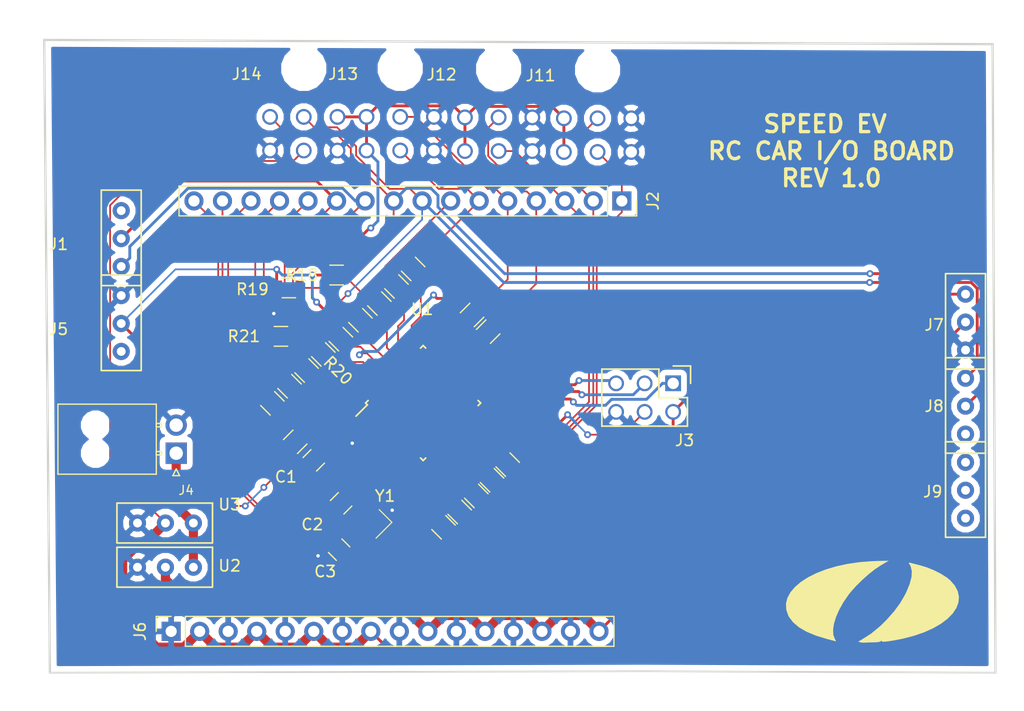
<source format=kicad_pcb>
(kicad_pcb (version 20171130) (host pcbnew 5.0.2-bee76a0~70~ubuntu18.04.1)

  (general
    (thickness 1.6)
    (drawings 6)
    (tracks 362)
    (zones 0)
    (modules 41)
    (nets 56)
  )

  (page A4)
  (layers
    (0 F.Cu signal)
    (31 B.Cu signal)
    (32 B.Adhes user)
    (33 F.Adhes user)
    (34 B.Paste user)
    (35 F.Paste user)
    (36 B.SilkS user)
    (37 F.SilkS user)
    (38 B.Mask user)
    (39 F.Mask user)
    (40 Dwgs.User user)
    (41 Cmts.User user)
    (42 Eco1.User user)
    (43 Eco2.User user)
    (44 Edge.Cuts user)
    (45 Margin user)
    (46 B.CrtYd user)
    (47 F.CrtYd user)
    (48 B.Fab user)
    (49 F.Fab user)
  )

  (setup
    (last_trace_width 0.1524)
    (trace_clearance 0.1524)
    (zone_clearance 0.508)
    (zone_45_only no)
    (trace_min 0.1524)
    (segment_width 0.2)
    (edge_width 0.15)
    (via_size 0.6096)
    (via_drill 0.3048)
    (via_min_size 0.4)
    (via_min_drill 0.3)
    (uvia_size 0.3)
    (uvia_drill 0.1)
    (uvias_allowed no)
    (uvia_min_size 0.2)
    (uvia_min_drill 0.1)
    (pcb_text_width 0.3)
    (pcb_text_size 1.5 1.5)
    (mod_edge_width 0.15)
    (mod_text_size 1 1)
    (mod_text_width 0.15)
    (pad_size 1.524 1.524)
    (pad_drill 0.762)
    (pad_to_mask_clearance 0.051)
    (solder_mask_min_width 0.25)
    (aux_axis_origin 0 0)
    (visible_elements FFFFF77F)
    (pcbplotparams
      (layerselection 0x010fc_ffffffff)
      (usegerberextensions true)
      (usegerberattributes false)
      (usegerberadvancedattributes false)
      (creategerberjobfile false)
      (excludeedgelayer true)
      (linewidth 0.100000)
      (plotframeref false)
      (viasonmask false)
      (mode 1)
      (useauxorigin false)
      (hpglpennumber 1)
      (hpglpenspeed 20)
      (hpglpendiameter 15.000000)
      (psnegative false)
      (psa4output false)
      (plotreference true)
      (plotvalue true)
      (plotinvisibletext false)
      (padsonsilk false)
      (subtractmaskfromsilk false)
      (outputformat 1)
      (mirror false)
      (drillshape 0)
      (scaleselection 1)
      (outputdirectory "Gerb_new"))
  )

  (net 0 "")
  (net 1 +5V)
  (net 2 GND)
  (net 3 /XTAL1)
  (net 4 /XTAL2)
  (net 5 /IO1)
  (net 6 /IO2)
  (net 7 /IO3)
  (net 8 /IO4)
  (net 9 /IO5)
  (net 10 /IO6)
  (net 11 /IO7)
  (net 12 /SCL)
  (net 13 /SDA)
  (net 14 /IO12)
  (net 15 /IO13)
  (net 16 /IO14)
  (net 17 /IO15)
  (net 18 /IO16)
  (net 19 /MISO)
  (net 20 /SCK)
  (net 21 /MOSI)
  (net 22 /RESET)
  (net 23 /VIN_BAT)
  (net 24 "Net-(R1-Pad2)")
  (net 25 "Net-(R2-Pad2)")
  (net 26 "Net-(R3-Pad2)")
  (net 27 "Net-(R4-Pad2)")
  (net 28 "Net-(R5-Pad2)")
  (net 29 "Net-(R6-Pad2)")
  (net 30 "Net-(R7-Pad2)")
  (net 31 "Net-(R8-Pad2)")
  (net 32 "Net-(R9-Pad2)")
  (net 33 "Net-(R12-Pad2)")
  (net 34 "Net-(R13-Pad2)")
  (net 35 "Net-(R14-Pad2)")
  (net 36 "Net-(R15-Pad2)")
  (net 37 "Net-(R16-Pad2)")
  (net 38 "Net-(R17-Pad2)")
  (net 39 "Net-(U1-Pad5)")
  (net 40 "Net-(U1-Pad6)")
  (net 41 "Net-(U1-Pad11)")
  (net 42 "Net-(U1-Pad19)")
  (net 43 "Net-(U1-Pad20)")
  (net 44 "Net-(U1-Pad21)")
  (net 45 "Net-(U1-Pad22)")
  (net 46 /TX)
  (net 47 /RX)
  (net 48 +3V3)
  (net 49 "Net-(R20-Pad2)")
  (net 50 "Net-(J1-Pad1)")
  (net 51 "Net-(J5-Pad3)")
  (net 52 "Net-(J8-Pad3)")
  (net 53 "Net-(J9-Pad3)")
  (net 54 "Net-(J9-Pad2)")
  (net 55 "Net-(J9-Pad1)")

  (net_class Default "This is the default net class."
    (clearance 0.1524)
    (trace_width 0.1524)
    (via_dia 0.6096)
    (via_drill 0.3048)
    (uvia_dia 0.3)
    (uvia_drill 0.1)
    (add_net +3V3)
    (add_net +5V)
    (add_net /IO1)
    (add_net /IO12)
    (add_net /IO13)
    (add_net /IO14)
    (add_net /IO15)
    (add_net /IO16)
    (add_net /IO2)
    (add_net /IO3)
    (add_net /IO4)
    (add_net /IO5)
    (add_net /IO6)
    (add_net /IO7)
    (add_net /MISO)
    (add_net /MOSI)
    (add_net /RESET)
    (add_net /RX)
    (add_net /SCK)
    (add_net /SCL)
    (add_net /SDA)
    (add_net /TX)
    (add_net /VIN_BAT)
    (add_net /XTAL1)
    (add_net /XTAL2)
    (add_net GND)
    (add_net "Net-(J1-Pad1)")
    (add_net "Net-(J5-Pad3)")
    (add_net "Net-(J8-Pad3)")
    (add_net "Net-(J9-Pad1)")
    (add_net "Net-(J9-Pad2)")
    (add_net "Net-(J9-Pad3)")
    (add_net "Net-(R1-Pad2)")
    (add_net "Net-(R12-Pad2)")
    (add_net "Net-(R13-Pad2)")
    (add_net "Net-(R14-Pad2)")
    (add_net "Net-(R15-Pad2)")
    (add_net "Net-(R16-Pad2)")
    (add_net "Net-(R17-Pad2)")
    (add_net "Net-(R2-Pad2)")
    (add_net "Net-(R20-Pad2)")
    (add_net "Net-(R3-Pad2)")
    (add_net "Net-(R4-Pad2)")
    (add_net "Net-(R5-Pad2)")
    (add_net "Net-(R6-Pad2)")
    (add_net "Net-(R7-Pad2)")
    (add_net "Net-(R8-Pad2)")
    (add_net "Net-(R9-Pad2)")
    (add_net "Net-(U1-Pad11)")
    (add_net "Net-(U1-Pad19)")
    (add_net "Net-(U1-Pad20)")
    (add_net "Net-(U1-Pad21)")
    (add_net "Net-(U1-Pad22)")
    (add_net "Net-(U1-Pad5)")
    (add_net "Net-(U1-Pad6)")
  )

  (module Package_QFP:TQFP-32_7x7mm_P0.8mm (layer F.Cu) (tedit 5DC4E8B4) (tstamp 5DC4ADEA)
    (at 98.512412 93.319274 45)
    (descr "32-Lead Plastic Thin Quad Flatpack (PT) - 7x7x1.0 mm Body, 2.00 mm [TQFP] (see Microchip Packaging Specification 00000049BS.pdf)")
    (tags "QFP 0.8")
    (path /5DB8630F)
    (attr smd)
    (fp_text reference U1 (at 5.846968 -5.970588 180) (layer F.SilkS)
      (effects (font (size 1 1) (thickness 0.15)))
    )
    (fp_text value ATmega328P-AU_SPEEDEV (at 0.043324 6.006676 45) (layer F.Fab)
      (effects (font (size 1 1) (thickness 0.15)))
    )
    (fp_text user %R (at 0 0 45) (layer F.Fab)
      (effects (font (size 1 1) (thickness 0.15)))
    )
    (fp_line (start -2.5 -3.5) (end 3.5 -3.5) (layer F.Fab) (width 0.15))
    (fp_line (start 3.5 -3.5) (end 3.5 3.5) (layer F.Fab) (width 0.15))
    (fp_line (start 3.5 3.5) (end -3.5 3.5) (layer F.Fab) (width 0.15))
    (fp_line (start -3.5 3.5) (end -3.5 -2.5) (layer F.Fab) (width 0.15))
    (fp_line (start -3.5 -2.5) (end -2.5 -3.5) (layer F.Fab) (width 0.15))
    (fp_line (start -5.3 -5.3) (end -5.3 5.3) (layer F.CrtYd) (width 0.05))
    (fp_line (start 5.3 -5.3) (end 5.3 5.3) (layer F.CrtYd) (width 0.05))
    (fp_line (start -5.3 -5.3) (end 5.3 -5.3) (layer F.CrtYd) (width 0.05))
    (fp_line (start -5.3 5.3) (end 5.3 5.3) (layer F.CrtYd) (width 0.05))
    (fp_line (start -3.625 -3.625) (end -3.625 -3.4) (layer F.SilkS) (width 0.15))
    (fp_line (start 3.625 -3.625) (end 3.625 -3.3) (layer F.SilkS) (width 0.15))
    (fp_line (start 3.625 3.625) (end 3.625 3.3) (layer F.SilkS) (width 0.15))
    (fp_line (start -3.625 3.625) (end -3.625 3.3) (layer F.SilkS) (width 0.15))
    (fp_line (start -3.625 -3.625) (end -3.3 -3.625) (layer F.SilkS) (width 0.15))
    (fp_line (start -3.625 3.625) (end -3.3 3.625) (layer F.SilkS) (width 0.15))
    (fp_line (start 3.625 3.625) (end 3.3 3.625) (layer F.SilkS) (width 0.15))
    (fp_line (start 3.625 -3.625) (end 3.3 -3.625) (layer F.SilkS) (width 0.15))
    (fp_line (start -3.625 -3.4) (end -5.05 -3.4) (layer F.SilkS) (width 0.15))
    (pad 1 smd rect (at -4.25 -2.8 45) (size 1.6 0.55) (layers F.Cu F.Paste F.Mask)
      (net 35 "Net-(R14-Pad2)"))
    (pad 2 smd rect (at -4.25 -2 45) (size 1.6 0.55) (layers F.Cu F.Paste F.Mask)
      (net 36 "Net-(R15-Pad2)"))
    (pad 3 smd rect (at -4.25 -1.2 45) (size 1.6 0.55) (layers F.Cu F.Paste F.Mask)
      (net 2 GND))
    (pad 4 smd rect (at -4.25 -0.4 45) (size 1.6 0.55) (layers F.Cu F.Paste F.Mask)
      (net 1 +5V))
    (pad 5 smd rect (at -4.25 0.4 45) (size 1.6 0.55) (layers F.Cu F.Paste F.Mask)
      (net 39 "Net-(U1-Pad5)"))
    (pad 6 smd rect (at -4.25 1.2 45) (size 1.6 0.55) (layers F.Cu F.Paste F.Mask)
      (net 40 "Net-(U1-Pad6)"))
    (pad 7 smd rect (at -4.25 2 45) (size 1.6 0.55) (layers F.Cu F.Paste F.Mask)
      (net 3 /XTAL1))
    (pad 8 smd rect (at -4.25 2.8 45) (size 1.6 0.55) (layers F.Cu F.Paste F.Mask)
      (net 4 /XTAL2))
    (pad 9 smd rect (at -2.8 4.25 135) (size 1.6 0.55) (layers F.Cu F.Paste F.Mask)
      (net 37 "Net-(R16-Pad2)"))
    (pad 10 smd rect (at -2 4.25 135) (size 1.6 0.55) (layers F.Cu F.Paste F.Mask)
      (net 38 "Net-(R17-Pad2)"))
    (pad 11 smd rect (at -1.2 4.25 135) (size 1.6 0.55) (layers F.Cu F.Paste F.Mask)
      (net 41 "Net-(U1-Pad11)"))
    (pad 12 smd rect (at -0.4 4.25 135) (size 1.6 0.55) (layers F.Cu F.Paste F.Mask)
      (net 24 "Net-(R1-Pad2)"))
    (pad 13 smd rect (at 0.4 4.25 135) (size 1.6 0.55) (layers F.Cu F.Paste F.Mask)
      (net 25 "Net-(R2-Pad2)"))
    (pad 14 smd rect (at 1.2 4.25 135) (size 1.6 0.55) (layers F.Cu F.Paste F.Mask)
      (net 26 "Net-(R3-Pad2)"))
    (pad 15 smd rect (at 2 4.25 135) (size 1.6 0.55) (layers F.Cu F.Paste F.Mask)
      (net 21 /MOSI))
    (pad 16 smd rect (at 2.8 4.25 135) (size 1.6 0.55) (layers F.Cu F.Paste F.Mask)
      (net 19 /MISO))
    (pad 17 smd rect (at 4.25 2.8 45) (size 1.6 0.55) (layers F.Cu F.Paste F.Mask)
      (net 20 /SCK))
    (pad 18 smd rect (at 4.25 2 45) (size 1.6 0.55) (layers F.Cu F.Paste F.Mask)
      (net 1 +5V))
    (pad 19 smd rect (at 4.25 1.2 45) (size 1.6 0.55) (layers F.Cu F.Paste F.Mask)
      (net 42 "Net-(U1-Pad19)"))
    (pad 20 smd rect (at 4.25 0.4 45) (size 1.6 0.55) (layers F.Cu F.Paste F.Mask)
      (net 43 "Net-(U1-Pad20)"))
    (pad 21 smd rect (at 4.25 -0.4 45) (size 1.6 0.55) (layers F.Cu F.Paste F.Mask)
      (net 44 "Net-(U1-Pad21)"))
    (pad 22 smd rect (at 4.25 -1.2 45) (size 1.6 0.55) (layers F.Cu F.Paste F.Mask)
      (net 45 "Net-(U1-Pad22)"))
    (pad 23 smd rect (at 4.25 -2 45) (size 1.6 0.55) (layers F.Cu F.Paste F.Mask)
      (net 27 "Net-(R4-Pad2)"))
    (pad 24 smd rect (at 4.25 -2.8 45) (size 1.6 0.55) (layers F.Cu F.Paste F.Mask)
      (net 28 "Net-(R5-Pad2)"))
    (pad 25 smd rect (at 2.8 -4.25 135) (size 1.6 0.55) (layers F.Cu F.Paste F.Mask)
      (net 29 "Net-(R6-Pad2)"))
    (pad 26 smd rect (at 2 -4.25 135) (size 1.6 0.55) (layers F.Cu F.Paste F.Mask)
      (net 30 "Net-(R7-Pad2)"))
    (pad 27 smd rect (at 1.2 -4.25 135) (size 1.6 0.55) (layers F.Cu F.Paste F.Mask)
      (net 31 "Net-(R8-Pad2)"))
    (pad 28 smd rect (at 0.4 -4.25 135) (size 1.6 0.55) (layers F.Cu F.Paste F.Mask)
      (net 32 "Net-(R9-Pad2)"))
    (pad 29 smd rect (at -0.4 -4.25 135) (size 1.6 0.55) (layers F.Cu F.Paste F.Mask)
      (net 22 /RESET))
    (pad 30 smd rect (at -1.2 -4.25 135) (size 1.6 0.55) (layers F.Cu F.Paste F.Mask)
      (net 49 "Net-(R20-Pad2)"))
    (pad 31 smd rect (at -2 -4.25 135) (size 1.6 0.55) (layers F.Cu F.Paste F.Mask)
      (net 33 "Net-(R12-Pad2)"))
    (pad 32 smd rect (at -2.8 -4.25 135) (size 1.6 0.55) (layers F.Cu F.Paste F.Mask)
      (net 34 "Net-(R13-Pad2)"))
    (model ${KISYS3DMOD}/Package_QFP.3dshapes/TQFP-32_7x7mm_P0.8mm.wrl
      (at (xyz 0 0 0))
      (scale (xyz 1 1 1))
      (rotate (xyz 0 0 0))
    )
  )

  (module footprints:C_0805_OEM (layer F.Cu) (tedit 5C3D8347) (tstamp 5DC4AC25)
    (at 88.773 98.425 225)
    (descr "Capacitor SMD 0805, reflow soldering, AVX (see smccp.pdf)")
    (tags "capacitor 0805")
    (path /5DB864DC)
    (attr smd)
    (fp_text reference C1 (at 2.796052 0.71842 180) (layer F.SilkS)
      (effects (font (size 1 1) (thickness 0.15)))
    )
    (fp_text value C_0.1uF (at 0 1.75 225) (layer F.Fab) hide
      (effects (font (size 1 1) (thickness 0.15)))
    )
    (fp_line (start -1 0.62) (end -1 -0.62) (layer F.Fab) (width 0.1))
    (fp_line (start 1 0.62) (end -1 0.62) (layer F.Fab) (width 0.1))
    (fp_line (start 1 -0.62) (end 1 0.62) (layer F.Fab) (width 0.1))
    (fp_line (start -1 -0.62) (end 1 -0.62) (layer F.Fab) (width 0.1))
    (fp_line (start 0.5 -0.85) (end -0.5 -0.85) (layer F.SilkS) (width 0.12))
    (fp_line (start -0.5 0.85) (end 0.5 0.85) (layer F.SilkS) (width 0.12))
    (fp_line (start -1.75 -0.88) (end 1.75 -0.88) (layer F.CrtYd) (width 0.05))
    (fp_line (start -1.75 -0.88) (end -1.75 0.87) (layer F.CrtYd) (width 0.05))
    (fp_line (start 1.75 0.87) (end 1.75 -0.88) (layer F.CrtYd) (width 0.05))
    (fp_line (start 1.75 0.87) (end -1.75 0.87) (layer F.CrtYd) (width 0.05))
    (pad 1 smd rect (at -1 0 225) (size 1 1.25) (layers F.Cu F.Paste F.Mask)
      (net 1 +5V))
    (pad 2 smd rect (at 1 0 225) (size 1 1.25) (layers F.Cu F.Paste F.Mask)
      (net 2 GND))
    (model ${LOCAL_DIR}/OEM_Preferred_Parts/3DModels/C_0805_OEM/C_0805.step
      (at (xyz 0 0 0))
      (scale (xyz 1 1 1))
      (rotate (xyz 0 0 0))
    )
    (model ${LOCAL_DIR}/OEM_Preferred_Parts/3DModels/C_0805_OEM/C_0805.step
      (at (xyz 0 0 0))
      (scale (xyz 1 1 1))
      (rotate (xyz 0 0 0))
    )
  )

  (module footprints:C_0805_OEM (layer F.Cu) (tedit 5C3D8347) (tstamp 5DC4AC35)
    (at 91.209338 102.253693 225)
    (descr "Capacitor SMD 0805, reflow soldering, AVX (see smccp.pdf)")
    (tags "capacitor 0805")
    (path /5DB865EE)
    (attr smd)
    (fp_text reference C2 (at 3.146374 0.478733 180) (layer F.SilkS)
      (effects (font (size 1 1) (thickness 0.15)))
    )
    (fp_text value C_30pF (at 0 1.75 225) (layer F.Fab) hide
      (effects (font (size 1 1) (thickness 0.15)))
    )
    (fp_line (start 1.75 0.87) (end -1.75 0.87) (layer F.CrtYd) (width 0.05))
    (fp_line (start 1.75 0.87) (end 1.75 -0.88) (layer F.CrtYd) (width 0.05))
    (fp_line (start -1.75 -0.88) (end -1.75 0.87) (layer F.CrtYd) (width 0.05))
    (fp_line (start -1.75 -0.88) (end 1.75 -0.88) (layer F.CrtYd) (width 0.05))
    (fp_line (start -0.5 0.85) (end 0.5 0.85) (layer F.SilkS) (width 0.12))
    (fp_line (start 0.5 -0.85) (end -0.5 -0.85) (layer F.SilkS) (width 0.12))
    (fp_line (start -1 -0.62) (end 1 -0.62) (layer F.Fab) (width 0.1))
    (fp_line (start 1 -0.62) (end 1 0.62) (layer F.Fab) (width 0.1))
    (fp_line (start 1 0.62) (end -1 0.62) (layer F.Fab) (width 0.1))
    (fp_line (start -1 0.62) (end -1 -0.62) (layer F.Fab) (width 0.1))
    (pad 2 smd rect (at 1 0 225) (size 1 1.25) (layers F.Cu F.Paste F.Mask)
      (net 2 GND))
    (pad 1 smd rect (at -1 0 225) (size 1 1.25) (layers F.Cu F.Paste F.Mask)
      (net 3 /XTAL1))
    (model ${LOCAL_DIR}/OEM_Preferred_Parts/3DModels/C_0805_OEM/C_0805.step
      (at (xyz 0 0 0))
      (scale (xyz 1 1 1))
      (rotate (xyz 0 0 0))
    )
    (model ${LOCAL_DIR}/OEM_Preferred_Parts/3DModels/C_0805_OEM/C_0805.step
      (at (xyz 0 0 0))
      (scale (xyz 1 1 1))
      (rotate (xyz 0 0 0))
    )
  )

  (module footprints:C_0805_OEM (layer F.Cu) (tedit 5C3D8347) (tstamp 5DC4BC2F)
    (at 91.029733 106.38461 135)
    (descr "Capacitor SMD 0805, reflow soldering, AVX (see smccp.pdf)")
    (tags "capacitor 0805")
    (path /5DB8669D)
    (attr smd)
    (fp_text reference C3 (at -0.498975 -2.253636 180) (layer F.SilkS)
      (effects (font (size 1 1) (thickness 0.15)))
    )
    (fp_text value C_30pF (at 0 1.75 135) (layer F.Fab) hide
      (effects (font (size 1 1) (thickness 0.15)))
    )
    (fp_line (start -1 0.62) (end -1 -0.62) (layer F.Fab) (width 0.1))
    (fp_line (start 1 0.62) (end -1 0.62) (layer F.Fab) (width 0.1))
    (fp_line (start 1 -0.62) (end 1 0.62) (layer F.Fab) (width 0.1))
    (fp_line (start -1 -0.62) (end 1 -0.62) (layer F.Fab) (width 0.1))
    (fp_line (start 0.5 -0.85) (end -0.5 -0.85) (layer F.SilkS) (width 0.12))
    (fp_line (start -0.5 0.85) (end 0.5 0.85) (layer F.SilkS) (width 0.12))
    (fp_line (start -1.75 -0.88) (end 1.75 -0.88) (layer F.CrtYd) (width 0.05))
    (fp_line (start -1.75 -0.88) (end -1.75 0.87) (layer F.CrtYd) (width 0.05))
    (fp_line (start 1.75 0.87) (end 1.75 -0.88) (layer F.CrtYd) (width 0.05))
    (fp_line (start 1.75 0.87) (end -1.75 0.87) (layer F.CrtYd) (width 0.05))
    (pad 1 smd rect (at -1 0 135) (size 1 1.25) (layers F.Cu F.Paste F.Mask)
      (net 4 /XTAL2))
    (pad 2 smd rect (at 1 0 135) (size 1 1.25) (layers F.Cu F.Paste F.Mask)
      (net 2 GND))
    (model ${LOCAL_DIR}/OEM_Preferred_Parts/3DModels/C_0805_OEM/C_0805.step
      (at (xyz 0 0 0))
      (scale (xyz 1 1 1))
      (rotate (xyz 0 0 0))
    )
    (model ${LOCAL_DIR}/OEM_Preferred_Parts/3DModels/C_0805_OEM/C_0805.step
      (at (xyz 0 0 0))
      (scale (xyz 1 1 1))
      (rotate (xyz 0 0 0))
    )
  )

  (module Connector_PinSocket_2.54mm:PinSocket_1x16_P2.54mm_Vertical (layer F.Cu) (tedit 5A19A41E) (tstamp 5DC4AC69)
    (at 116.205 75.311 270)
    (descr "Through hole straight socket strip, 1x16, 2.54mm pitch, single row (from Kicad 4.0.7), script generated")
    (tags "Through hole socket strip THT 1x16 2.54mm single row")
    (path /5DC1BC16)
    (fp_text reference J2 (at 0 -2.77 270) (layer F.SilkS)
      (effects (font (size 1 1) (thickness 0.15)))
    )
    (fp_text value 0.1in_Female_Socket_01x16 (at -3.048 29.337 180) (layer F.Fab)
      (effects (font (size 1 1) (thickness 0.15)))
    )
    (fp_line (start -1.27 -1.27) (end 0.635 -1.27) (layer F.Fab) (width 0.1))
    (fp_line (start 0.635 -1.27) (end 1.27 -0.635) (layer F.Fab) (width 0.1))
    (fp_line (start 1.27 -0.635) (end 1.27 39.37) (layer F.Fab) (width 0.1))
    (fp_line (start 1.27 39.37) (end -1.27 39.37) (layer F.Fab) (width 0.1))
    (fp_line (start -1.27 39.37) (end -1.27 -1.27) (layer F.Fab) (width 0.1))
    (fp_line (start -1.33 1.27) (end 1.33 1.27) (layer F.SilkS) (width 0.12))
    (fp_line (start -1.33 1.27) (end -1.33 39.43) (layer F.SilkS) (width 0.12))
    (fp_line (start -1.33 39.43) (end 1.33 39.43) (layer F.SilkS) (width 0.12))
    (fp_line (start 1.33 1.27) (end 1.33 39.43) (layer F.SilkS) (width 0.12))
    (fp_line (start 1.33 -1.33) (end 1.33 0) (layer F.SilkS) (width 0.12))
    (fp_line (start 0 -1.33) (end 1.33 -1.33) (layer F.SilkS) (width 0.12))
    (fp_line (start -1.8 -1.8) (end 1.75 -1.8) (layer F.CrtYd) (width 0.05))
    (fp_line (start 1.75 -1.8) (end 1.75 39.9) (layer F.CrtYd) (width 0.05))
    (fp_line (start 1.75 39.9) (end -1.8 39.9) (layer F.CrtYd) (width 0.05))
    (fp_line (start -1.8 39.9) (end -1.8 -1.8) (layer F.CrtYd) (width 0.05))
    (fp_text user %R (at 0 19.05) (layer F.Fab)
      (effects (font (size 1 1) (thickness 0.15)))
    )
    (pad 1 thru_hole rect (at 0 0 270) (size 1.7 1.7) (drill 1) (layers *.Cu *.Mask)
      (net 5 /IO1))
    (pad 2 thru_hole oval (at 0 2.54 270) (size 1.7 1.7) (drill 1) (layers *.Cu *.Mask)
      (net 6 /IO2))
    (pad 3 thru_hole oval (at 0 5.08 270) (size 1.7 1.7) (drill 1) (layers *.Cu *.Mask)
      (net 7 /IO3))
    (pad 4 thru_hole oval (at 0 7.62 270) (size 1.7 1.7) (drill 1) (layers *.Cu *.Mask)
      (net 8 /IO4))
    (pad 5 thru_hole oval (at 0 10.16 270) (size 1.7 1.7) (drill 1) (layers *.Cu *.Mask)
      (net 9 /IO5))
    (pad 6 thru_hole oval (at 0 12.7 270) (size 1.7 1.7) (drill 1) (layers *.Cu *.Mask)
      (net 10 /IO6))
    (pad 7 thru_hole oval (at 0 15.24 270) (size 1.7 1.7) (drill 1) (layers *.Cu *.Mask)
      (net 11 /IO7))
    (pad 8 thru_hole oval (at 0 17.78 270) (size 1.7 1.7) (drill 1) (layers *.Cu *.Mask)
      (net 12 /SCL))
    (pad 9 thru_hole oval (at 0 20.32 270) (size 1.7 1.7) (drill 1) (layers *.Cu *.Mask)
      (net 13 /SDA))
    (pad 10 thru_hole oval (at 0 22.86 270) (size 1.7 1.7) (drill 1) (layers *.Cu *.Mask)
      (net 47 /RX))
    (pad 11 thru_hole oval (at 0 25.4 270) (size 1.7 1.7) (drill 1) (layers *.Cu *.Mask)
      (net 46 /TX))
    (pad 12 thru_hole oval (at 0 27.94 270) (size 1.7 1.7) (drill 1) (layers *.Cu *.Mask)
      (net 14 /IO12))
    (pad 13 thru_hole oval (at 0 30.48 270) (size 1.7 1.7) (drill 1) (layers *.Cu *.Mask)
      (net 15 /IO13))
    (pad 14 thru_hole oval (at 0 33.02 270) (size 1.7 1.7) (drill 1) (layers *.Cu *.Mask)
      (net 16 /IO14))
    (pad 15 thru_hole oval (at 0 35.56 270) (size 1.7 1.7) (drill 1) (layers *.Cu *.Mask)
      (net 17 /IO15))
    (pad 16 thru_hole oval (at 0 38.1 270) (size 1.7 1.7) (drill 1) (layers *.Cu *.Mask)
      (net 18 /IO16))
  )

  (module footprints:Pin_Header_Straight_2x03 (layer F.Cu) (tedit 5C16B823) (tstamp 5DC4AC80)
    (at 120.777 91.567 270)
    (descr "Through hole pin header")
    (tags "pin header")
    (path /5DC1A6DD)
    (fp_text reference J3 (at 5.08 -1.016 180) (layer F.SilkS)
      (effects (font (size 1 1) (thickness 0.15)))
    )
    (fp_text value CONN_02X03 (at 1.27 7.874 270) (layer F.Fab) hide
      (effects (font (size 1 1) (thickness 0.15)))
    )
    (fp_line (start -1.27 1.27) (end -1.27 6.35) (layer F.SilkS) (width 0.15))
    (fp_line (start -1.55 -1.55) (end 0 -1.55) (layer F.SilkS) (width 0.15))
    (fp_line (start -1.75 -1.75) (end -1.75 6.85) (layer F.CrtYd) (width 0.05))
    (fp_line (start 4.3 -1.75) (end 4.3 6.85) (layer F.CrtYd) (width 0.05))
    (fp_line (start -1.75 -1.75) (end 4.3 -1.75) (layer F.CrtYd) (width 0.05))
    (fp_line (start -1.75 6.85) (end 4.3 6.85) (layer F.CrtYd) (width 0.05))
    (fp_line (start 1.27 -1.27) (end 1.27 1.27) (layer F.SilkS) (width 0.15))
    (fp_line (start 1.27 1.27) (end -1.27 1.27) (layer F.SilkS) (width 0.15))
    (fp_line (start -1.27 6.35) (end 3.81 6.35) (layer F.SilkS) (width 0.15))
    (fp_line (start 3.81 6.35) (end 3.81 1.27) (layer F.SilkS) (width 0.15))
    (fp_line (start -1.55 -1.55) (end -1.55 0) (layer F.SilkS) (width 0.15))
    (fp_line (start 3.81 -1.27) (end 1.27 -1.27) (layer F.SilkS) (width 0.15))
    (fp_line (start 3.81 1.27) (end 3.81 -1.27) (layer F.SilkS) (width 0.15))
    (pad 1 thru_hole rect (at 0 0 270) (size 1.4 1.4) (drill 1.016) (layers *.Cu *.Mask)
      (net 19 /MISO))
    (pad 2 thru_hole circle (at 2.54 0 270) (size 1.4 1.4) (drill 1.016) (layers *.Cu *.Mask)
      (net 1 +5V))
    (pad 3 thru_hole circle (at 0 2.54 270) (size 1.4 1.4) (drill 1.016) (layers *.Cu *.Mask)
      (net 20 /SCK))
    (pad 4 thru_hole circle (at 2.54 2.54 270) (size 1.4 1.4) (drill 1.016) (layers *.Cu *.Mask)
      (net 21 /MOSI))
    (pad 5 thru_hole circle (at 0 5.08 270) (size 1.4 1.4) (drill 1.016) (layers *.Cu *.Mask)
      (net 22 /RESET))
    (pad 6 thru_hole circle (at 2.54 5.08 270) (size 1.4 1.4) (drill 1.016) (layers *.Cu *.Mask)
      (net 2 GND))
    (model ${LOCAL_DIR}/OEM_Preferred_Parts/3DModels/Header_Pin_2x3/Header_Straight_2x3.wrl
      (at (xyz 0 0 0))
      (scale (xyz 1 1 1))
      (rotate (xyz 0 0 90))
    )
  )

  (module footprints:NanoFit_Molex_1x02x2.50mm_Angled_OEM (layer F.Cu) (tedit 5C917035) (tstamp 5DC4B801)
    (at 76.522 97.79 90)
    (descr "Molex Nano Fit, single row, side entry, through hole, Datasheet:http://www.molex.com/pdm_docs/sd/1053131208_sd.pdf")
    (tags "connector molex nano-fit 105313-xx04")
    (path /5DC1D676)
    (fp_text reference J4 (at -3.302 0.889) (layer F.SilkS)
      (effects (font (size 0.8 0.8) (thickness 0.12)))
    )
    (fp_text value NanoFit_2 (at 1.25 3.5 90) (layer F.Fab) hide
      (effects (font (size 1 1) (thickness 0.15)))
    )
    (fp_line (start -1.72 -10.38) (end -1.72 -1.92) (layer F.Fab) (width 0.1))
    (fp_line (start -1.72 -1.92) (end 4.22 -1.92) (layer F.Fab) (width 0.1))
    (fp_line (start 4.22 -1.92) (end 4.22 -10.38) (layer F.Fab) (width 0.1))
    (fp_line (start 4.22 -10.38) (end -1.72 -10.38) (layer F.Fab) (width 0.1))
    (fp_line (start -1.87 -10.53) (end -1.87 -1.77) (layer F.SilkS) (width 0.12))
    (fp_line (start -1.87 -1.77) (end 4.37 -1.77) (layer F.SilkS) (width 0.12))
    (fp_line (start 4.37 -1.77) (end 4.37 -10.53) (layer F.SilkS) (width 0.12))
    (fp_line (start 4.37 -10.53) (end -1.87 -10.53) (layer F.SilkS) (width 0.12))
    (fp_line (start -0.15 -1.77) (end -0.15 -1.3) (layer F.SilkS) (width 0.12))
    (fp_line (start -0.15 -1.3) (end 0.15 -1.3) (layer F.SilkS) (width 0.12))
    (fp_line (start 0.15 -1.3) (end 0.15 -1.77) (layer F.SilkS) (width 0.12))
    (fp_line (start 0.15 -1.77) (end -0.15 -1.77) (layer F.SilkS) (width 0.12))
    (fp_line (start 2.35 -1.77) (end 2.35 -1.3) (layer F.SilkS) (width 0.12))
    (fp_line (start 2.35 -1.3) (end 2.65 -1.3) (layer F.SilkS) (width 0.12))
    (fp_line (start 2.65 -1.3) (end 2.65 -1.77) (layer F.SilkS) (width 0.12))
    (fp_line (start 2.65 -1.77) (end 2.35 -1.77) (layer F.SilkS) (width 0.12))
    (fp_line (start -2.21 -10.88) (end -2.21 1.45) (layer F.CrtYd) (width 0.05))
    (fp_line (start -2.21 1.45) (end 4.71 1.45) (layer F.CrtYd) (width 0.05))
    (fp_line (start 4.71 1.45) (end 4.71 -10.88) (layer F.CrtYd) (width 0.05))
    (fp_line (start 4.71 -10.88) (end -2.21 -10.88) (layer F.CrtYd) (width 0.05))
    (fp_line (start -1.4 0) (end -2 0.3) (layer F.SilkS) (width 0.12))
    (fp_line (start -2 0.3) (end -2 -0.3) (layer F.SilkS) (width 0.12))
    (fp_line (start -2 -0.3) (end -1.4 0) (layer F.SilkS) (width 0.12))
    (fp_line (start -1.4 0) (end -2 0.3) (layer F.Fab) (width 0.1))
    (fp_line (start -2 0.3) (end -2 -0.3) (layer F.Fab) (width 0.1))
    (fp_line (start -2 -0.3) (end -1.4 0) (layer F.Fab) (width 0.1))
    (fp_text user %R (at 1.25 -4.5 90) (layer F.Fab)
      (effects (font (size 1 1) (thickness 0.15)))
    )
    (pad 1 thru_hole rect (at 0 0 90) (size 1.9 1.9) (drill 1.2) (layers *.Cu *.Mask)
      (net 23 /VIN_BAT))
    (pad 2 thru_hole circle (at 2.5 0 90) (size 1.9 1.9) (drill 1.2) (layers *.Cu *.Mask)
      (net 2 GND))
    (pad "" np_thru_hole circle (at 0 -7.18 90) (size 1.6 1.6) (drill 1.6) (layers *.Cu *.Mask))
    (pad "" np_thru_hole circle (at 2.5 -7.18 90) (size 1.6 1.6) (drill 1.6) (layers *.Cu *.Mask))
    (model ${LOCAL_DIR}/OEM_Preferred_Parts/3DModels/Molex_NanoFit_1x02x2_50mm_Angled_OEM/Molex_NanoFit_1x02x2_50mm_Angled_OEM001.wrl
      (at (xyz 0 0 0))
      (scale (xyz 1 1 1))
      (rotate (xyz 0 0 0))
    )
  )

  (module footprints:R_0805_OEM (layer F.Cu) (tedit 5DC4E8C8) (tstamp 5DC4ACB3)
    (at 103.251 101.6 135)
    (descr "Resistor SMD 0805, reflow soldering, Vishay (see dcrcw.pdf)")
    (tags "resistor 0805")
    (path /5DC2AADD)
    (attr smd)
    (fp_text reference R1 (at 0 -1.65 135) (layer F.SilkS) hide
      (effects (font (size 1 1) (thickness 0.15)))
    )
    (fp_text value R_0 (at 0 1.75 135) (layer F.Fab) hide
      (effects (font (size 1 1) (thickness 0.15)))
    )
    (fp_line (start 1.55 0.9) (end -1.55 0.9) (layer F.CrtYd) (width 0.05))
    (fp_line (start 1.55 0.9) (end 1.55 -0.9) (layer F.CrtYd) (width 0.05))
    (fp_line (start -1.55 -0.9) (end -1.55 0.9) (layer F.CrtYd) (width 0.05))
    (fp_line (start -1.55 -0.9) (end 1.55 -0.9) (layer F.CrtYd) (width 0.05))
    (fp_line (start -0.6 -0.88) (end 0.6 -0.88) (layer F.SilkS) (width 0.12))
    (fp_line (start 0.6 0.88) (end -0.6 0.88) (layer F.SilkS) (width 0.12))
    (fp_line (start -1 -0.62) (end 1 -0.62) (layer F.Fab) (width 0.1))
    (fp_line (start 1 -0.62) (end 1 0.62) (layer F.Fab) (width 0.1))
    (fp_line (start 1 0.62) (end -1 0.62) (layer F.Fab) (width 0.1))
    (fp_line (start -1 0.62) (end -1 -0.62) (layer F.Fab) (width 0.1))
    (pad 2 smd rect (at 0.949999 0 135) (size 0.7 1.3) (layers F.Cu F.Paste F.Mask)
      (net 24 "Net-(R1-Pad2)"))
    (pad 1 smd rect (at -0.949999 0 135) (size 0.7 1.3) (layers F.Cu F.Paste F.Mask)
      (net 5 /IO1))
    (model ${LOCAL_DIR}/OEM_Preferred_Parts/3DModels/R_0805_OEM/res0805.step
      (at (xyz 0 0 0))
      (scale (xyz 1 1 1))
      (rotate (xyz 0 0 0))
    )
    (model ${LOCAL_DIR}/OEM_Preferred_Parts/3DModels/R_0805_OEM/res0805.step
      (at (xyz 0 0 0))
      (scale (xyz 1 1 1))
      (rotate (xyz 0 0 0))
    )
  )

  (module footprints:R_0805_OEM (layer F.Cu) (tedit 5DC4E8D1) (tstamp 5DC4ACC3)
    (at 104.648 100.203 135)
    (descr "Resistor SMD 0805, reflow soldering, Vishay (see dcrcw.pdf)")
    (tags "resistor 0805")
    (path /5DC2AAE8)
    (attr smd)
    (fp_text reference R2 (at 0 -1.65 135) (layer F.SilkS) hide
      (effects (font (size 1 1) (thickness 0.15)))
    )
    (fp_text value R_0 (at 0 1.75 135) (layer F.Fab) hide
      (effects (font (size 1 1) (thickness 0.15)))
    )
    (fp_line (start -1 0.62) (end -1 -0.62) (layer F.Fab) (width 0.1))
    (fp_line (start 1 0.62) (end -1 0.62) (layer F.Fab) (width 0.1))
    (fp_line (start 1 -0.62) (end 1 0.62) (layer F.Fab) (width 0.1))
    (fp_line (start -1 -0.62) (end 1 -0.62) (layer F.Fab) (width 0.1))
    (fp_line (start 0.6 0.88) (end -0.6 0.88) (layer F.SilkS) (width 0.12))
    (fp_line (start -0.6 -0.88) (end 0.6 -0.88) (layer F.SilkS) (width 0.12))
    (fp_line (start -1.55 -0.9) (end 1.55 -0.9) (layer F.CrtYd) (width 0.05))
    (fp_line (start -1.55 -0.9) (end -1.55 0.9) (layer F.CrtYd) (width 0.05))
    (fp_line (start 1.55 0.9) (end 1.55 -0.9) (layer F.CrtYd) (width 0.05))
    (fp_line (start 1.55 0.9) (end -1.55 0.9) (layer F.CrtYd) (width 0.05))
    (pad 1 smd rect (at -0.949999 0 135) (size 0.7 1.3) (layers F.Cu F.Paste F.Mask)
      (net 6 /IO2))
    (pad 2 smd rect (at 0.949999 0 135) (size 0.7 1.3) (layers F.Cu F.Paste F.Mask)
      (net 25 "Net-(R2-Pad2)"))
    (model ${LOCAL_DIR}/OEM_Preferred_Parts/3DModels/R_0805_OEM/res0805.step
      (at (xyz 0 0 0))
      (scale (xyz 1 1 1))
      (rotate (xyz 0 0 0))
    )
    (model ${LOCAL_DIR}/OEM_Preferred_Parts/3DModels/R_0805_OEM/res0805.step
      (at (xyz 0 0 0))
      (scale (xyz 1 1 1))
      (rotate (xyz 0 0 0))
    )
  )

  (module footprints:R_0805_OEM (layer F.Cu) (tedit 5DC4E8D6) (tstamp 5DC4ACD3)
    (at 106.045 98.806 135)
    (descr "Resistor SMD 0805, reflow soldering, Vishay (see dcrcw.pdf)")
    (tags "resistor 0805")
    (path /5DC2AAF3)
    (attr smd)
    (fp_text reference R3 (at 0 -1.65 135) (layer F.SilkS) hide
      (effects (font (size 1 1) (thickness 0.15)))
    )
    (fp_text value R_0 (at 0 1.75 135) (layer F.Fab) hide
      (effects (font (size 1 1) (thickness 0.15)))
    )
    (fp_line (start 1.55 0.9) (end -1.55 0.9) (layer F.CrtYd) (width 0.05))
    (fp_line (start 1.55 0.9) (end 1.55 -0.9) (layer F.CrtYd) (width 0.05))
    (fp_line (start -1.55 -0.9) (end -1.55 0.9) (layer F.CrtYd) (width 0.05))
    (fp_line (start -1.55 -0.9) (end 1.55 -0.9) (layer F.CrtYd) (width 0.05))
    (fp_line (start -0.6 -0.88) (end 0.6 -0.88) (layer F.SilkS) (width 0.12))
    (fp_line (start 0.6 0.88) (end -0.6 0.88) (layer F.SilkS) (width 0.12))
    (fp_line (start -1 -0.62) (end 1 -0.62) (layer F.Fab) (width 0.1))
    (fp_line (start 1 -0.62) (end 1 0.62) (layer F.Fab) (width 0.1))
    (fp_line (start 1 0.62) (end -1 0.62) (layer F.Fab) (width 0.1))
    (fp_line (start -1 0.62) (end -1 -0.62) (layer F.Fab) (width 0.1))
    (pad 2 smd rect (at 0.949999 0 135) (size 0.7 1.3) (layers F.Cu F.Paste F.Mask)
      (net 26 "Net-(R3-Pad2)"))
    (pad 1 smd rect (at -0.949999 0 135) (size 0.7 1.3) (layers F.Cu F.Paste F.Mask)
      (net 7 /IO3))
    (model ${LOCAL_DIR}/OEM_Preferred_Parts/3DModels/R_0805_OEM/res0805.step
      (at (xyz 0 0 0))
      (scale (xyz 1 1 1))
      (rotate (xyz 0 0 0))
    )
    (model ${LOCAL_DIR}/OEM_Preferred_Parts/3DModels/R_0805_OEM/res0805.step
      (at (xyz 0 0 0))
      (scale (xyz 1 1 1))
      (rotate (xyz 0 0 0))
    )
  )

  (module footprints:R_0805_OEM (layer F.Cu) (tedit 5DC4E960) (tstamp 5DC4ACE3)
    (at 104.303751 86.958249 225)
    (descr "Resistor SMD 0805, reflow soldering, Vishay (see dcrcw.pdf)")
    (tags "resistor 0805")
    (path /5DC24ACA)
    (attr smd)
    (fp_text reference R4 (at 0 -1.65 225) (layer F.SilkS) hide
      (effects (font (size 1 1) (thickness 0.15)))
    )
    (fp_text value R_0 (at 0 1.75 225) (layer F.Fab) hide
      (effects (font (size 1 1) (thickness 0.15)))
    )
    (fp_line (start 1.55 0.9) (end -1.55 0.9) (layer F.CrtYd) (width 0.05))
    (fp_line (start 1.55 0.9) (end 1.55 -0.9) (layer F.CrtYd) (width 0.05))
    (fp_line (start -1.55 -0.9) (end -1.55 0.9) (layer F.CrtYd) (width 0.05))
    (fp_line (start -1.55 -0.9) (end 1.55 -0.9) (layer F.CrtYd) (width 0.05))
    (fp_line (start -0.6 -0.88) (end 0.6 -0.88) (layer F.SilkS) (width 0.12))
    (fp_line (start 0.6 0.88) (end -0.6 0.88) (layer F.SilkS) (width 0.12))
    (fp_line (start -1 -0.62) (end 1 -0.62) (layer F.Fab) (width 0.1))
    (fp_line (start 1 -0.62) (end 1 0.62) (layer F.Fab) (width 0.1))
    (fp_line (start 1 0.62) (end -1 0.62) (layer F.Fab) (width 0.1))
    (fp_line (start -1 0.62) (end -1 -0.62) (layer F.Fab) (width 0.1))
    (pad 2 smd rect (at 0.949999 0 225) (size 0.7 1.3) (layers F.Cu F.Paste F.Mask)
      (net 27 "Net-(R4-Pad2)"))
    (pad 1 smd rect (at -0.949999 0 225) (size 0.7 1.3) (layers F.Cu F.Paste F.Mask)
      (net 8 /IO4))
    (model ${LOCAL_DIR}/OEM_Preferred_Parts/3DModels/R_0805_OEM/res0805.step
      (at (xyz 0 0 0))
      (scale (xyz 1 1 1))
      (rotate (xyz 0 0 0))
    )
    (model ${LOCAL_DIR}/OEM_Preferred_Parts/3DModels/R_0805_OEM/res0805.step
      (at (xyz 0 0 0))
      (scale (xyz 1 1 1))
      (rotate (xyz 0 0 0))
    )
  )

  (module footprints:R_0805_OEM (layer F.Cu) (tedit 5DC4E964) (tstamp 5DC4ACF3)
    (at 102.87 85.471 225)
    (descr "Resistor SMD 0805, reflow soldering, Vishay (see dcrcw.pdf)")
    (tags "resistor 0805")
    (path /5DC25015)
    (attr smd)
    (fp_text reference R5 (at 0 -1.65 225) (layer F.SilkS) hide
      (effects (font (size 1 1) (thickness 0.15)))
    )
    (fp_text value R_0 (at 0 1.75 225) (layer F.Fab) hide
      (effects (font (size 1 1) (thickness 0.15)))
    )
    (fp_line (start -1 0.62) (end -1 -0.62) (layer F.Fab) (width 0.1))
    (fp_line (start 1 0.62) (end -1 0.62) (layer F.Fab) (width 0.1))
    (fp_line (start 1 -0.62) (end 1 0.62) (layer F.Fab) (width 0.1))
    (fp_line (start -1 -0.62) (end 1 -0.62) (layer F.Fab) (width 0.1))
    (fp_line (start 0.6 0.88) (end -0.6 0.88) (layer F.SilkS) (width 0.12))
    (fp_line (start -0.6 -0.88) (end 0.6 -0.88) (layer F.SilkS) (width 0.12))
    (fp_line (start -1.55 -0.9) (end 1.55 -0.9) (layer F.CrtYd) (width 0.05))
    (fp_line (start -1.55 -0.9) (end -1.55 0.9) (layer F.CrtYd) (width 0.05))
    (fp_line (start 1.55 0.9) (end 1.55 -0.9) (layer F.CrtYd) (width 0.05))
    (fp_line (start 1.55 0.9) (end -1.55 0.9) (layer F.CrtYd) (width 0.05))
    (pad 1 smd rect (at -0.949999 0 225) (size 0.7 1.3) (layers F.Cu F.Paste F.Mask)
      (net 9 /IO5))
    (pad 2 smd rect (at 0.949999 0 225) (size 0.7 1.3) (layers F.Cu F.Paste F.Mask)
      (net 28 "Net-(R5-Pad2)"))
    (model ${LOCAL_DIR}/OEM_Preferred_Parts/3DModels/R_0805_OEM/res0805.step
      (at (xyz 0 0 0))
      (scale (xyz 1 1 1))
      (rotate (xyz 0 0 0))
    )
    (model ${LOCAL_DIR}/OEM_Preferred_Parts/3DModels/R_0805_OEM/res0805.step
      (at (xyz 0 0 0))
      (scale (xyz 1 1 1))
      (rotate (xyz 0 0 0))
    )
  )

  (module footprints:R_0805_OEM (layer F.Cu) (tedit 5DC4E92E) (tstamp 5DC4AD03)
    (at 97.626249 81.370249 315)
    (descr "Resistor SMD 0805, reflow soldering, Vishay (see dcrcw.pdf)")
    (tags "resistor 0805")
    (path /5DC253EB)
    (attr smd)
    (fp_text reference R6 (at 0 -1.65 315) (layer F.SilkS) hide
      (effects (font (size 1 1) (thickness 0.15)))
    )
    (fp_text value R_0 (at 0 1.75 315) (layer F.Fab) hide
      (effects (font (size 1 1) (thickness 0.15)))
    )
    (fp_line (start -1 0.62) (end -1 -0.62) (layer F.Fab) (width 0.1))
    (fp_line (start 1 0.62) (end -1 0.62) (layer F.Fab) (width 0.1))
    (fp_line (start 1 -0.62) (end 1 0.62) (layer F.Fab) (width 0.1))
    (fp_line (start -1 -0.62) (end 1 -0.62) (layer F.Fab) (width 0.1))
    (fp_line (start 0.6 0.88) (end -0.6 0.88) (layer F.SilkS) (width 0.12))
    (fp_line (start -0.6 -0.88) (end 0.6 -0.88) (layer F.SilkS) (width 0.12))
    (fp_line (start -1.55 -0.9) (end 1.55 -0.9) (layer F.CrtYd) (width 0.05))
    (fp_line (start -1.55 -0.9) (end -1.55 0.9) (layer F.CrtYd) (width 0.05))
    (fp_line (start 1.55 0.9) (end 1.55 -0.9) (layer F.CrtYd) (width 0.05))
    (fp_line (start 1.55 0.9) (end -1.55 0.9) (layer F.CrtYd) (width 0.05))
    (pad 1 smd rect (at -0.949999 0 315) (size 0.7 1.3) (layers F.Cu F.Paste F.Mask)
      (net 10 /IO6))
    (pad 2 smd rect (at 0.949999 0 315) (size 0.7 1.3) (layers F.Cu F.Paste F.Mask)
      (net 29 "Net-(R6-Pad2)"))
    (model ${LOCAL_DIR}/OEM_Preferred_Parts/3DModels/R_0805_OEM/res0805.step
      (at (xyz 0 0 0))
      (scale (xyz 1 1 1))
      (rotate (xyz 0 0 0))
    )
    (model ${LOCAL_DIR}/OEM_Preferred_Parts/3DModels/R_0805_OEM/res0805.step
      (at (xyz 0 0 0))
      (scale (xyz 1 1 1))
      (rotate (xyz 0 0 0))
    )
  )

  (module footprints:R_0805_OEM (layer F.Cu) (tedit 5DC4E932) (tstamp 5DC4AD13)
    (at 96.139 82.931 315)
    (descr "Resistor SMD 0805, reflow soldering, Vishay (see dcrcw.pdf)")
    (tags "resistor 0805")
    (path /5DC257E8)
    (attr smd)
    (fp_text reference R7 (at 0 -1.65 315) (layer F.SilkS) hide
      (effects (font (size 1 1) (thickness 0.15)))
    )
    (fp_text value R_0 (at 0 1.75 315) (layer F.Fab) hide
      (effects (font (size 1 1) (thickness 0.15)))
    )
    (fp_line (start 1.55 0.9) (end -1.55 0.9) (layer F.CrtYd) (width 0.05))
    (fp_line (start 1.55 0.9) (end 1.55 -0.9) (layer F.CrtYd) (width 0.05))
    (fp_line (start -1.55 -0.9) (end -1.55 0.9) (layer F.CrtYd) (width 0.05))
    (fp_line (start -1.55 -0.9) (end 1.55 -0.9) (layer F.CrtYd) (width 0.05))
    (fp_line (start -0.6 -0.88) (end 0.6 -0.88) (layer F.SilkS) (width 0.12))
    (fp_line (start 0.6 0.88) (end -0.6 0.88) (layer F.SilkS) (width 0.12))
    (fp_line (start -1 -0.62) (end 1 -0.62) (layer F.Fab) (width 0.1))
    (fp_line (start 1 -0.62) (end 1 0.62) (layer F.Fab) (width 0.1))
    (fp_line (start 1 0.62) (end -1 0.62) (layer F.Fab) (width 0.1))
    (fp_line (start -1 0.62) (end -1 -0.62) (layer F.Fab) (width 0.1))
    (pad 2 smd rect (at 0.95 0 315) (size 0.7 1.3) (layers F.Cu F.Paste F.Mask)
      (net 30 "Net-(R7-Pad2)"))
    (pad 1 smd rect (at -0.95 0 315) (size 0.7 1.3) (layers F.Cu F.Paste F.Mask)
      (net 11 /IO7))
    (model ${LOCAL_DIR}/OEM_Preferred_Parts/3DModels/R_0805_OEM/res0805.step
      (at (xyz 0 0 0))
      (scale (xyz 1 1 1))
      (rotate (xyz 0 0 0))
    )
    (model ${LOCAL_DIR}/OEM_Preferred_Parts/3DModels/R_0805_OEM/res0805.step
      (at (xyz 0 0 0))
      (scale (xyz 1 1 1))
      (rotate (xyz 0 0 0))
    )
  )

  (module footprints:R_0805_OEM (layer F.Cu) (tedit 5DC4E92B) (tstamp 5DC4B648)
    (at 94.615 84.455 315)
    (descr "Resistor SMD 0805, reflow soldering, Vishay (see dcrcw.pdf)")
    (tags "resistor 0805")
    (path /5DC25C27)
    (attr smd)
    (fp_text reference R8 (at 0 -1.65 315) (layer F.SilkS) hide
      (effects (font (size 1 1) (thickness 0.15)))
    )
    (fp_text value R_0 (at 0 1.75 315) (layer F.Fab) hide
      (effects (font (size 1 1) (thickness 0.15)))
    )
    (fp_line (start -1 0.62) (end -1 -0.62) (layer F.Fab) (width 0.1))
    (fp_line (start 1 0.62) (end -1 0.62) (layer F.Fab) (width 0.1))
    (fp_line (start 1 -0.62) (end 1 0.62) (layer F.Fab) (width 0.1))
    (fp_line (start -1 -0.62) (end 1 -0.62) (layer F.Fab) (width 0.1))
    (fp_line (start 0.6 0.88) (end -0.6 0.88) (layer F.SilkS) (width 0.12))
    (fp_line (start -0.6 -0.88) (end 0.6 -0.88) (layer F.SilkS) (width 0.12))
    (fp_line (start -1.55 -0.900001) (end 1.55 -0.900001) (layer F.CrtYd) (width 0.05))
    (fp_line (start -1.55 -0.900001) (end -1.55 0.900001) (layer F.CrtYd) (width 0.05))
    (fp_line (start 1.55 0.900001) (end 1.55 -0.900001) (layer F.CrtYd) (width 0.05))
    (fp_line (start 1.55 0.900001) (end -1.55 0.900001) (layer F.CrtYd) (width 0.05))
    (pad 1 smd rect (at -0.949999 0 315) (size 0.7 1.3) (layers F.Cu F.Paste F.Mask)
      (net 13 /SDA))
    (pad 2 smd rect (at 0.949999 0 315) (size 0.7 1.3) (layers F.Cu F.Paste F.Mask)
      (net 31 "Net-(R8-Pad2)"))
    (model ${LOCAL_DIR}/OEM_Preferred_Parts/3DModels/R_0805_OEM/res0805.step
      (at (xyz 0 0 0))
      (scale (xyz 1 1 1))
      (rotate (xyz 0 0 0))
    )
    (model ${LOCAL_DIR}/OEM_Preferred_Parts/3DModels/R_0805_OEM/res0805.step
      (at (xyz 0 0 0))
      (scale (xyz 1 1 1))
      (rotate (xyz 0 0 0))
    )
  )

  (module footprints:R_0805_OEM (layer F.Cu) (tedit 5DC4E927) (tstamp 5DC4AD33)
    (at 92.927249 85.942249 315)
    (descr "Resistor SMD 0805, reflow soldering, Vishay (see dcrcw.pdf)")
    (tags "resistor 0805")
    (path /5DC26091)
    (attr smd)
    (fp_text reference R9 (at 0 -1.65 315) (layer F.SilkS) hide
      (effects (font (size 1 1) (thickness 0.15)))
    )
    (fp_text value R_0 (at 0 1.75 315) (layer F.Fab) hide
      (effects (font (size 1 1) (thickness 0.15)))
    )
    (fp_line (start 1.55 0.9) (end -1.55 0.9) (layer F.CrtYd) (width 0.05))
    (fp_line (start 1.55 0.9) (end 1.55 -0.9) (layer F.CrtYd) (width 0.05))
    (fp_line (start -1.55 -0.9) (end -1.55 0.9) (layer F.CrtYd) (width 0.05))
    (fp_line (start -1.55 -0.9) (end 1.55 -0.9) (layer F.CrtYd) (width 0.05))
    (fp_line (start -0.6 -0.88) (end 0.6 -0.88) (layer F.SilkS) (width 0.12))
    (fp_line (start 0.6 0.88) (end -0.6 0.88) (layer F.SilkS) (width 0.12))
    (fp_line (start -1 -0.62) (end 1 -0.62) (layer F.Fab) (width 0.1))
    (fp_line (start 1 -0.62) (end 1 0.62) (layer F.Fab) (width 0.1))
    (fp_line (start 1 0.62) (end -1 0.62) (layer F.Fab) (width 0.1))
    (fp_line (start -1 0.62) (end -1 -0.62) (layer F.Fab) (width 0.1))
    (pad 2 smd rect (at 0.949999 0 315) (size 0.7 1.3) (layers F.Cu F.Paste F.Mask)
      (net 32 "Net-(R9-Pad2)"))
    (pad 1 smd rect (at -0.949999 0 315) (size 0.7 1.3) (layers F.Cu F.Paste F.Mask)
      (net 12 /SCL))
    (model ${LOCAL_DIR}/OEM_Preferred_Parts/3DModels/R_0805_OEM/res0805.step
      (at (xyz 0 0 0))
      (scale (xyz 1 1 1))
      (rotate (xyz 0 0 0))
    )
    (model ${LOCAL_DIR}/OEM_Preferred_Parts/3DModels/R_0805_OEM/res0805.step
      (at (xyz 0 0 0))
      (scale (xyz 1 1 1))
      (rotate (xyz 0 0 0))
    )
  )

  (module footprints:R_0805_OEM (layer F.Cu) (tedit 5DC4E923) (tstamp 5DC4AD43)
    (at 91.186 87.63 315)
    (descr "Resistor SMD 0805, reflow soldering, Vishay (see dcrcw.pdf)")
    (tags "resistor 0805")
    (path /5DB86749)
    (attr smd)
    (fp_text reference R10 (at 0 -1.65 315) (layer F.SilkS) hide
      (effects (font (size 1 1) (thickness 0.15)))
    )
    (fp_text value R_10K (at 0 1.75 315) (layer F.Fab) hide
      (effects (font (size 1 1) (thickness 0.15)))
    )
    (fp_line (start -1 0.62) (end -1 -0.62) (layer F.Fab) (width 0.1))
    (fp_line (start 1 0.62) (end -1 0.62) (layer F.Fab) (width 0.1))
    (fp_line (start 1 -0.62) (end 1 0.62) (layer F.Fab) (width 0.1))
    (fp_line (start -1 -0.62) (end 1 -0.62) (layer F.Fab) (width 0.1))
    (fp_line (start 0.6 0.88) (end -0.6 0.88) (layer F.SilkS) (width 0.12))
    (fp_line (start -0.6 -0.88) (end 0.6 -0.88) (layer F.SilkS) (width 0.12))
    (fp_line (start -1.55 -0.9) (end 1.55 -0.9) (layer F.CrtYd) (width 0.05))
    (fp_line (start -1.55 -0.9) (end -1.55 0.9) (layer F.CrtYd) (width 0.05))
    (fp_line (start 1.55 0.9) (end 1.55 -0.9) (layer F.CrtYd) (width 0.05))
    (fp_line (start 1.55 0.9) (end -1.55 0.9) (layer F.CrtYd) (width 0.05))
    (pad 1 smd rect (at -0.949999 0 315) (size 0.7 1.3) (layers F.Cu F.Paste F.Mask)
      (net 1 +5V))
    (pad 2 smd rect (at 0.949999 0 315) (size 0.7 1.3) (layers F.Cu F.Paste F.Mask)
      (net 22 /RESET))
    (model ${LOCAL_DIR}/OEM_Preferred_Parts/3DModels/R_0805_OEM/res0805.step
      (at (xyz 0 0 0))
      (scale (xyz 1 1 1))
      (rotate (xyz 0 0 0))
    )
    (model ${LOCAL_DIR}/OEM_Preferred_Parts/3DModels/R_0805_OEM/res0805.step
      (at (xyz 0 0 0))
      (scale (xyz 1 1 1))
      (rotate (xyz 0 0 0))
    )
  )

  (module footprints:R_0805_OEM (layer F.Cu) (tedit 5DC4E91B) (tstamp 5DC4AD63)
    (at 88.138 90.424 315)
    (descr "Resistor SMD 0805, reflow soldering, Vishay (see dcrcw.pdf)")
    (tags "resistor 0805")
    (path /5DC26B06)
    (attr smd)
    (fp_text reference R12 (at 0 -1.65 315) (layer F.SilkS) hide
      (effects (font (size 1 1) (thickness 0.15)))
    )
    (fp_text value R_0 (at 0 1.75 315) (layer F.Fab) hide
      (effects (font (size 1 1) (thickness 0.15)))
    )
    (fp_line (start 1.55 0.9) (end -1.55 0.9) (layer F.CrtYd) (width 0.05))
    (fp_line (start 1.55 0.9) (end 1.55 -0.9) (layer F.CrtYd) (width 0.05))
    (fp_line (start -1.55 -0.9) (end -1.55 0.9) (layer F.CrtYd) (width 0.05))
    (fp_line (start -1.55 -0.9) (end 1.55 -0.9) (layer F.CrtYd) (width 0.05))
    (fp_line (start -0.6 -0.88) (end 0.6 -0.88) (layer F.SilkS) (width 0.12))
    (fp_line (start 0.6 0.88) (end -0.6 0.88) (layer F.SilkS) (width 0.12))
    (fp_line (start -1 -0.62) (end 1 -0.62) (layer F.Fab) (width 0.1))
    (fp_line (start 1 -0.62) (end 1 0.62) (layer F.Fab) (width 0.1))
    (fp_line (start 1 0.62) (end -1 0.62) (layer F.Fab) (width 0.1))
    (fp_line (start -1 0.62) (end -1 -0.62) (layer F.Fab) (width 0.1))
    (pad 2 smd rect (at 0.949999 0 315) (size 0.7 1.3) (layers F.Cu F.Paste F.Mask)
      (net 33 "Net-(R12-Pad2)"))
    (pad 1 smd rect (at -0.949999 0 315) (size 0.7 1.3) (layers F.Cu F.Paste F.Mask)
      (net 46 /TX))
    (model ${LOCAL_DIR}/OEM_Preferred_Parts/3DModels/R_0805_OEM/res0805.step
      (at (xyz 0 0 0))
      (scale (xyz 1 1 1))
      (rotate (xyz 0 0 0))
    )
    (model ${LOCAL_DIR}/OEM_Preferred_Parts/3DModels/R_0805_OEM/res0805.step
      (at (xyz 0 0 0))
      (scale (xyz 1 1 1))
      (rotate (xyz 0 0 0))
    )
  )

  (module footprints:R_0805_OEM (layer F.Cu) (tedit 5DC4E90F) (tstamp 5DC4B963)
    (at 86.614 91.821 315)
    (descr "Resistor SMD 0805, reflow soldering, Vishay (see dcrcw.pdf)")
    (tags "resistor 0805")
    (path /5DC27059)
    (attr smd)
    (fp_text reference R13 (at 0 -1.65 315) (layer F.SilkS) hide
      (effects (font (size 1 1) (thickness 0.15)))
    )
    (fp_text value R_0 (at 0 1.75 315) (layer F.Fab) hide
      (effects (font (size 1 1) (thickness 0.15)))
    )
    (fp_line (start -1 0.62) (end -1 -0.62) (layer F.Fab) (width 0.1))
    (fp_line (start 1 0.62) (end -1 0.62) (layer F.Fab) (width 0.1))
    (fp_line (start 1 -0.62) (end 1 0.62) (layer F.Fab) (width 0.1))
    (fp_line (start -1 -0.62) (end 1 -0.62) (layer F.Fab) (width 0.1))
    (fp_line (start 0.6 0.88) (end -0.6 0.88) (layer F.SilkS) (width 0.12))
    (fp_line (start -0.6 -0.88) (end 0.6 -0.88) (layer F.SilkS) (width 0.12))
    (fp_line (start -1.55 -0.900001) (end 1.55 -0.900001) (layer F.CrtYd) (width 0.05))
    (fp_line (start -1.55 -0.900001) (end -1.55 0.900001) (layer F.CrtYd) (width 0.05))
    (fp_line (start 1.55 0.900001) (end 1.55 -0.900001) (layer F.CrtYd) (width 0.05))
    (fp_line (start 1.55 0.900001) (end -1.55 0.900001) (layer F.CrtYd) (width 0.05))
    (pad 1 smd rect (at -0.949999 0 315) (size 0.7 1.3) (layers F.Cu F.Paste F.Mask)
      (net 14 /IO12))
    (pad 2 smd rect (at 0.949999 0 315) (size 0.7 1.3) (layers F.Cu F.Paste F.Mask)
      (net 34 "Net-(R13-Pad2)"))
    (model ${LOCAL_DIR}/OEM_Preferred_Parts/3DModels/R_0805_OEM/res0805.step
      (at (xyz 0 0 0))
      (scale (xyz 1 1 1))
      (rotate (xyz 0 0 0))
    )
    (model ${LOCAL_DIR}/OEM_Preferred_Parts/3DModels/R_0805_OEM/res0805.step
      (at (xyz 0 0 0))
      (scale (xyz 1 1 1))
      (rotate (xyz 0 0 0))
    )
  )

  (module footprints:R_0805_OEM (layer F.Cu) (tedit 5DC4E90B) (tstamp 5DC4CCC9)
    (at 85.09 93.345 315)
    (descr "Resistor SMD 0805, reflow soldering, Vishay (see dcrcw.pdf)")
    (tags "resistor 0805")
    (path /5DC275E7)
    (attr smd)
    (fp_text reference R14 (at 0 -1.65 315) (layer F.SilkS) hide
      (effects (font (size 1 1) (thickness 0.15)))
    )
    (fp_text value R_0 (at 0 1.75 315) (layer F.Fab) hide
      (effects (font (size 1 1) (thickness 0.15)))
    )
    (fp_line (start 1.55 0.9) (end -1.55 0.9) (layer F.CrtYd) (width 0.05))
    (fp_line (start 1.55 0.9) (end 1.55 -0.9) (layer F.CrtYd) (width 0.05))
    (fp_line (start -1.55 -0.9) (end -1.55 0.9) (layer F.CrtYd) (width 0.05))
    (fp_line (start -1.55 -0.9) (end 1.55 -0.9) (layer F.CrtYd) (width 0.05))
    (fp_line (start -0.6 -0.88) (end 0.6 -0.88) (layer F.SilkS) (width 0.12))
    (fp_line (start 0.6 0.88) (end -0.6 0.88) (layer F.SilkS) (width 0.12))
    (fp_line (start -1 -0.62) (end 1 -0.62) (layer F.Fab) (width 0.1))
    (fp_line (start 1 -0.62) (end 1 0.62) (layer F.Fab) (width 0.1))
    (fp_line (start 1 0.62) (end -1 0.62) (layer F.Fab) (width 0.1))
    (fp_line (start -1 0.62) (end -1 -0.62) (layer F.Fab) (width 0.1))
    (pad 2 smd rect (at 0.95 0 315) (size 0.7 1.3) (layers F.Cu F.Paste F.Mask)
      (net 35 "Net-(R14-Pad2)"))
    (pad 1 smd rect (at -0.95 0 315) (size 0.7 1.3) (layers F.Cu F.Paste F.Mask)
      (net 15 /IO13))
    (model ${LOCAL_DIR}/OEM_Preferred_Parts/3DModels/R_0805_OEM/res0805.step
      (at (xyz 0 0 0))
      (scale (xyz 1 1 1))
      (rotate (xyz 0 0 0))
    )
    (model ${LOCAL_DIR}/OEM_Preferred_Parts/3DModels/R_0805_OEM/res0805.step
      (at (xyz 0 0 0))
      (scale (xyz 1 1 1))
      (rotate (xyz 0 0 0))
    )
  )

  (module footprints:R_0805_OEM (layer F.Cu) (tedit 5DC4E905) (tstamp 5DC4AD93)
    (at 87.122 96.774 45)
    (descr "Resistor SMD 0805, reflow soldering, Vishay (see dcrcw.pdf)")
    (tags "resistor 0805")
    (path /5DC27BC9)
    (attr smd)
    (fp_text reference R15 (at 0 -1.65 45) (layer F.SilkS) hide
      (effects (font (size 1 1) (thickness 0.15)))
    )
    (fp_text value R_0 (at 0 1.75 45) (layer F.Fab) hide
      (effects (font (size 1 1) (thickness 0.15)))
    )
    (fp_line (start -1 0.62) (end -1 -0.62) (layer F.Fab) (width 0.1))
    (fp_line (start 1 0.62) (end -1 0.62) (layer F.Fab) (width 0.1))
    (fp_line (start 1 -0.62) (end 1 0.62) (layer F.Fab) (width 0.1))
    (fp_line (start -1 -0.62) (end 1 -0.62) (layer F.Fab) (width 0.1))
    (fp_line (start 0.6 0.88) (end -0.6 0.88) (layer F.SilkS) (width 0.12))
    (fp_line (start -0.6 -0.88) (end 0.6 -0.88) (layer F.SilkS) (width 0.12))
    (fp_line (start -1.55 -0.9) (end 1.55 -0.9) (layer F.CrtYd) (width 0.05))
    (fp_line (start -1.55 -0.9) (end -1.55 0.9) (layer F.CrtYd) (width 0.05))
    (fp_line (start 1.55 0.9) (end 1.55 -0.9) (layer F.CrtYd) (width 0.05))
    (fp_line (start 1.55 0.9) (end -1.55 0.9) (layer F.CrtYd) (width 0.05))
    (pad 1 smd rect (at -0.95 0 45) (size 0.7 1.3) (layers F.Cu F.Paste F.Mask)
      (net 16 /IO14))
    (pad 2 smd rect (at 0.95 0 45) (size 0.7 1.3) (layers F.Cu F.Paste F.Mask)
      (net 36 "Net-(R15-Pad2)"))
    (model ${LOCAL_DIR}/OEM_Preferred_Parts/3DModels/R_0805_OEM/res0805.step
      (at (xyz 0 0 0))
      (scale (xyz 1 1 1))
      (rotate (xyz 0 0 0))
    )
    (model ${LOCAL_DIR}/OEM_Preferred_Parts/3DModels/R_0805_OEM/res0805.step
      (at (xyz 0 0 0))
      (scale (xyz 1 1 1))
      (rotate (xyz 0 0 0))
    )
  )

  (module footprints:R_0805_OEM (layer F.Cu) (tedit 5DC4E8C0) (tstamp 5DC4ADA3)
    (at 100.33 104.394 135)
    (descr "Resistor SMD 0805, reflow soldering, Vishay (see dcrcw.pdf)")
    (tags "resistor 0805")
    (path /5DC281FC)
    (attr smd)
    (fp_text reference R16 (at 0 -1.65 135) (layer F.SilkS) hide
      (effects (font (size 1 1) (thickness 0.15)))
    )
    (fp_text value R_0 (at 0 1.75 135) (layer F.Fab) hide
      (effects (font (size 1 1) (thickness 0.15)))
    )
    (fp_line (start 1.55 0.9) (end -1.55 0.9) (layer F.CrtYd) (width 0.05))
    (fp_line (start 1.55 0.9) (end 1.55 -0.9) (layer F.CrtYd) (width 0.05))
    (fp_line (start -1.55 -0.9) (end -1.55 0.9) (layer F.CrtYd) (width 0.05))
    (fp_line (start -1.55 -0.9) (end 1.55 -0.9) (layer F.CrtYd) (width 0.05))
    (fp_line (start -0.6 -0.88) (end 0.6 -0.88) (layer F.SilkS) (width 0.12))
    (fp_line (start 0.6 0.88) (end -0.6 0.88) (layer F.SilkS) (width 0.12))
    (fp_line (start -1 -0.62) (end 1 -0.62) (layer F.Fab) (width 0.1))
    (fp_line (start 1 -0.62) (end 1 0.62) (layer F.Fab) (width 0.1))
    (fp_line (start 1 0.62) (end -1 0.62) (layer F.Fab) (width 0.1))
    (fp_line (start -1 0.62) (end -1 -0.62) (layer F.Fab) (width 0.1))
    (pad 2 smd rect (at 0.95 0 135) (size 0.7 1.3) (layers F.Cu F.Paste F.Mask)
      (net 37 "Net-(R16-Pad2)"))
    (pad 1 smd rect (at -0.95 0 135) (size 0.7 1.3) (layers F.Cu F.Paste F.Mask)
      (net 17 /IO15))
    (model ${LOCAL_DIR}/OEM_Preferred_Parts/3DModels/R_0805_OEM/res0805.step
      (at (xyz 0 0 0))
      (scale (xyz 1 1 1))
      (rotate (xyz 0 0 0))
    )
    (model ${LOCAL_DIR}/OEM_Preferred_Parts/3DModels/R_0805_OEM/res0805.step
      (at (xyz 0 0 0))
      (scale (xyz 1 1 1))
      (rotate (xyz 0 0 0))
    )
  )

  (module footprints:R_0805_OEM (layer F.Cu) (tedit 5DC4E8CD) (tstamp 5DC4ADB3)
    (at 101.763751 103.033751 135)
    (descr "Resistor SMD 0805, reflow soldering, Vishay (see dcrcw.pdf)")
    (tags "resistor 0805")
    (path /5DC2887F)
    (attr smd)
    (fp_text reference R17 (at 0 -1.65 135) (layer F.SilkS) hide
      (effects (font (size 1 1) (thickness 0.15)))
    )
    (fp_text value R_0 (at 0 1.75 135) (layer F.Fab) hide
      (effects (font (size 1 1) (thickness 0.15)))
    )
    (fp_line (start -1 0.62) (end -1 -0.62) (layer F.Fab) (width 0.1))
    (fp_line (start 1 0.62) (end -1 0.62) (layer F.Fab) (width 0.1))
    (fp_line (start 1 -0.62) (end 1 0.62) (layer F.Fab) (width 0.1))
    (fp_line (start -1 -0.62) (end 1 -0.62) (layer F.Fab) (width 0.1))
    (fp_line (start 0.6 0.88) (end -0.6 0.88) (layer F.SilkS) (width 0.12))
    (fp_line (start -0.6 -0.88) (end 0.6 -0.88) (layer F.SilkS) (width 0.12))
    (fp_line (start -1.55 -0.9) (end 1.55 -0.9) (layer F.CrtYd) (width 0.05))
    (fp_line (start -1.55 -0.9) (end -1.55 0.9) (layer F.CrtYd) (width 0.05))
    (fp_line (start 1.55 0.9) (end 1.55 -0.9) (layer F.CrtYd) (width 0.05))
    (fp_line (start 1.55 0.9) (end -1.55 0.9) (layer F.CrtYd) (width 0.05))
    (pad 1 smd rect (at -0.95 0 135) (size 0.7 1.3) (layers F.Cu F.Paste F.Mask)
      (net 18 /IO16))
    (pad 2 smd rect (at 0.95 0 135) (size 0.7 1.3) (layers F.Cu F.Paste F.Mask)
      (net 38 "Net-(R17-Pad2)"))
    (model ${LOCAL_DIR}/OEM_Preferred_Parts/3DModels/R_0805_OEM/res0805.step
      (at (xyz 0 0 0))
      (scale (xyz 1 1 1))
      (rotate (xyz 0 0 0))
    )
    (model ${LOCAL_DIR}/OEM_Preferred_Parts/3DModels/R_0805_OEM/res0805.step
      (at (xyz 0 0 0))
      (scale (xyz 1 1 1))
      (rotate (xyz 0 0 0))
    )
  )

  (module footprints:Crystal_SMD_FA238 (layer F.Cu) (tedit 59F247A7) (tstamp 5DC4ADFC)
    (at 93.184995 104.229349 225)
    (descr "crystal Epson Toyocom FA-238 series http://www.mouser.com/ds/2/137/1721499-465440.pdf, hand-soldering, 3.2x2.5mm^2 package")
    (tags "SMD SMT crystal hand-soldering")
    (path /5DB86393)
    (attr smd)
    (fp_text reference Y1 (at -3.229607 0.488854) (layer F.SilkS)
      (effects (font (size 1 1) (thickness 0.15)))
    )
    (fp_text value Crystal_SMD (at 0.0762 2.42316 225) (layer F.Fab) hide
      (effects (font (size 1 1) (thickness 0.15)))
    )
    (fp_line (start -2 -1.6) (end 0 -1.6) (layer F.SilkS) (width 0.1))
    (fp_line (start -2 -1.6) (end -2 0) (layer F.SilkS) (width 0.1))
    (fp_line (start -1.5 -1.25) (end 1.5 -1.25) (layer F.Fab) (width 0.1))
    (fp_line (start 1.5 -1.25) (end 1.6 -1.15) (layer F.Fab) (width 0.1))
    (fp_line (start 1.6 -1.15) (end 1.6 1.15) (layer F.Fab) (width 0.1))
    (fp_line (start 1.6 1.15) (end 1.5 1.25) (layer F.Fab) (width 0.1))
    (fp_line (start 1.5 1.25) (end -1.5 1.25) (layer F.Fab) (width 0.1))
    (fp_line (start -1.5 1.25) (end -1.6 1.15) (layer F.Fab) (width 0.1))
    (fp_line (start -1.6 1.15) (end -1.6 -1.15) (layer F.Fab) (width 0.1))
    (fp_line (start -1.6 -1.15) (end -1.5 -1.25) (layer F.Fab) (width 0.1))
    (pad 1 smd rect (at -1.1 0.8 225) (size 1.4 1.2) (layers F.Cu F.Mask)
      (net 3 /XTAL1))
    (pad 2 smd rect (at 1.1 0.8 225) (size 1.4 1.2) (layers F.Cu F.Mask)
      (net 2 GND))
    (pad 3 smd rect (at 1.1 -0.8 225) (size 1.4 1.2) (layers F.Cu F.Mask)
      (net 4 /XTAL2))
    (pad 4 smd rect (at -1.1 -0.8 225) (size 1.4 1.2) (layers F.Cu F.Mask)
      (net 2 GND))
    (model Crystals.3dshapes/Crystal_SMD_SeikoEpson_FA238-4pin_3.2x2.5mm_HandSoldering.wrl
      (at (xyz 0 0 0))
      (scale (xyz 0.24 0.24 0.24))
      (rotate (xyz 0 0 0))
    )
  )

  (module Connector_PinSocket_2.54mm:PinSocket_1x16_P2.54mm_Vertical (layer F.Cu) (tedit 5A19A41E) (tstamp 5DD1BCC2)
    (at 76.073 113.665 90)
    (descr "Through hole straight socket strip, 1x16, 2.54mm pitch, single row (from Kicad 4.0.7), script generated")
    (tags "Through hole socket strip THT 1x16 2.54mm single row")
    (path /5DC4F56B)
    (fp_text reference J6 (at 0 -2.77 90) (layer F.SilkS)
      (effects (font (size 1 1) (thickness 0.15)))
    )
    (fp_text value 0.1in_Female_Socket_01x16 (at -2.667 29.591 180) (layer F.Fab)
      (effects (font (size 1 1) (thickness 0.15)))
    )
    (fp_line (start -1.27 -1.27) (end 0.635 -1.27) (layer F.Fab) (width 0.1))
    (fp_line (start 0.635 -1.27) (end 1.27 -0.635) (layer F.Fab) (width 0.1))
    (fp_line (start 1.27 -0.635) (end 1.27 39.37) (layer F.Fab) (width 0.1))
    (fp_line (start 1.27 39.37) (end -1.27 39.37) (layer F.Fab) (width 0.1))
    (fp_line (start -1.27 39.37) (end -1.27 -1.27) (layer F.Fab) (width 0.1))
    (fp_line (start -1.33 1.27) (end 1.33 1.27) (layer F.SilkS) (width 0.12))
    (fp_line (start -1.33 1.27) (end -1.33 39.43) (layer F.SilkS) (width 0.12))
    (fp_line (start -1.33 39.43) (end 1.33 39.43) (layer F.SilkS) (width 0.12))
    (fp_line (start 1.33 1.27) (end 1.33 39.43) (layer F.SilkS) (width 0.12))
    (fp_line (start 1.33 -1.33) (end 1.33 0) (layer F.SilkS) (width 0.12))
    (fp_line (start 0 -1.33) (end 1.33 -1.33) (layer F.SilkS) (width 0.12))
    (fp_line (start -1.8 -1.8) (end 1.75 -1.8) (layer F.CrtYd) (width 0.05))
    (fp_line (start 1.75 -1.8) (end 1.75 39.9) (layer F.CrtYd) (width 0.05))
    (fp_line (start 1.75 39.9) (end -1.8 39.9) (layer F.CrtYd) (width 0.05))
    (fp_line (start -1.8 39.9) (end -1.8 -1.8) (layer F.CrtYd) (width 0.05))
    (fp_text user %R (at 0 19.05 180) (layer F.Fab)
      (effects (font (size 1 1) (thickness 0.15)))
    )
    (pad 1 thru_hole rect (at 0 0 90) (size 1.7 1.7) (drill 1) (layers *.Cu *.Mask)
      (net 2 GND))
    (pad 2 thru_hole oval (at 0 2.54 90) (size 1.7 1.7) (drill 1) (layers *.Cu *.Mask)
      (net 48 +3V3))
    (pad 3 thru_hole oval (at 0 5.08 90) (size 1.7 1.7) (drill 1) (layers *.Cu *.Mask)
      (net 2 GND))
    (pad 4 thru_hole oval (at 0 7.62 90) (size 1.7 1.7) (drill 1) (layers *.Cu *.Mask)
      (net 48 +3V3))
    (pad 5 thru_hole oval (at 0 10.16 90) (size 1.7 1.7) (drill 1) (layers *.Cu *.Mask)
      (net 2 GND))
    (pad 6 thru_hole oval (at 0 12.7 90) (size 1.7 1.7) (drill 1) (layers *.Cu *.Mask)
      (net 48 +3V3))
    (pad 7 thru_hole oval (at 0 15.24 90) (size 1.7 1.7) (drill 1) (layers *.Cu *.Mask)
      (net 2 GND))
    (pad 8 thru_hole oval (at 0 17.78 90) (size 1.7 1.7) (drill 1) (layers *.Cu *.Mask)
      (net 48 +3V3))
    (pad 9 thru_hole oval (at 0 20.32 90) (size 1.7 1.7) (drill 1) (layers *.Cu *.Mask)
      (net 2 GND))
    (pad 10 thru_hole oval (at 0 22.86 90) (size 1.7 1.7) (drill 1) (layers *.Cu *.Mask)
      (net 1 +5V))
    (pad 11 thru_hole oval (at 0 25.4 90) (size 1.7 1.7) (drill 1) (layers *.Cu *.Mask)
      (net 2 GND))
    (pad 12 thru_hole oval (at 0 27.94 90) (size 1.7 1.7) (drill 1) (layers *.Cu *.Mask)
      (net 1 +5V))
    (pad 13 thru_hole oval (at 0 30.48 90) (size 1.7 1.7) (drill 1) (layers *.Cu *.Mask)
      (net 2 GND))
    (pad 14 thru_hole oval (at 0 33.02 90) (size 1.7 1.7) (drill 1) (layers *.Cu *.Mask)
      (net 1 +5V))
    (pad 15 thru_hole oval (at 0 35.56 90) (size 1.7 1.7) (drill 1) (layers *.Cu *.Mask)
      (net 2 GND))
    (pad 16 thru_hole oval (at 0 38.1 90) (size 1.7 1.7) (drill 1) (layers *.Cu *.Mask)
      (net 1 +5V))
  )

  (module footprints:R_0805_OEM (layer F.Cu) (tedit 5C3D844D) (tstamp 5DC50603)
    (at 90.805 81.915)
    (descr "Resistor SMD 0805, reflow soldering, Vishay (see dcrcw.pdf)")
    (tags "resistor 0805")
    (path /5DC817DE)
    (attr smd)
    (fp_text reference R18 (at -3.109 0) (layer F.SilkS)
      (effects (font (size 1 1) (thickness 0.15)))
    )
    (fp_text value R_10K (at 0 1.75) (layer F.Fab) hide
      (effects (font (size 1 1) (thickness 0.15)))
    )
    (fp_line (start 1.55 0.9) (end -1.55 0.9) (layer F.CrtYd) (width 0.05))
    (fp_line (start 1.55 0.9) (end 1.55 -0.9) (layer F.CrtYd) (width 0.05))
    (fp_line (start -1.55 -0.9) (end -1.55 0.9) (layer F.CrtYd) (width 0.05))
    (fp_line (start -1.55 -0.9) (end 1.55 -0.9) (layer F.CrtYd) (width 0.05))
    (fp_line (start -0.6 -0.88) (end 0.6 -0.88) (layer F.SilkS) (width 0.12))
    (fp_line (start 0.6 0.88) (end -0.6 0.88) (layer F.SilkS) (width 0.12))
    (fp_line (start -1 -0.62) (end 1 -0.62) (layer F.Fab) (width 0.1))
    (fp_line (start 1 -0.62) (end 1 0.62) (layer F.Fab) (width 0.1))
    (fp_line (start 1 0.62) (end -1 0.62) (layer F.Fab) (width 0.1))
    (fp_line (start -1 0.62) (end -1 -0.62) (layer F.Fab) (width 0.1))
    (pad 2 smd rect (at 0.95 0) (size 0.7 1.3) (layers F.Cu F.Paste F.Mask)
      (net 13 /SDA))
    (pad 1 smd rect (at -0.95 0) (size 0.7 1.3) (layers F.Cu F.Paste F.Mask)
      (net 1 +5V))
    (model ${LOCAL_DIR}/OEM_Preferred_Parts/3DModels/R_0805_OEM/res0805.step
      (at (xyz 0 0 0))
      (scale (xyz 1 1 1))
      (rotate (xyz 0 0 0))
    )
    (model ${LOCAL_DIR}/OEM_Preferred_Parts/3DModels/R_0805_OEM/res0805.step
      (at (xyz 0 0 0))
      (scale (xyz 1 1 1))
      (rotate (xyz 0 0 0))
    )
  )

  (module footprints:R_0805_OEM (layer F.Cu) (tedit 5C3D844D) (tstamp 5DC50613)
    (at 86.553 83.058)
    (descr "Resistor SMD 0805, reflow soldering, Vishay (see dcrcw.pdf)")
    (tags "resistor 0805")
    (path /5DC818A4)
    (attr smd)
    (fp_text reference R19 (at -3.236 0.127) (layer F.SilkS)
      (effects (font (size 1 1) (thickness 0.15)))
    )
    (fp_text value R_10K (at 0 1.75) (layer F.Fab) hide
      (effects (font (size 1 1) (thickness 0.15)))
    )
    (fp_line (start -1 0.62) (end -1 -0.62) (layer F.Fab) (width 0.1))
    (fp_line (start 1 0.62) (end -1 0.62) (layer F.Fab) (width 0.1))
    (fp_line (start 1 -0.62) (end 1 0.62) (layer F.Fab) (width 0.1))
    (fp_line (start -1 -0.62) (end 1 -0.62) (layer F.Fab) (width 0.1))
    (fp_line (start 0.6 0.88) (end -0.6 0.88) (layer F.SilkS) (width 0.12))
    (fp_line (start -0.6 -0.88) (end 0.6 -0.88) (layer F.SilkS) (width 0.12))
    (fp_line (start -1.55 -0.9) (end 1.55 -0.9) (layer F.CrtYd) (width 0.05))
    (fp_line (start -1.55 -0.9) (end -1.55 0.9) (layer F.CrtYd) (width 0.05))
    (fp_line (start 1.55 0.9) (end 1.55 -0.9) (layer F.CrtYd) (width 0.05))
    (fp_line (start 1.55 0.9) (end -1.55 0.9) (layer F.CrtYd) (width 0.05))
    (pad 1 smd rect (at -0.95 0) (size 0.7 1.3) (layers F.Cu F.Paste F.Mask)
      (net 1 +5V))
    (pad 2 smd rect (at 0.95 0) (size 0.7 1.3) (layers F.Cu F.Paste F.Mask)
      (net 12 /SCL))
    (model ${LOCAL_DIR}/OEM_Preferred_Parts/3DModels/R_0805_OEM/res0805.step
      (at (xyz 0 0 0))
      (scale (xyz 1 1 1))
      (rotate (xyz 0 0 0))
    )
    (model ${LOCAL_DIR}/OEM_Preferred_Parts/3DModels/R_0805_OEM/res0805.step
      (at (xyz 0 0 0))
      (scale (xyz 1 1 1))
      (rotate (xyz 0 0 0))
    )
  )

  (module footprints:R_0805_OEM (layer F.Cu) (tedit 5C3D844D) (tstamp 5DC50623)
    (at 89.625249 88.990249 315)
    (descr "Resistor SMD 0805, reflow soldering, Vishay (see dcrcw.pdf)")
    (tags "resistor 0805")
    (path /5DC85874)
    (attr smd)
    (fp_text reference R20 (at 1.937828 0.089803 315) (layer F.SilkS)
      (effects (font (size 1 1) (thickness 0.15)))
    )
    (fp_text value R_1K (at 0 1.75 315) (layer F.Fab) hide
      (effects (font (size 1 1) (thickness 0.15)))
    )
    (fp_line (start 1.55 0.9) (end -1.55 0.9) (layer F.CrtYd) (width 0.05))
    (fp_line (start 1.55 0.9) (end 1.55 -0.9) (layer F.CrtYd) (width 0.05))
    (fp_line (start -1.55 -0.9) (end -1.55 0.9) (layer F.CrtYd) (width 0.05))
    (fp_line (start -1.55 -0.9) (end 1.55 -0.9) (layer F.CrtYd) (width 0.05))
    (fp_line (start -0.6 -0.88) (end 0.6 -0.88) (layer F.SilkS) (width 0.12))
    (fp_line (start 0.6 0.88) (end -0.6 0.88) (layer F.SilkS) (width 0.12))
    (fp_line (start -1 -0.62) (end 1 -0.62) (layer F.Fab) (width 0.1))
    (fp_line (start 1 -0.62) (end 1 0.62) (layer F.Fab) (width 0.1))
    (fp_line (start 1 0.62) (end -1 0.62) (layer F.Fab) (width 0.1))
    (fp_line (start -1 0.62) (end -1 -0.62) (layer F.Fab) (width 0.1))
    (pad 2 smd rect (at 0.95 0 315) (size 0.7 1.3) (layers F.Cu F.Paste F.Mask)
      (net 49 "Net-(R20-Pad2)"))
    (pad 1 smd rect (at -0.95 0 315) (size 0.7 1.3) (layers F.Cu F.Paste F.Mask)
      (net 47 /RX))
    (model ${LOCAL_DIR}/OEM_Preferred_Parts/3DModels/R_0805_OEM/res0805.step
      (at (xyz 0 0 0))
      (scale (xyz 1 1 1))
      (rotate (xyz 0 0 0))
    )
    (model ${LOCAL_DIR}/OEM_Preferred_Parts/3DModels/R_0805_OEM/res0805.step
      (at (xyz 0 0 0))
      (scale (xyz 1 1 1))
      (rotate (xyz 0 0 0))
    )
  )

  (module footprints:R_0805_OEM (layer F.Cu) (tedit 5C3D844D) (tstamp 5DC50633)
    (at 85.852 87.376)
    (descr "Resistor SMD 0805, reflow soldering, Vishay (see dcrcw.pdf)")
    (tags "resistor 0805")
    (path /5DC85B83)
    (attr smd)
    (fp_text reference R21 (at -3.302 0) (layer F.SilkS)
      (effects (font (size 1 1) (thickness 0.15)))
    )
    (fp_text value R_2.2K (at 0 1.75) (layer F.Fab) hide
      (effects (font (size 1 1) (thickness 0.15)))
    )
    (fp_line (start -1 0.62) (end -1 -0.62) (layer F.Fab) (width 0.1))
    (fp_line (start 1 0.62) (end -1 0.62) (layer F.Fab) (width 0.1))
    (fp_line (start 1 -0.62) (end 1 0.62) (layer F.Fab) (width 0.1))
    (fp_line (start -1 -0.62) (end 1 -0.62) (layer F.Fab) (width 0.1))
    (fp_line (start 0.6 0.88) (end -0.6 0.88) (layer F.SilkS) (width 0.12))
    (fp_line (start -0.6 -0.88) (end 0.6 -0.88) (layer F.SilkS) (width 0.12))
    (fp_line (start -1.55 -0.9) (end 1.55 -0.9) (layer F.CrtYd) (width 0.05))
    (fp_line (start -1.55 -0.9) (end -1.55 0.9) (layer F.CrtYd) (width 0.05))
    (fp_line (start 1.55 0.9) (end 1.55 -0.9) (layer F.CrtYd) (width 0.05))
    (fp_line (start 1.55 0.9) (end -1.55 0.9) (layer F.CrtYd) (width 0.05))
    (pad 1 smd rect (at -0.95 0) (size 0.7 1.3) (layers F.Cu F.Paste F.Mask)
      (net 2 GND))
    (pad 2 smd rect (at 0.95 0) (size 0.7 1.3) (layers F.Cu F.Paste F.Mask)
      (net 47 /RX))
    (model ${LOCAL_DIR}/OEM_Preferred_Parts/3DModels/R_0805_OEM/res0805.step
      (at (xyz 0 0 0))
      (scale (xyz 1 1 1))
      (rotate (xyz 0 0 0))
    )
    (model ${LOCAL_DIR}/OEM_Preferred_Parts/3DModels/R_0805_OEM/res0805.step
      (at (xyz 0 0 0))
      (scale (xyz 1 1 1))
      (rotate (xyz 0 0 0))
    )
  )

  (module footprints:MHSS1105 (layer F.Cu) (tedit 5DC4FCFC) (tstamp 5DC5D3E2)
    (at 71.628 78.6638)
    (path /5DC7F6F5)
    (fp_text reference J1 (at -5.588 0.508) (layer F.SilkS)
      (effects (font (size 1 1) (thickness 0.15)))
    )
    (fp_text value CONN_01X03 (at -6.35 -1.27) (layer F.Fab) hide
      (effects (font (size 1 1) (thickness 0.15)))
    )
    (fp_line (start -1.778 -4.318) (end -1.778 4.191) (layer F.SilkS) (width 0.15))
    (fp_line (start -1.7272 4.191) (end 1.778 4.191) (layer F.SilkS) (width 0.15))
    (fp_line (start -1.7526 -4.318) (end 1.7526 -4.318) (layer F.SilkS) (width 0.15))
    (fp_line (start 1.778 -4.318) (end 1.778 4.191) (layer F.SilkS) (width 0.15))
    (pad 3 thru_hole circle (at 0 2.4892) (size 1.524 1.524) (drill 0.7874) (layers *.Cu *.Mask)
      (net 47 /RX))
    (pad 2 thru_hole circle (at 0 0) (size 1.524 1.524) (drill 0.7874) (layers *.Cu *.Mask)
      (net 46 /TX))
    (pad 1 thru_hole circle (at 0 -2.4892) (size 1.524 1.524) (drill 0.7874) (layers *.Cu *.Mask)
      (net 50 "Net-(J1-Pad1)"))
  )

  (module footprints:MHSS1105 (layer F.Cu) (tedit 5DC4FCF9) (tstamp 5DC5D3ED)
    (at 71.628 86.233)
    (path /5DC8480A)
    (fp_text reference J5 (at -5.588 0.508) (layer F.SilkS)
      (effects (font (size 1 1) (thickness 0.15)))
    )
    (fp_text value CONN_01X03 (at -6.35 -1.27) (layer F.Fab) hide
      (effects (font (size 1 1) (thickness 0.15)))
    )
    (fp_line (start 1.778 -4.318) (end 1.778 4.191) (layer F.SilkS) (width 0.15))
    (fp_line (start -1.7526 -4.318) (end 1.7526 -4.318) (layer F.SilkS) (width 0.15))
    (fp_line (start -1.7272 4.191) (end 1.778 4.191) (layer F.SilkS) (width 0.15))
    (fp_line (start -1.778 -4.318) (end -1.778 4.191) (layer F.SilkS) (width 0.15))
    (pad 1 thru_hole circle (at 0 -2.4892) (size 1.524 1.524) (drill 0.7874) (layers *.Cu *.Mask)
      (net 2 GND))
    (pad 2 thru_hole circle (at 0 0) (size 1.524 1.524) (drill 0.7874) (layers *.Cu *.Mask)
      (net 1 +5V))
    (pad 3 thru_hole circle (at 0 2.4892) (size 1.524 1.524) (drill 0.7874) (layers *.Cu *.Mask)
      (net 51 "Net-(J5-Pad3)"))
  )

  (module footprints:MHSS1105 (layer F.Cu) (tedit 5DC4FCCC) (tstamp 5DC5D3F8)
    (at 146.812001 86.106)
    (path /5DC89E84)
    (fp_text reference J7 (at -2.794001 0.254) (layer F.SilkS)
      (effects (font (size 1 1) (thickness 0.15)))
    )
    (fp_text value CONN_01X03 (at -6.35 -1.27) (layer F.Fab) hide
      (effects (font (size 1 1) (thickness 0.15)))
    )
    (fp_line (start -1.778 -4.318) (end -1.778 4.191) (layer F.SilkS) (width 0.15))
    (fp_line (start -1.7272 4.191) (end 1.778 4.191) (layer F.SilkS) (width 0.15))
    (fp_line (start -1.7526 -4.318) (end 1.7526 -4.318) (layer F.SilkS) (width 0.15))
    (fp_line (start 1.778 -4.318) (end 1.778 4.191) (layer F.SilkS) (width 0.15))
    (pad 3 thru_hole circle (at 0 2.4892) (size 1.524 1.524) (drill 0.7874) (layers *.Cu *.Mask)
      (net 2 GND))
    (pad 2 thru_hole circle (at 0 0) (size 1.524 1.524) (drill 0.7874) (layers *.Cu *.Mask)
      (net 48 +3V3))
    (pad 1 thru_hole circle (at 0 -2.4892) (size 1.524 1.524) (drill 0.7874) (layers *.Cu *.Mask)
      (net 1 +5V))
  )

  (module footprints:MHSS1105 (layer F.Cu) (tedit 5DC4FCD0) (tstamp 5DC5D403)
    (at 146.812 93.599)
    (path /5DC89E8E)
    (fp_text reference J8 (at -2.794 0) (layer F.SilkS)
      (effects (font (size 1 1) (thickness 0.15)))
    )
    (fp_text value CONN_01X03 (at -6.35 -1.27) (layer F.Fab) hide
      (effects (font (size 1 1) (thickness 0.15)))
    )
    (fp_line (start 1.778 -4.318) (end 1.778 4.191) (layer F.SilkS) (width 0.15))
    (fp_line (start -1.7526 -4.318) (end 1.7526 -4.318) (layer F.SilkS) (width 0.15))
    (fp_line (start -1.7272 4.191) (end 1.778 4.191) (layer F.SilkS) (width 0.15))
    (fp_line (start -1.778 -4.318) (end -1.778 4.191) (layer F.SilkS) (width 0.15))
    (pad 1 thru_hole circle (at 0 -2.4892) (size 1.524 1.524) (drill 0.7874) (layers *.Cu *.Mask)
      (net 12 /SCL))
    (pad 2 thru_hole circle (at 0 0) (size 1.524 1.524) (drill 0.7874) (layers *.Cu *.Mask)
      (net 13 /SDA))
    (pad 3 thru_hole circle (at 0 2.4892) (size 1.524 1.524) (drill 0.7874) (layers *.Cu *.Mask)
      (net 52 "Net-(J8-Pad3)"))
  )

  (module footprints:MHSS1105 (layer F.Cu) (tedit 5DC4FCD3) (tstamp 5DC5D40E)
    (at 146.812 101.092)
    (path /5DC8AD06)
    (fp_text reference J9 (at -2.921 0.127) (layer F.SilkS)
      (effects (font (size 1 1) (thickness 0.15)))
    )
    (fp_text value CONN_01X03 (at -6.35 -1.27) (layer F.Fab) hide
      (effects (font (size 1 1) (thickness 0.15)))
    )
    (fp_line (start -1.778 -4.318) (end -1.778 4.191) (layer F.SilkS) (width 0.15))
    (fp_line (start -1.7272 4.191) (end 1.778 4.191) (layer F.SilkS) (width 0.15))
    (fp_line (start -1.7526 -4.318) (end 1.7526 -4.318) (layer F.SilkS) (width 0.15))
    (fp_line (start 1.778 -4.318) (end 1.778 4.191) (layer F.SilkS) (width 0.15))
    (pad 3 thru_hole circle (at 0 2.4892) (size 1.524 1.524) (drill 0.7874) (layers *.Cu *.Mask)
      (net 53 "Net-(J9-Pad3)"))
    (pad 2 thru_hole circle (at 0 0) (size 1.524 1.524) (drill 0.7874) (layers *.Cu *.Mask)
      (net 54 "Net-(J9-Pad2)"))
    (pad 1 thru_hole circle (at 0 -2.4892) (size 1.524 1.524) (drill 0.7874) (layers *.Cu *.Mask)
      (net 55 "Net-(J9-Pad1)"))
  )

  (module footprints:MicroFit_RA_06 (layer F.Cu) (tedit 5DC4FCF3) (tstamp 5DD1B021)
    (at 114.046 63.627)
    (path /5DC6A358)
    (fp_text reference J11 (at -5.08 0.508 180) (layer F.SilkS)
      (effects (font (size 1 1) (thickness 0.15)))
    )
    (fp_text value MicroFit_RA_06 (at -5.588 -12.7) (layer F.Fab) hide
      (effects (font (size 1 1) (thickness 0.15)))
    )
    (pad 6 thru_hole circle (at 3 7.32 180) (size 1.4 1.4) (drill 1.02) (layers *.Cu *.Mask)
      (net 2 GND))
    (pad 5 thru_hole circle (at 0 7.32 180) (size 1.4 1.4) (drill 1.02) (layers *.Cu *.Mask)
      (net 5 /IO1))
    (pad 4 thru_hole circle (at -3 7.32 180) (size 1.4 1.4) (drill 1.02) (layers *.Cu *.Mask)
      (net 1 +5V))
    (pad 3 thru_hole circle (at 3 4.32 180) (size 1.4 1.4) (drill 1.02) (layers *.Cu *.Mask)
      (net 2 GND))
    (pad 2 thru_hole circle (at 0 4.32 180) (size 1.4 1.4) (drill 1.02) (layers *.Cu *.Mask)
      (net 6 /IO2))
    (pad 1 thru_hole circle (at -3 4.32 180) (size 1.4 1.4) (drill 1.02) (layers *.Cu *.Mask)
      (net 1 +5V))
    (pad "" np_thru_hole circle (at 0 0 180) (size 3 3) (drill 3) (layers *.Cu *.Mask))
    (model ${LOCAL_DIR}/OEM_Preferred_Parts/3DModels/MicroFit-6-RA/MF_RA_06.stp
      (offset (xyz 0 -0.3809999942779541 3.174999952316284))
      (scale (xyz 1 1 1))
      (rotate (xyz -90 0 180))
    )
  )

  (module footprints:MicroFit_RA_06 (layer F.Cu) (tedit 5DC4FCF0) (tstamp 5DD1B02C)
    (at 105.235 63.546)
    (path /5DC6A4CF)
    (fp_text reference J12 (at -5.08 0.508 180) (layer F.SilkS)
      (effects (font (size 1 1) (thickness 0.15)))
    )
    (fp_text value MicroFit_RA_06 (at -5.588 -12.7) (layer F.Fab) hide
      (effects (font (size 1 1) (thickness 0.15)))
    )
    (pad "" np_thru_hole circle (at 0 0 180) (size 3 3) (drill 3) (layers *.Cu *.Mask))
    (pad 1 thru_hole circle (at -3 4.32 180) (size 1.4 1.4) (drill 1.02) (layers *.Cu *.Mask)
      (net 1 +5V))
    (pad 2 thru_hole circle (at 0 4.32 180) (size 1.4 1.4) (drill 1.02) (layers *.Cu *.Mask)
      (net 8 /IO4))
    (pad 3 thru_hole circle (at 3 4.32 180) (size 1.4 1.4) (drill 1.02) (layers *.Cu *.Mask)
      (net 2 GND))
    (pad 4 thru_hole circle (at -3 7.32 180) (size 1.4 1.4) (drill 1.02) (layers *.Cu *.Mask)
      (net 1 +5V))
    (pad 5 thru_hole circle (at 0 7.32 180) (size 1.4 1.4) (drill 1.02) (layers *.Cu *.Mask)
      (net 7 /IO3))
    (pad 6 thru_hole circle (at 3 7.32 180) (size 1.4 1.4) (drill 1.02) (layers *.Cu *.Mask)
      (net 2 GND))
    (model ${LOCAL_DIR}/OEM_Preferred_Parts/3DModels/MicroFit-6-RA/MF_RA_06.stp
      (offset (xyz 0 -0.3809999942779541 3.174999952316284))
      (scale (xyz 1 1 1))
      (rotate (xyz -90 0 180))
    )
  )

  (module footprints:MicroFit_RA_06 (layer F.Cu) (tedit 5DC4FCE8) (tstamp 5DD1B037)
    (at 96.472 63.498)
    (path /5DC6ADED)
    (fp_text reference J13 (at -5.08 0.508 180) (layer F.SilkS)
      (effects (font (size 1 1) (thickness 0.15)))
    )
    (fp_text value MicroFit_RA_06 (at -5.588 -12.7) (layer F.Fab) hide
      (effects (font (size 1 1) (thickness 0.15)))
    )
    (pad 6 thru_hole circle (at 3 7.32 180) (size 1.4 1.4) (drill 1.02) (layers *.Cu *.Mask)
      (net 2 GND))
    (pad 5 thru_hole circle (at 0 7.32 180) (size 1.4 1.4) (drill 1.02) (layers *.Cu *.Mask)
      (net 10 /IO6))
    (pad 4 thru_hole circle (at -3 7.32 180) (size 1.4 1.4) (drill 1.02) (layers *.Cu *.Mask)
      (net 1 +5V))
    (pad 3 thru_hole circle (at 3 4.32 180) (size 1.4 1.4) (drill 1.02) (layers *.Cu *.Mask)
      (net 2 GND))
    (pad 2 thru_hole circle (at 0 4.32 180) (size 1.4 1.4) (drill 1.02) (layers *.Cu *.Mask)
      (net 9 /IO5))
    (pad 1 thru_hole circle (at -3 4.32 180) (size 1.4 1.4) (drill 1.02) (layers *.Cu *.Mask)
      (net 1 +5V))
    (pad "" np_thru_hole circle (at 0 0 180) (size 3 3) (drill 3) (layers *.Cu *.Mask))
    (model ${LOCAL_DIR}/OEM_Preferred_Parts/3DModels/MicroFit-6-RA/MF_RA_06.stp
      (offset (xyz 0 -0.3809999942779541 3.174999952316284))
      (scale (xyz 1 1 1))
      (rotate (xyz -90 0 180))
    )
  )

  (module footprints:MicroFit_RA_06 (layer F.Cu) (tedit 5DC4FCEA) (tstamp 5DD1B042)
    (at 87.884 63.5)
    (path /5DC74762)
    (fp_text reference J14 (at -5.08 0.508 180) (layer F.SilkS)
      (effects (font (size 1 1) (thickness 0.15)))
    )
    (fp_text value MicroFit_RA_06 (at -5.588 -12.7) (layer F.Fab) hide
      (effects (font (size 1 1) (thickness 0.15)))
    )
    (pad "" np_thru_hole circle (at 0 0 180) (size 3 3) (drill 3) (layers *.Cu *.Mask))
    (pad 1 thru_hole circle (at -3 4.32 180) (size 1.4 1.4) (drill 1.02) (layers *.Cu *.Mask)
      (net 13 /SDA))
    (pad 2 thru_hole circle (at 0 4.32 180) (size 1.4 1.4) (drill 1.02) (layers *.Cu *.Mask)
      (net 12 /SCL))
    (pad 3 thru_hole circle (at 3 4.32 180) (size 1.4 1.4) (drill 1.02) (layers *.Cu *.Mask)
      (net 1 +5V))
    (pad 4 thru_hole circle (at -3 7.32 180) (size 1.4 1.4) (drill 1.02) (layers *.Cu *.Mask)
      (net 2 GND))
    (pad 5 thru_hole circle (at 0 7.32 180) (size 1.4 1.4) (drill 1.02) (layers *.Cu *.Mask)
      (net 48 +3V3))
    (pad 6 thru_hole circle (at 3 7.32 180) (size 1.4 1.4) (drill 1.02) (layers *.Cu *.Mask)
      (net 2 GND))
    (model ${LOCAL_DIR}/OEM_Preferred_Parts/3DModels/MicroFit-6-RA/MF_RA_06.stp
      (offset (xyz 0 -0.3809999942779541 3.174999952316284))
      (scale (xyz 1 1 1))
      (rotate (xyz -90 0 180))
    )
  )

  (module footprints:MHSS1105 (layer F.Cu) (tedit 5DC4F3DD) (tstamp 5DD1B04D)
    (at 75.565 107.95 90)
    (path /5DC1D312)
    (fp_text reference U2 (at 0.127 5.715 180) (layer F.SilkS)
      (effects (font (size 1 1) (thickness 0.15)))
    )
    (fp_text value LT1086-5.0 (at 16.256 -7.112 90) (layer F.Fab) hide
      (effects (font (size 1 1) (thickness 0.15)))
    )
    (fp_line (start 1.778 -4.318) (end 1.778 4.191) (layer F.SilkS) (width 0.15))
    (fp_line (start -1.7526 -4.318) (end 1.7526 -4.318) (layer F.SilkS) (width 0.15))
    (fp_line (start -1.7272 4.191) (end 1.778 4.191) (layer F.SilkS) (width 0.15))
    (fp_line (start -1.778 -4.318) (end -1.778 4.191) (layer F.SilkS) (width 0.15))
    (pad 1 thru_hole circle (at 0 -2.4892 90) (size 1.524 1.524) (drill 0.7874) (layers *.Cu *.Mask)
      (net 2 GND))
    (pad 2 thru_hole circle (at 0 0 90) (size 1.524 1.524) (drill 0.7874) (layers *.Cu *.Mask)
      (net 1 +5V))
    (pad 3 thru_hole circle (at 0 2.4892 90) (size 1.524 1.524) (drill 0.7874) (layers *.Cu *.Mask)
      (net 23 /VIN_BAT))
  )

  (module footprints:MHSS1105 (layer F.Cu) (tedit 5DC4F3E4) (tstamp 5DD1B058)
    (at 75.565 104.013 90)
    (path /5DC1D505)
    (fp_text reference U3 (at 1.651 5.715 180) (layer F.SilkS)
      (effects (font (size 1 1) (thickness 0.15)))
    )
    (fp_text value LT1086-3.3 (at -6.35 -1.27 90) (layer F.Fab) hide
      (effects (font (size 1 1) (thickness 0.15)))
    )
    (fp_line (start -1.778 -4.318) (end -1.778 4.191) (layer F.SilkS) (width 0.15))
    (fp_line (start -1.7272 4.191) (end 1.778 4.191) (layer F.SilkS) (width 0.15))
    (fp_line (start -1.7526 -4.318) (end 1.7526 -4.318) (layer F.SilkS) (width 0.15))
    (fp_line (start 1.778 -4.318) (end 1.778 4.191) (layer F.SilkS) (width 0.15))
    (pad 3 thru_hole circle (at 0 2.4892 90) (size 1.524 1.524) (drill 0.7874) (layers *.Cu *.Mask)
      (net 23 /VIN_BAT))
    (pad 2 thru_hole circle (at 0 0 90) (size 1.524 1.524) (drill 0.7874) (layers *.Cu *.Mask)
      (net 48 +3V3))
    (pad 1 thru_hole circle (at 0 -2.4892 90) (size 1.524 1.524) (drill 0.7874) (layers *.Cu *.Mask)
      (net 2 GND))
  )

  (module footprints:OLIN_O (layer F.Cu) (tedit 0) (tstamp 5DD1EFC9)
    (at 138.43 110.744)
    (tags "Olin O logo")
    (fp_text reference G*** (at 5.08 -5.08) (layer F.SilkS) hide
      (effects (font (size 1.524 1.524) (thickness 0.3)))
    )
    (fp_text value "" (at 5.08 -7.62) (layer F.SilkS) hide
      (effects (font (size 1.524 1.524) (thickness 0.3)))
    )
    (fp_poly (pts (xy 0.78907 -2.933726) (xy 0.297169 -2.603291) (xy -0.249654 -2.169905) (xy -0.811 -1.670573)
      (xy -1.346471 -1.1423) (xy -1.815667 -0.622091) (xy -2.036037 -0.345931) (xy -2.493304 0.320664)
      (xy -2.866143 0.986545) (xy -3.148527 1.632052) (xy -3.33443 2.237523) (xy -3.417825 2.783297)
      (xy -3.392687 3.249711) (xy -3.252989 3.617104) (xy -3.251451 3.6195) (xy -3.169272 3.757194)
      (xy -3.151881 3.805837) (xy -3.238357 3.784085) (xy -3.451232 3.729169) (xy -3.753084 3.650766)
      (xy -3.937 3.602827) (xy -4.929803 3.301284) (xy -5.762117 2.955854) (xy -6.437575 2.564339)
      (xy -6.959808 2.124543) (xy -7.332449 1.634266) (xy -7.40086 1.507176) (xy -7.582592 0.976433)
      (xy -7.604253 0.451032) (xy -7.475103 -0.063274) (xy -7.204403 -0.560731) (xy -6.801416 -1.035585)
      (xy -6.275401 -1.482082) (xy -5.63562 -1.894469) (xy -4.891334 -2.266991) (xy -4.051805 -2.593894)
      (xy -3.126293 -2.869426) (xy -2.12406 -3.087831) (xy -1.054367 -3.243355) (xy 0.073526 -3.330246)
      (xy 0.403482 -3.341618) (xy 1.526631 -3.369785) (xy 0.78907 -2.933726)) (layer F.SilkS) (width 0.01))
    (fp_poly (pts (xy 3.442983 -3.189143) (xy 3.593457 -3.149129) (xy 3.859628 -3.080824) (xy 4.192829 -2.996675)
      (xy 4.318 -2.965353) (xy 4.950523 -2.771412) (xy 5.589166 -2.511366) (xy 6.187709 -2.208074)
      (xy 6.699928 -1.884399) (xy 7.006464 -1.635631) (xy 7.427728 -1.15255) (xy 7.68721 -0.655705)
      (xy 7.791208 -0.151883) (xy 7.746021 0.352128) (xy 7.557949 0.849541) (xy 7.23329 1.333569)
      (xy 6.778343 1.797426) (xy 6.199408 2.234324) (xy 5.502783 2.637476) (xy 4.694767 3.000096)
      (xy 3.78166 3.315395) (xy 2.769759 3.576588) (xy 2.037525 3.718298) (xy 1.579989 3.791873)
      (xy 1.263227 3.832252) (xy 1.062288 3.841026) (xy 0.952225 3.819783) (xy 0.916988 3.789688)
      (xy 0.858074 3.735928) (xy 0.847963 3.779733) (xy 0.766319 3.839404) (xy 0.537525 3.878973)
      (xy 0.3175 3.891838) (xy -0.049381 3.903054) (xy -0.420533 3.915266) (xy -0.613858 3.922106)
      (xy -0.848176 3.919314) (xy -0.993137 3.895498) (xy -1.016025 3.876157) (xy -1.081706 3.846379)
      (xy -1.164166 3.861997) (xy -1.171663 3.848862) (xy -1.054877 3.771153) (xy -0.838402 3.644985)
      (xy -0.801282 3.624227) (xy -0.008948 3.11414) (xy 0.773964 2.467576) (xy 1.356472 1.894766)
      (xy 2.033545 1.129263) (xy 2.578075 0.383663) (xy 3.016751 -0.379744) (xy 3.126149 -0.605915)
      (xy 3.414204 -1.311966) (xy 3.572957 -1.91735) (xy 3.603305 -2.429665) (xy 3.50615 -2.856508)
      (xy 3.413505 -3.034819) (xy 3.334494 -3.173405) (xy 3.358577 -3.208225) (xy 3.442983 -3.189143)) (layer F.SilkS) (width 0.01))
  )

  (gr_text "SPEED EV \nRC CAR I/O BOARD\nREV 1.0" (at 134.874 70.866) (layer F.SilkS)
    (effects (font (size 1.5 1.5) (thickness 0.3)))
  )
  (gr_line (start 64.77 60.96) (end 65.278 117.348) (layer Edge.Cuts) (width 0.2) (tstamp 5DD1BE38))
  (gr_line (start 118.11 117.221) (end 149.479 117.348) (layer Edge.Cuts) (width 0.15))
  (gr_line (start 118.11 117.221) (end 65.278 117.348) (layer Edge.Cuts) (width 0.15))
  (gr_line (start 149.225 61.341) (end 149.479 117.348) (layer Edge.Cuts) (width 0.2) (tstamp 5DD1BE30))
  (gr_line (start 64.77 60.96) (end 149.225 61.341) (layer Edge.Cuts) (width 0.2))

  (segment (start 93.548107 97.717893) (end 89.480107 97.717893) (width 0.1524) (layer F.Cu) (net 1))
  (segment (start 95.224365 96.041635) (end 93.548107 97.717893) (width 0.1524) (layer F.Cu) (net 1))
  (segment (start 75.565 109.02763) (end 77.53537 110.998) (width 0.8128) (layer F.Cu) (net 1))
  (segment (start 75.565 107.95) (end 75.565 109.02763) (width 0.8128) (layer F.Cu) (net 1))
  (segment (start 96.266 110.998) (end 98.933 113.665) (width 0.8128) (layer F.Cu) (net 1))
  (segment (start 102.604199 112.256199) (end 103.163001 112.815001) (width 0.8128) (layer F.Cu) (net 1))
  (segment (start 100.341801 112.256199) (end 102.604199 112.256199) (width 0.8128) (layer F.Cu) (net 1))
  (segment (start 103.163001 112.815001) (end 104.013 113.665) (width 0.8128) (layer F.Cu) (net 1))
  (segment (start 98.933 113.665) (end 100.341801 112.256199) (width 0.8128) (layer F.Cu) (net 1))
  (segment (start 108.243001 112.815001) (end 109.093 113.665) (width 0.8128) (layer F.Cu) (net 1))
  (segment (start 107.684199 112.256199) (end 108.243001 112.815001) (width 0.8128) (layer F.Cu) (net 1))
  (segment (start 105.421801 112.256199) (end 107.684199 112.256199) (width 0.8128) (layer F.Cu) (net 1))
  (segment (start 104.013 113.665) (end 105.421801 112.256199) (width 0.8128) (layer F.Cu) (net 1))
  (segment (start 112.764199 112.256199) (end 113.323001 112.815001) (width 0.8128) (layer F.Cu) (net 1))
  (segment (start 113.323001 112.815001) (end 114.173 113.665) (width 0.8128) (layer F.Cu) (net 1))
  (segment (start 110.501801 112.256199) (end 112.764199 112.256199) (width 0.8128) (layer F.Cu) (net 1))
  (segment (start 109.093 113.665) (end 110.501801 112.256199) (width 0.8128) (layer F.Cu) (net 1))
  (segment (start 93.47 67.82) (end 93.472 67.818) (width 0.254) (layer F.Cu) (net 1))
  (segment (start 90.884 67.82) (end 93.47 67.82) (width 0.254) (layer F.Cu) (net 1))
  (segment (start 93.472 68.807949) (end 93.472 70.818) (width 0.254) (layer F.Cu) (net 1))
  (segment (start 93.472 67.818) (end 93.472 68.807949) (width 0.254) (layer F.Cu) (net 1))
  (segment (start 101.535001 67.166001) (end 102.235 67.866) (width 0.254) (layer F.Cu) (net 1))
  (segment (start 101.207599 66.838599) (end 101.535001 67.166001) (width 0.254) (layer F.Cu) (net 1))
  (segment (start 94.451401 66.838599) (end 101.207599 66.838599) (width 0.254) (layer F.Cu) (net 1))
  (segment (start 93.472 67.818) (end 94.451401 66.838599) (width 0.254) (layer F.Cu) (net 1))
  (segment (start 102.235 68.855949) (end 102.235 70.866) (width 0.254) (layer F.Cu) (net 1))
  (segment (start 102.235 67.866) (end 102.235 68.855949) (width 0.254) (layer F.Cu) (net 1))
  (segment (start 110.346001 67.247001) (end 111.046 67.947) (width 0.254) (layer F.Cu) (net 1))
  (segment (start 109.985599 66.886599) (end 110.346001 67.247001) (width 0.254) (layer F.Cu) (net 1))
  (segment (start 103.214401 66.886599) (end 109.985599 66.886599) (width 0.254) (layer F.Cu) (net 1))
  (segment (start 102.235 67.866) (end 103.214401 66.886599) (width 0.254) (layer F.Cu) (net 1))
  (segment (start 111.046 68.936949) (end 111.046 70.947) (width 0.254) (layer F.Cu) (net 1))
  (segment (start 111.046 67.947) (end 111.046 68.936949) (width 0.254) (layer F.Cu) (net 1))
  (via (at 93.853 77.724) (size 0.6096) (drill 0.3048) (layers F.Cu B.Cu) (net 1))
  (segment (start 93.746 77.724) (end 93.853 77.724) (width 0.254) (layer F.Cu) (net 1))
  (segment (start 89.855 81.915) (end 89.855 81.615) (width 0.254) (layer F.Cu) (net 1))
  (segment (start 89.855 81.615) (end 93.746 77.724) (width 0.254) (layer F.Cu) (net 1))
  (segment (start 94.171999 71.517999) (end 93.472 70.818) (width 0.254) (layer B.Cu) (net 1))
  (segment (start 94.488 71.834) (end 94.171999 71.517999) (width 0.254) (layer B.Cu) (net 1))
  (segment (start 94.488 77.089) (end 94.488 71.834) (width 0.254) (layer B.Cu) (net 1))
  (segment (start 93.853 77.724) (end 94.488 77.089) (width 0.254) (layer B.Cu) (net 1))
  (segment (start 102.295434 92.364679) (end 98.901321 92.364679) (width 0.254) (layer F.Cu) (net 1))
  (segment (start 95.86076 95.40524) (end 95.224365 96.041635) (width 0.254) (layer F.Cu) (net 1))
  (segment (start 102.931829 91.728284) (end 102.295434 92.364679) (width 0.254) (layer F.Cu) (net 1))
  (via (at 89.027 84.328) (size 0.6096) (drill 0.3048) (layers F.Cu B.Cu) (net 1))
  (segment (start 90.514249 86.958249) (end 90.514249 85.815249) (width 0.254) (layer F.Cu) (net 1))
  (segment (start 90.514249 85.815249) (end 89.027 84.328) (width 0.254) (layer F.Cu) (net 1))
  (via (at 88.646 81.915) (size 0.6096) (drill 0.3048) (layers F.Cu B.Cu) (net 1))
  (segment (start 89.027 84.328) (end 88.646 83.947) (width 0.254) (layer B.Cu) (net 1))
  (segment (start 88.646 83.947) (end 88.646 81.915) (width 0.254) (layer B.Cu) (net 1))
  (segment (start 88.646 81.915) (end 89.855 81.915) (width 0.254) (layer F.Cu) (net 1))
  (via (at 85.471 81.407) (size 0.6096) (drill 0.3048) (layers F.Cu B.Cu) (net 1))
  (segment (start 88.646 81.915) (end 85.979 81.915) (width 0.254) (layer B.Cu) (net 1))
  (segment (start 85.979 81.915) (end 85.471 81.407) (width 0.254) (layer B.Cu) (net 1))
  (segment (start 85.471 82.926) (end 85.603 83.058) (width 0.254) (layer F.Cu) (net 1))
  (segment (start 85.471 81.407) (end 85.471 82.926) (width 0.254) (layer F.Cu) (net 1))
  (segment (start 120.777 95.096949) (end 120.777 94.107) (width 0.254) (layer F.Cu) (net 1))
  (segment (start 120.777 107.061) (end 120.777 95.096949) (width 0.254) (layer F.Cu) (net 1))
  (segment (start 114.173 113.665) (end 120.777 107.061) (width 0.254) (layer F.Cu) (net 1))
  (segment (start 131.2672 83.6168) (end 146.812001 83.6168) (width 0.254) (layer F.Cu) (net 1))
  (segment (start 120.777 94.107) (end 131.2672 83.6168) (width 0.254) (layer F.Cu) (net 1))
  (segment (start 72.389999 86.994999) (end 71.628 86.233) (width 0.254) (layer F.Cu) (net 1))
  (segment (start 79.908391 94.513391) (end 72.389999 86.994999) (width 0.254) (layer F.Cu) (net 1))
  (segment (start 81.407 110.998) (end 79.908391 109.499391) (width 0.254) (layer F.Cu) (net 1))
  (segment (start 81.407 110.998) (end 96.266 110.998) (width 0.8128) (layer F.Cu) (net 1))
  (segment (start 77.53537 110.998) (end 81.407 110.998) (width 0.8128) (layer F.Cu) (net 1))
  (via (at 84.328 100.838) (size 0.6096) (drill 0.3048) (layers F.Cu B.Cu) (net 1))
  (segment (start 89.480107 97.717893) (end 87.448107 97.717893) (width 0.1524) (layer F.Cu) (net 1))
  (segment (start 87.448107 97.717893) (end 84.328 100.838) (width 0.1524) (layer F.Cu) (net 1))
  (via (at 82.677 102.489) (size 0.6096) (drill 0.3048) (layers F.Cu B.Cu) (net 1))
  (segment (start 84.328 100.838) (end 82.677 102.489) (width 0.1524) (layer B.Cu) (net 1))
  (segment (start 82.245948 102.489) (end 79.908391 102.489) (width 0.1524) (layer F.Cu) (net 1))
  (segment (start 82.677 102.489) (end 82.245948 102.489) (width 0.1524) (layer F.Cu) (net 1))
  (segment (start 79.908391 109.499391) (end 79.908391 102.489) (width 0.254) (layer F.Cu) (net 1))
  (segment (start 79.908391 102.489) (end 79.908391 94.513391) (width 0.254) (layer F.Cu) (net 1))
  (segment (start 98.901321 92.364679) (end 95.86076 95.40524) (width 0.254) (layer F.Cu) (net 1))
  (segment (start 76.454 81.407) (end 71.628 86.233) (width 0.1524) (layer B.Cu) (net 1))
  (segment (start 85.471 81.407) (end 76.454 81.407) (width 0.1524) (layer B.Cu) (net 1))
  (segment (start 91.841492 104.300061) (end 91.841492 104.441481) (width 0.1524) (layer F.Cu) (net 2))
  (segment (start 90.502231 102.9608) (end 91.841492 104.300061) (width 0.1524) (layer F.Cu) (net 2))
  (segment (start 91.558648 104.441481) (end 91.841492 104.441481) (width 0.1524) (layer F.Cu) (net 2))
  (segment (start 90.322626 105.677503) (end 91.558648 104.441481) (width 0.1524) (layer F.Cu) (net 2))
  (segment (start 90.322626 105.677503) (end 89.154 106.846129) (width 0.1524) (layer F.Cu) (net 2))
  (via (at 89.154 106.934) (size 0.6096) (drill 0.3048) (layers F.Cu B.Cu) (net 2))
  (segment (start 89.154 106.846129) (end 89.154 106.934) (width 0.1524) (layer F.Cu) (net 2))
  (via (at 95.758 102.87) (size 0.6096) (drill 0.3048) (layers F.Cu B.Cu) (net 2))
  (segment (start 94.528498 104.017217) (end 95.675715 102.87) (width 0.1524) (layer F.Cu) (net 2))
  (segment (start 95.675715 102.87) (end 95.758 102.87) (width 0.1524) (layer F.Cu) (net 2))
  (via (at 92.202 96.901) (size 0.6096) (drill 0.3048) (layers F.Cu B.Cu) (net 2))
  (segment (start 92.329 97.028) (end 92.202 96.901) (width 0.1524) (layer F.Cu) (net 2))
  (segment (start 94.65868 95.47595) (end 93.10663 97.028) (width 0.1524) (layer F.Cu) (net 2))
  (segment (start 93.10663 97.028) (end 92.329 97.028) (width 0.1524) (layer F.Cu) (net 2))
  (segment (start 88.065893 100.524462) (end 90.502231 102.9608) (width 0.1524) (layer F.Cu) (net 2))
  (segment (start 88.065893 99.132107) (end 88.065893 100.524462) (width 0.1524) (layer F.Cu) (net 2))
  (via (at 85.217 85.344) (size 0.6096) (drill 0.3048) (layers F.Cu B.Cu) (net 2))
  (segment (start 84.902 87.376) (end 84.902 85.659) (width 0.1524) (layer F.Cu) (net 2))
  (segment (start 84.902 85.659) (end 85.217 85.344) (width 0.1524) (layer F.Cu) (net 2))
  (segment (start 93.397127 101.262986) (end 96.921422 97.738691) (width 0.1524) (layer F.Cu) (net 3))
  (segment (start 93.397127 102.885846) (end 93.397127 101.262986) (width 0.1524) (layer F.Cu) (net 3))
  (segment (start 93.255705 102.885846) (end 93.397127 102.885846) (width 0.1524) (layer F.Cu) (net 3))
  (segment (start 91.916445 101.546586) (end 93.255705 102.885846) (width 0.1524) (layer F.Cu) (net 3))
  (segment (start 97.487107 98.793286) (end 97.487107 98.304377) (width 0.1524) (layer F.Cu) (net 4))
  (segment (start 97.487107 102.230442) (end 97.487107 98.793286) (width 0.1524) (layer F.Cu) (net 4))
  (segment (start 94.144697 105.572852) (end 97.487107 102.230442) (width 0.1524) (layer F.Cu) (net 4))
  (segment (start 92.972863 105.572852) (end 94.144697 105.572852) (width 0.1524) (layer F.Cu) (net 4))
  (segment (start 91.73684 106.808875) (end 91.73684 107.091717) (width 0.1524) (layer F.Cu) (net 4))
  (segment (start 92.972863 105.572852) (end 91.73684 106.808875) (width 0.1524) (layer F.Cu) (net 4))
  (segment (start 104.517726 102.271751) (end 103.922751 102.271751) (width 0.1524) (layer F.Cu) (net 5))
  (segment (start 105.172097 102.271751) (end 104.517726 102.271751) (width 0.1524) (layer F.Cu) (net 5))
  (segment (start 113.969809 93.474039) (end 105.172097 102.271751) (width 0.1524) (layer F.Cu) (net 5))
  (segment (start 113.96981 78.54859) (end 113.969809 93.474039) (width 0.1524) (layer F.Cu) (net 5))
  (segment (start 116.205 76.3134) (end 113.96981 78.54859) (width 0.1524) (layer F.Cu) (net 5))
  (segment (start 116.205 75.311) (end 116.205 76.3134) (width 0.1524) (layer F.Cu) (net 5))
  (segment (start 116.205 73.106) (end 116.205 75.311) (width 0.1524) (layer F.Cu) (net 5))
  (segment (start 114.046 70.947) (end 116.205 73.106) (width 0.1524) (layer F.Cu) (net 5))
  (segment (start 113.665 76.513081) (end 113.665 75.311) (width 0.1524) (layer F.Cu) (net 6))
  (segment (start 113.665 93.347782) (end 113.665 76.513081) (width 0.1524) (layer F.Cu) (net 6))
  (segment (start 106.138031 100.874751) (end 113.665 93.347782) (width 0.1524) (layer F.Cu) (net 6))
  (segment (start 105.319751 100.874751) (end 106.138031 100.874751) (width 0.1524) (layer F.Cu) (net 6))
  (segment (start 112.815001 74.461001) (end 113.665 75.311) (width 0.1524) (layer F.Cu) (net 6))
  (segment (start 112.649 74.295) (end 112.815001 74.461001) (width 0.1524) (layer F.Cu) (net 6))
  (segment (start 112.649 69.344) (end 112.649 74.295) (width 0.1524) (layer F.Cu) (net 6))
  (segment (start 114.046 67.947) (end 112.649 69.344) (width 0.1524) (layer F.Cu) (net 6))
  (segment (start 111.125 75.311) (end 113.284 77.47) (width 0.1524) (layer F.Cu) (net 7))
  (segment (start 107.388502 98.806) (end 106.716751 99.477751) (width 0.1524) (layer F.Cu) (net 7))
  (segment (start 107.696 98.806) (end 107.388502 98.806) (width 0.1524) (layer F.Cu) (net 7))
  (segment (start 113.284 93.218) (end 107.696 98.806) (width 0.1524) (layer F.Cu) (net 7))
  (segment (start 113.284 77.47) (end 113.284 93.218) (width 0.1524) (layer F.Cu) (net 7))
  (segment (start 106.68 70.866) (end 105.235 70.866) (width 0.1524) (layer F.Cu) (net 7))
  (segment (start 111.125 75.311) (end 106.68 70.866) (width 0.1524) (layer F.Cu) (net 7))
  (segment (start 108.585 82.677) (end 108.585 75.311) (width 0.1524) (layer F.Cu) (net 8))
  (segment (start 104.975502 86.286498) (end 108.585 82.677) (width 0.1524) (layer F.Cu) (net 8))
  (segment (start 104.306399 68.794601) (end 104.535001 68.565999) (width 0.1524) (layer F.Cu) (net 8))
  (segment (start 104.535001 68.565999) (end 105.235 67.866) (width 0.1524) (layer F.Cu) (net 8))
  (segment (start 104.306399 71.311729) (end 104.306399 68.794601) (width 0.1524) (layer F.Cu) (net 8))
  (segment (start 107.455671 74.461001) (end 104.306399 71.311729) (width 0.1524) (layer F.Cu) (net 8))
  (segment (start 107.735001 74.461001) (end 107.455671 74.461001) (width 0.1524) (layer F.Cu) (net 8))
  (segment (start 108.585 75.311) (end 107.735001 74.461001) (width 0.1524) (layer F.Cu) (net 8))
  (segment (start 106.045 82.296) (end 106.045 75.311) (width 0.1524) (layer F.Cu) (net 9))
  (segment (start 103.541751 84.799249) (end 106.045 82.296) (width 0.1524) (layer F.Cu) (net 9))
  (segment (start 97.461949 67.818) (end 96.472 67.818) (width 0.1524) (layer F.Cu) (net 9))
  (segment (start 97.84633 67.818) (end 97.461949 67.818) (width 0.1524) (layer F.Cu) (net 9))
  (segment (start 104.260729 74.232399) (end 97.84633 67.818) (width 0.1524) (layer F.Cu) (net 9))
  (segment (start 104.966399 74.232399) (end 104.260729 74.232399) (width 0.1524) (layer F.Cu) (net 9))
  (segment (start 106.045 75.311) (end 104.966399 74.232399) (width 0.1524) (layer F.Cu) (net 9))
  (segment (start 98.117502 80.698498) (end 103.505 75.311) (width 0.1524) (layer F.Cu) (net 10))
  (segment (start 96.954498 80.698498) (end 98.117502 80.698498) (width 0.1524) (layer F.Cu) (net 10))
  (segment (start 97.171999 71.517999) (end 96.472 70.818) (width 0.1524) (layer F.Cu) (net 10))
  (segment (start 102.426399 74.232399) (end 99.886399 74.232399) (width 0.1524) (layer F.Cu) (net 10))
  (segment (start 99.886399 74.232399) (end 97.171999 71.517999) (width 0.1524) (layer F.Cu) (net 10))
  (segment (start 103.505 75.311) (end 102.426399 74.232399) (width 0.1524) (layer F.Cu) (net 10))
  (segment (start 95.149052 81.126948) (end 100.115001 76.160999) (width 0.1524) (layer F.Cu) (net 11))
  (segment (start 95.149052 81.941052) (end 95.149052 81.126948) (width 0.1524) (layer F.Cu) (net 11))
  (segment (start 100.115001 76.160999) (end 100.965 75.311) (width 0.1524) (layer F.Cu) (net 11))
  (segment (start 95.467249 82.259249) (end 95.149052 81.941052) (width 0.1524) (layer F.Cu) (net 11))
  (segment (start 87.503 83.058) (end 90.043 83.058) (width 0.1524) (layer F.Cu) (net 12))
  (segment (start 98.425 75.311) (end 97.346399 74.232399) (width 0.1524) (layer F.Cu) (net 12))
  (segment (start 90.846601 68.748601) (end 88.812601 68.748601) (width 0.1524) (layer F.Cu) (net 12))
  (segment (start 97.346399 74.232399) (end 95.512069 74.232399) (width 0.1524) (layer F.Cu) (net 12))
  (segment (start 95.512069 74.232399) (end 92.543399 71.263729) (width 0.1524) (layer F.Cu) (net 12))
  (segment (start 92.543399 71.263729) (end 92.543399 70.445399) (width 0.1524) (layer F.Cu) (net 12))
  (segment (start 88.812601 68.748601) (end 87.884 67.82) (width 0.1524) (layer F.Cu) (net 12))
  (segment (start 92.543399 70.445399) (end 90.846601 68.748601) (width 0.1524) (layer F.Cu) (net 12))
  (via (at 91.821 83.566) (size 0.6096) (drill 0.3048) (layers F.Cu B.Cu) (net 12))
  (segment (start 91.186 84.201) (end 91.821 83.566) (width 0.1524) (layer F.Cu) (net 12))
  (segment (start 91.186 84.201) (end 92.255498 85.270498) (width 0.1524) (layer F.Cu) (net 12))
  (segment (start 90.043 83.058) (end 91.186 84.201) (width 0.1524) (layer F.Cu) (net 12))
  (segment (start 98.425 76.962) (end 98.425 75.311) (width 0.1524) (layer B.Cu) (net 12))
  (segment (start 91.821 83.566) (end 98.425 76.962) (width 0.1524) (layer B.Cu) (net 12))
  (segment (start 105.689399 82.575399) (end 138.277599 82.575399) (width 0.254) (layer B.Cu) (net 12))
  (segment (start 98.425 75.311) (end 105.689399 82.575399) (width 0.254) (layer B.Cu) (net 12))
  (via (at 138.277599 82.575399) (size 0.6096) (drill 0.3048) (layers F.Cu B.Cu) (net 12))
  (segment (start 147.573999 90.347801) (end 146.812 91.1098) (width 0.254) (layer F.Cu) (net 12))
  (segment (start 147.853402 83.116927) (end 147.853402 90.068398) (width 0.254) (layer F.Cu) (net 12))
  (segment (start 147.853402 90.068398) (end 147.573999 90.347801) (width 0.254) (layer F.Cu) (net 12))
  (segment (start 147.311874 82.575399) (end 147.853402 83.116927) (width 0.254) (layer F.Cu) (net 12))
  (segment (start 138.277599 82.575399) (end 147.311874 82.575399) (width 0.254) (layer F.Cu) (net 12))
  (segment (start 93.348274 83.783249) (end 93.943249 83.783249) (width 0.1524) (layer F.Cu) (net 13))
  (segment (start 93.323249 83.783249) (end 93.348274 83.783249) (width 0.1524) (layer F.Cu) (net 13))
  (segment (start 91.755 82.215) (end 93.323249 83.783249) (width 0.1524) (layer F.Cu) (net 13))
  (segment (start 91.755 81.915) (end 91.755 82.215) (width 0.1524) (layer F.Cu) (net 13))
  (segment (start 92.329 71.755) (end 95.885 75.311) (width 0.1524) (layer F.Cu) (net 13))
  (segment (start 92.075 71.501) (end 92.329 71.755) (width 0.1524) (layer F.Cu) (net 13))
  (segment (start 90.78033 69.342) (end 92.075 70.63667) (width 0.1524) (layer F.Cu) (net 13))
  (segment (start 86.406 69.342) (end 90.78033 69.342) (width 0.1524) (layer F.Cu) (net 13))
  (segment (start 92.075 70.63667) (end 92.075 71.501) (width 0.1524) (layer F.Cu) (net 13))
  (segment (start 84.884 67.82) (end 86.406 69.342) (width 0.1524) (layer F.Cu) (net 13))
  (segment (start 95.885 76.513081) (end 95.885 75.311) (width 0.1524) (layer F.Cu) (net 13))
  (segment (start 95.885 78.2874) (end 95.885 76.513081) (width 0.1524) (layer F.Cu) (net 13))
  (segment (start 92.2574 81.915) (end 95.885 78.2874) (width 0.1524) (layer F.Cu) (net 13))
  (segment (start 91.755 81.915) (end 92.2574 81.915) (width 0.1524) (layer F.Cu) (net 13))
  (segment (start 99.835599 75.853113) (end 105.770486 81.788) (width 0.254) (layer B.Cu) (net 13))
  (segment (start 99.835599 74.816599) (end 99.835599 75.853113) (width 0.254) (layer B.Cu) (net 13))
  (segment (start 99.200599 74.181599) (end 99.835599 74.816599) (width 0.254) (layer B.Cu) (net 13))
  (segment (start 95.885 75.311) (end 97.014401 74.181599) (width 0.254) (layer B.Cu) (net 13))
  (segment (start 97.014401 74.181599) (end 99.200599 74.181599) (width 0.254) (layer B.Cu) (net 13))
  (via (at 138.303 81.788) (size 0.6096) (drill 0.3048) (layers F.Cu B.Cu) (net 13))
  (segment (start 105.770486 81.788) (end 138.303 81.788) (width 0.254) (layer B.Cu) (net 13))
  (segment (start 148.259812 82.948587) (end 148.259812 92.151188) (width 0.254) (layer F.Cu) (net 13))
  (segment (start 148.259812 92.151188) (end 147.573999 92.837001) (width 0.254) (layer F.Cu) (net 13))
  (segment (start 147.099225 81.788) (end 148.259812 82.948587) (width 0.254) (layer F.Cu) (net 13))
  (segment (start 147.573999 92.837001) (end 146.812 93.599) (width 0.254) (layer F.Cu) (net 13))
  (segment (start 138.303 81.788) (end 147.099225 81.788) (width 0.254) (layer F.Cu) (net 13))
  (segment (start 87.415001 76.160999) (end 88.265 75.311) (width 0.1524) (layer F.Cu) (net 14))
  (segment (start 84.323399 79.252601) (end 87.415001 76.160999) (width 0.1524) (layer F.Cu) (net 14))
  (segment (start 84.323399 88.935424) (end 84.323399 79.252601) (width 0.1524) (layer F.Cu) (net 14))
  (segment (start 85.942249 90.554274) (end 84.323399 88.935424) (width 0.1524) (layer F.Cu) (net 14))
  (segment (start 85.942249 91.149249) (end 85.942249 90.554274) (width 0.1524) (layer F.Cu) (net 14))
  (segment (start 84.875001 76.160999) (end 85.725 75.311) (width 0.1524) (layer F.Cu) (net 15))
  (segment (start 83.566 77.47) (end 84.875001 76.160999) (width 0.1524) (layer F.Cu) (net 15))
  (segment (start 83.566 91.821) (end 83.566 77.47) (width 0.1524) (layer F.Cu) (net 15))
  (segment (start 84.418249 92.673249) (end 83.566 91.821) (width 0.1524) (layer F.Cu) (net 15))
  (segment (start 81.153 77.343) (end 83.185 75.311) (width 0.1524) (layer F.Cu) (net 16))
  (segment (start 86.450249 97.445751) (end 81.153 92.148502) (width 0.1524) (layer F.Cu) (net 16))
  (segment (start 81.153 92.148502) (end 81.153 77.343) (width 0.1524) (layer F.Cu) (net 16))
  (segment (start 80.645 76.513081) (end 80.645 75.311) (width 0.1524) (layer F.Cu) (net 17))
  (segment (start 101.001751 105.660726) (end 98.546655 108.115822) (width 0.1524) (layer F.Cu) (net 17))
  (segment (start 80.645 99.214434) (end 80.645 76.513081) (width 0.1524) (layer F.Cu) (net 17))
  (segment (start 89.546388 108.115822) (end 80.645 99.214434) (width 0.1524) (layer F.Cu) (net 17))
  (segment (start 98.546655 108.115822) (end 89.546388 108.115822) (width 0.1524) (layer F.Cu) (net 17))
  (segment (start 101.001751 105.065751) (end 101.001751 105.660726) (width 0.1524) (layer F.Cu) (net 17))
  (segment (start 80.264 77.47) (end 78.105 75.311) (width 0.1524) (layer F.Cu) (net 18))
  (segment (start 80.264 99.2645) (end 80.264 77.47) (width 0.1524) (layer F.Cu) (net 18))
  (segment (start 89.420131 108.420631) (end 80.264 99.2645) (width 0.1524) (layer F.Cu) (net 18))
  (segment (start 98.672911 108.420632) (end 89.420131 108.420631) (width 0.1524) (layer F.Cu) (net 18))
  (segment (start 102.435502 103.705502) (end 102.435502 104.658041) (width 0.1524) (layer F.Cu) (net 18))
  (segment (start 102.435502 104.658041) (end 98.672911 108.420632) (width 0.1524) (layer F.Cu) (net 18))
  (segment (start 103.497515 94.344579) (end 104.878094 92.964) (width 0.254) (layer F.Cu) (net 19))
  (via (at 111.887 93.218) (size 0.6096) (drill 0.3048) (layers F.Cu B.Cu) (net 19))
  (segment (start 104.878094 92.964) (end 111.633 92.964) (width 0.254) (layer F.Cu) (net 19))
  (segment (start 111.633 92.964) (end 111.887 93.218) (width 0.254) (layer F.Cu) (net 19))
  (segment (start 119.823 91.567) (end 120.777 91.567) (width 0.254) (layer B.Cu) (net 19))
  (segment (start 118.40059 92.98941) (end 119.823 91.567) (width 0.254) (layer B.Cu) (net 19))
  (segment (start 115.29059 92.98941) (end 118.40059 92.98941) (width 0.254) (layer B.Cu) (net 19))
  (segment (start 114.757201 93.522799) (end 115.29059 92.98941) (width 0.254) (layer B.Cu) (net 19))
  (segment (start 112.191799 93.522799) (end 114.757201 93.522799) (width 0.254) (layer B.Cu) (net 19))
  (segment (start 111.887 93.218) (end 112.191799 93.522799) (width 0.254) (layer B.Cu) (net 19))
  (via (at 112.649 92.583) (size 0.6096) (drill 0.3048) (layers F.Cu B.Cu) (net 20))
  (segment (start 103.497515 92.293969) (end 112.359969 92.293969) (width 0.254) (layer F.Cu) (net 20))
  (segment (start 112.359969 92.293969) (end 112.649 92.583) (width 0.254) (layer F.Cu) (net 20))
  (segment (start 117.221 92.583) (end 118.237 91.567) (width 0.254) (layer B.Cu) (net 20))
  (segment (start 112.649 92.583) (end 117.221 92.583) (width 0.254) (layer B.Cu) (net 20))
  (via (at 111.379 94.361) (size 0.6096) (drill 0.3048) (layers F.Cu B.Cu) (net 21))
  (segment (start 110.193341 95.546659) (end 111.379 94.361) (width 0.254) (layer F.Cu) (net 21))
  (segment (start 102.931829 94.910264) (end 103.568224 95.546659) (width 0.254) (layer F.Cu) (net 21))
  (segment (start 103.568224 95.546659) (end 110.193341 95.546659) (width 0.254) (layer F.Cu) (net 21))
  (segment (start 111.379 94.361) (end 112.104401 95.086401) (width 0.254) (layer B.Cu) (net 21))
  (segment (start 112.104401 95.086401) (end 113.157 96.139) (width 0.1524) (layer B.Cu) (net 21))
  (via (at 113.157 96.139) (size 0.6096) (drill 0.3048) (layers F.Cu B.Cu) (net 21))
  (segment (start 116.205 96.139) (end 118.237 94.107) (width 0.1524) (layer F.Cu) (net 21))
  (segment (start 113.157 96.139) (end 116.205 96.139) (width 0.1524) (layer F.Cu) (net 21))
  (segment (start 92.929203 88.301751) (end 91.857751 88.301751) (width 0.1524) (layer F.Cu) (net 22))
  (segment (start 93.019452 88.844548) (end 92.837 89.027) (width 0.254) (layer F.Cu) (net 22))
  (via (at 92.837 89.027) (size 0.6096) (drill 0.3048) (layers F.Cu B.Cu) (net 22))
  (segment (start 93.472 88.844548) (end 93.019452 88.844548) (width 0.254) (layer F.Cu) (net 22))
  (segment (start 93.472 88.844548) (end 92.929203 88.301751) (width 0.1524) (layer F.Cu) (net 22))
  (segment (start 95.224365 90.596913) (end 93.472 88.844548) (width 0.1524) (layer F.Cu) (net 22))
  (segment (start 93.141799 88.722201) (end 94.411799 88.722201) (width 0.254) (layer B.Cu) (net 22))
  (segment (start 92.837 89.027) (end 93.141799 88.722201) (width 0.254) (layer B.Cu) (net 22))
  (via (at 99.441 83.693) (size 0.6096) (drill 0.3048) (layers F.Cu B.Cu) (net 22))
  (segment (start 94.411799 88.722201) (end 99.441 83.693) (width 0.254) (layer B.Cu) (net 22))
  (segment (start 101.796681 83.997799) (end 109.492882 91.694) (width 0.254) (layer F.Cu) (net 22))
  (segment (start 99.441 83.693) (end 99.745799 83.997799) (width 0.254) (layer F.Cu) (net 22))
  (segment (start 99.745799 83.997799) (end 101.796681 83.997799) (width 0.254) (layer F.Cu) (net 22))
  (segment (start 109.492882 91.694) (end 110.744 91.694) (width 0.254) (layer F.Cu) (net 22))
  (via (at 112.395 91.313) (size 0.6096) (drill 0.3048) (layers F.Cu B.Cu) (net 22))
  (segment (start 110.744 91.694) (end 112.014 91.694) (width 0.254) (layer F.Cu) (net 22))
  (segment (start 112.014 91.694) (end 112.395 91.313) (width 0.254) (layer F.Cu) (net 22))
  (segment (start 115.443 91.313) (end 115.697 91.567) (width 0.254) (layer B.Cu) (net 22))
  (segment (start 112.395 91.313) (end 115.443 91.313) (width 0.254) (layer B.Cu) (net 22))
  (segment (start 78.0542 104.013) (end 78.0542 107.95) (width 0.8128) (layer F.Cu) (net 23))
  (segment (start 76.522 102.4808) (end 78.0542 104.013) (width 0.8128) (layer F.Cu) (net 23))
  (segment (start 76.522 97.79) (end 76.522 102.4808) (width 0.8128) (layer F.Cu) (net 23))
  (segment (start 102.579249 97.951797) (end 101.234773 96.607321) (width 0.1524) (layer F.Cu) (net 24))
  (segment (start 102.579249 100.928249) (end 102.579249 97.951797) (width 0.1524) (layer F.Cu) (net 24))
  (segment (start 103.976249 98.217425) (end 101.800459 96.041635) (width 0.1524) (layer F.Cu) (net 25))
  (segment (start 103.976249 99.531249) (end 103.976249 98.217425) (width 0.1524) (layer F.Cu) (net 25))
  (segment (start 102.71495 95.47595) (end 102.366144 95.47595) (width 0.1524) (layer F.Cu) (net 26))
  (segment (start 105.373249 98.134249) (end 102.71495 95.47595) (width 0.1524) (layer F.Cu) (net 26))
  (segment (start 101.373259 87.63) (end 100.103402 88.899857) (width 0.254) (layer F.Cu) (net 27))
  (segment (start 103.632 87.63) (end 101.373259 87.63) (width 0.254) (layer F.Cu) (net 27))
  (segment (start 101.603274 86.142751) (end 99.537717 88.208308) (width 0.254) (layer F.Cu) (net 28))
  (segment (start 99.537717 88.208308) (end 99.537717 88.334171) (width 0.254) (layer F.Cu) (net 28))
  (segment (start 102.198249 86.142751) (end 101.603274 86.142751) (width 0.254) (layer F.Cu) (net 28))
  (segment (start 97.487107 88.334171) (end 97.487107 86.408893) (width 0.1524) (layer F.Cu) (net 29))
  (segment (start 98.298 85.598) (end 98.298 82.042) (width 0.1524) (layer F.Cu) (net 29))
  (segment (start 97.487107 86.408893) (end 98.298 85.598) (width 0.1524) (layer F.Cu) (net 29))
  (segment (start 96.280422 88.258857) (end 96.280422 86.472578) (width 0.1524) (layer F.Cu) (net 30))
  (segment (start 96.921422 88.899857) (end 96.280422 88.258857) (width 0.1524) (layer F.Cu) (net 30))
  (segment (start 96.810751 85.942249) (end 96.810751 83.602751) (width 0.1524) (layer F.Cu) (net 30))
  (segment (start 96.280422 86.472578) (end 96.810751 85.942249) (width 0.1524) (layer F.Cu) (net 30))
  (segment (start 95.286751 88.396557) (end 95.286751 85.126751) (width 0.1524) (layer F.Cu) (net 31))
  (segment (start 96.355736 89.465542) (end 95.286751 88.396557) (width 0.1524) (layer F.Cu) (net 31))
  (segment (start 93.599 87.840176) (end 93.599 86.614) (width 0.1524) (layer F.Cu) (net 32))
  (segment (start 95.790051 90.031227) (end 93.599 87.840176) (width 0.1524) (layer F.Cu) (net 32))
  (segment (start 88.813613 91.091889) (end 88.809751 91.095751) (width 0.1524) (layer F.Cu) (net 33))
  (segment (start 93.4566 91.091889) (end 88.813613 91.091889) (width 0.1524) (layer F.Cu) (net 33))
  (segment (start 94.092995 91.728284) (end 93.4566 91.091889) (width 0.1524) (layer F.Cu) (net 33))
  (segment (start 87.484533 92.293969) (end 87.285751 92.492751) (width 0.1524) (layer F.Cu) (net 34))
  (segment (start 93.527309 92.293969) (end 87.484533 92.293969) (width 0.1524) (layer F.Cu) (net 34))
  (segment (start 86.089579 94.344579) (end 85.761751 94.016751) (width 0.1524) (layer F.Cu) (net 35))
  (segment (start 93.527309 94.344579) (end 86.089579 94.344579) (width 0.1524) (layer F.Cu) (net 35))
  (segment (start 92.90101 96.102249) (end 87.793751 96.102249) (width 0.1524) (layer F.Cu) (net 36))
  (segment (start 94.092995 94.910264) (end 92.90101 96.102249) (width 0.1524) (layer F.Cu) (net 36))
  (segment (start 100.584 99.35066) (end 99.537717 98.304377) (width 0.1524) (layer F.Cu) (net 37))
  (segment (start 100.584 101.219) (end 100.584 99.35066) (width 0.1524) (layer F.Cu) (net 37))
  (segment (start 99.658249 103.722249) (end 99.658249 102.144751) (width 0.1524) (layer F.Cu) (net 37))
  (segment (start 99.658249 102.144751) (end 100.584 101.219) (width 0.1524) (layer F.Cu) (net 37))
  (segment (start 101.092 98.727289) (end 100.103402 97.738691) (width 0.1524) (layer F.Cu) (net 38))
  (segment (start 101.092 102.362) (end 101.092 98.727289) (width 0.1524) (layer F.Cu) (net 38))
  (segment (start 86.181601 79.934399) (end 89.955001 76.160999) (width 0.1524) (layer F.Cu) (net 46))
  (segment (start 86.181601 88.467601) (end 86.181601 79.934399) (width 0.1524) (layer F.Cu) (net 46))
  (segment (start 89.955001 76.160999) (end 90.805 75.311) (width 0.1524) (layer F.Cu) (net 46))
  (segment (start 87.466249 89.752249) (end 86.181601 88.467601) (width 0.1524) (layer F.Cu) (net 46))
  (segment (start 76.7588 73.533) (end 72.389999 77.901801) (width 0.254) (layer F.Cu) (net 46))
  (segment (start 89.027 73.533) (end 76.7588 73.533) (width 0.254) (layer F.Cu) (net 46))
  (segment (start 72.389999 77.901801) (end 71.628 78.6638) (width 0.254) (layer F.Cu) (net 46))
  (segment (start 90.805 75.311) (end 89.027 73.533) (width 0.254) (layer F.Cu) (net 46))
  (segment (start 88.011 87.376) (end 86.802 87.376) (width 0.1524) (layer F.Cu) (net 47))
  (segment (start 88.953498 88.318498) (end 88.011 87.376) (width 0.1524) (layer F.Cu) (net 47))
  (segment (start 92.495001 76.160999) (end 93.345 75.311) (width 0.1524) (layer F.Cu) (net 47))
  (segment (start 86.924399 81.731601) (end 92.495001 76.160999) (width 0.1524) (layer F.Cu) (net 47))
  (segment (start 86.924399 86.289399) (end 86.924399 81.731601) (width 0.1524) (layer F.Cu) (net 47))
  (segment (start 88.011 87.376) (end 86.924399 86.289399) (width 0.1524) (layer F.Cu) (net 47))
  (segment (start 72.389999 80.391001) (end 71.628 81.153) (width 0.254) (layer B.Cu) (net 47))
  (segment (start 92.476514 75.311) (end 91.347113 74.181599) (width 0.254) (layer B.Cu) (net 47))
  (segment (start 72.389999 79.375001) (end 72.389999 80.391001) (width 0.254) (layer B.Cu) (net 47))
  (segment (start 77.583401 74.181599) (end 72.389999 79.375001) (width 0.254) (layer B.Cu) (net 47))
  (segment (start 91.347113 74.181599) (end 77.583401 74.181599) (width 0.254) (layer B.Cu) (net 47))
  (segment (start 93.345 75.311) (end 92.476514 75.311) (width 0.254) (layer B.Cu) (net 47))
  (segment (start 75.565 104.013) (end 73.66 105.918) (width 0.8128) (layer F.Cu) (net 48))
  (segment (start 73.66 105.918) (end 73.153014 105.918) (width 0.8128) (layer F.Cu) (net 48))
  (segment (start 77.763001 114.514999) (end 78.613 113.665) (width 0.8128) (layer F.Cu) (net 48))
  (segment (start 77.204199 115.073801) (end 77.763001 114.514999) (width 0.8128) (layer F.Cu) (net 48))
  (segment (start 74.775959 115.073801) (end 77.204199 115.073801) (width 0.8128) (layer F.Cu) (net 48))
  (segment (start 71.754999 107.316015) (end 71.754999 112.052841) (width 0.8128) (layer F.Cu) (net 48))
  (segment (start 71.754999 112.052841) (end 74.775959 115.073801) (width 0.8128) (layer F.Cu) (net 48))
  (segment (start 73.153014 105.918) (end 71.754999 107.316015) (width 0.8128) (layer F.Cu) (net 48))
  (segment (start 82.843001 114.514999) (end 83.693 113.665) (width 0.8128) (layer F.Cu) (net 48))
  (segment (start 80.021801 115.073801) (end 82.284199 115.073801) (width 0.8128) (layer F.Cu) (net 48))
  (segment (start 82.284199 115.073801) (end 82.843001 114.514999) (width 0.8128) (layer F.Cu) (net 48))
  (segment (start 78.613 113.665) (end 80.021801 115.073801) (width 0.8128) (layer F.Cu) (net 48))
  (segment (start 87.923001 114.514999) (end 88.773 113.665) (width 0.8128) (layer F.Cu) (net 48))
  (segment (start 87.364199 115.073801) (end 87.923001 114.514999) (width 0.8128) (layer F.Cu) (net 48))
  (segment (start 85.101801 115.073801) (end 87.364199 115.073801) (width 0.8128) (layer F.Cu) (net 48))
  (segment (start 83.693 113.665) (end 85.101801 115.073801) (width 0.8128) (layer F.Cu) (net 48))
  (segment (start 93.003001 114.514999) (end 93.853 113.665) (width 0.8128) (layer F.Cu) (net 48))
  (segment (start 92.444199 115.073801) (end 93.003001 114.514999) (width 0.8128) (layer F.Cu) (net 48))
  (segment (start 90.181801 115.073801) (end 92.444199 115.073801) (width 0.8128) (layer F.Cu) (net 48))
  (segment (start 88.773 113.665) (end 90.181801 115.073801) (width 0.8128) (layer F.Cu) (net 48))
  (segment (start 94.702999 114.514999) (end 93.853 113.665) (width 0.254) (layer F.Cu) (net 48))
  (segment (start 96.139 115.951) (end 94.702999 114.514999) (width 0.254) (layer F.Cu) (net 48))
  (segment (start 116.967001 115.951) (end 96.139 115.951) (width 0.254) (layer F.Cu) (net 48))
  (segment (start 146.812001 86.106) (end 116.967001 115.951) (width 0.254) (layer F.Cu) (net 48))
  (segment (start 86.955399 71.748601) (end 87.184001 71.519999) (width 0.1524) (layer F.Cu) (net 48))
  (segment (start 74.587909 71.748601) (end 86.955399 71.748601) (width 0.1524) (layer F.Cu) (net 48))
  (segment (start 70.637399 75.699111) (end 74.587909 71.748601) (width 0.1524) (layer F.Cu) (net 48))
  (segment (start 70.637399 99.085399) (end 70.637399 75.699111) (width 0.1524) (layer F.Cu) (net 48))
  (segment (start 87.184001 71.519999) (end 87.884 70.82) (width 0.1524) (layer F.Cu) (net 48))
  (segment (start 75.565 104.013) (end 70.637399 99.085399) (width 0.1524) (layer F.Cu) (net 48))
  (segment (start 93.158082 89.662) (end 90.297 89.662) (width 0.1524) (layer F.Cu) (net 49))
  (segment (start 94.65868 91.162598) (end 93.158082 89.662) (width 0.1524) (layer F.Cu) (net 49))

  (zone (net 2) (net_name GND) (layer B.Cu) (tstamp 5DD1F503) (hatch edge 0.508)
    (connect_pads (clearance 0.508))
    (min_thickness 0.254)
    (fill yes (arc_segments 16) (thermal_gap 0.508) (thermal_bridge_width 0.508))
    (polygon
      (pts
        (xy 60.833 57.404) (xy 150.876 58.42) (xy 152.019 120.777) (xy 61.595 119.507)
      )
    )
    (filled_polygon
      (pts
        (xy 86.571296 61.793358) (xy 86.074034 62.29062) (xy 85.749 63.075322) (xy 85.749 63.924678) (xy 86.074034 64.70938)
        (xy 86.67462 65.309966) (xy 87.459322 65.635) (xy 88.308678 65.635) (xy 89.09338 65.309966) (xy 89.693966 64.70938)
        (xy 90.019 63.924678) (xy 90.019 63.075322) (xy 89.693966 62.29062) (xy 89.208602 61.805256) (xy 95.118736 61.831918)
        (xy 94.662034 62.28862) (xy 94.337 63.073322) (xy 94.337 63.922678) (xy 94.662034 64.70738) (xy 95.26262 65.307966)
        (xy 96.047322 65.633) (xy 96.896678 65.633) (xy 97.68138 65.307966) (xy 98.281966 64.70738) (xy 98.607 63.922678)
        (xy 98.607 63.073322) (xy 98.281966 62.28862) (xy 97.83753 61.844184) (xy 103.890165 61.871489) (xy 103.425034 62.33662)
        (xy 103.1 63.121322) (xy 103.1 63.970678) (xy 103.425034 64.75538) (xy 104.02562 65.355966) (xy 104.810322 65.681)
        (xy 105.659678 65.681) (xy 106.44438 65.355966) (xy 107.044966 64.75538) (xy 107.37 63.970678) (xy 107.37 63.121322)
        (xy 107.044966 62.33662) (xy 106.592024 61.883678) (xy 112.742231 61.911423) (xy 112.236034 62.41762) (xy 111.911 63.202322)
        (xy 111.911 64.051678) (xy 112.236034 64.83638) (xy 112.83662 65.436966) (xy 113.621322 65.762) (xy 114.470678 65.762)
        (xy 115.25538 65.436966) (xy 115.855966 64.83638) (xy 116.181 64.051678) (xy 116.181 63.202322) (xy 115.855966 62.41762)
        (xy 115.361586 61.92324) (xy 148.493312 62.072707) (xy 148.740759 116.635005) (xy 118.180489 116.51128) (xy 118.178219 116.510834)
        (xy 118.110547 116.510997) (xy 118.04295 116.510723) (xy 118.040682 116.511165) (xy 66.006617 116.636247) (xy 65.982424 113.95075)
        (xy 74.588 113.95075) (xy 74.588 114.641309) (xy 74.684673 114.874698) (xy 74.863301 115.053327) (xy 75.09669 115.15)
        (xy 75.78725 115.15) (xy 75.946 114.99125) (xy 75.946 113.792) (xy 74.74675 113.792) (xy 74.588 113.95075)
        (xy 65.982424 113.95075) (xy 65.971055 112.688691) (xy 74.588 112.688691) (xy 74.588 113.37925) (xy 74.74675 113.538)
        (xy 75.946 113.538) (xy 75.946 112.33875) (xy 76.2 112.33875) (xy 76.2 113.538) (xy 76.22 113.538)
        (xy 76.22 113.792) (xy 76.2 113.792) (xy 76.2 114.99125) (xy 76.35875 115.15) (xy 77.04931 115.15)
        (xy 77.282699 115.053327) (xy 77.461327 114.874698) (xy 77.527904 114.713967) (xy 77.542375 114.735625) (xy 78.033582 115.063839)
        (xy 78.466744 115.15) (xy 78.759256 115.15) (xy 79.192418 115.063839) (xy 79.683625 114.735625) (xy 79.896843 114.416522)
        (xy 79.957817 114.546358) (xy 80.386076 114.936645) (xy 80.79611 115.106476) (xy 81.026 114.985155) (xy 81.026 113.792)
        (xy 81.006 113.792) (xy 81.006 113.538) (xy 81.026 113.538) (xy 81.026 112.344845) (xy 81.28 112.344845)
        (xy 81.28 113.538) (xy 81.3 113.538) (xy 81.3 113.792) (xy 81.28 113.792) (xy 81.28 114.985155)
        (xy 81.50989 115.106476) (xy 81.919924 114.936645) (xy 82.348183 114.546358) (xy 82.409157 114.416522) (xy 82.622375 114.735625)
        (xy 83.113582 115.063839) (xy 83.546744 115.15) (xy 83.839256 115.15) (xy 84.272418 115.063839) (xy 84.763625 114.735625)
        (xy 84.976843 114.416522) (xy 85.037817 114.546358) (xy 85.466076 114.936645) (xy 85.87611 115.106476) (xy 86.106 114.985155)
        (xy 86.106 113.792) (xy 86.086 113.792) (xy 86.086 113.538) (xy 86.106 113.538) (xy 86.106 112.344845)
        (xy 86.36 112.344845) (xy 86.36 113.538) (xy 86.38 113.538) (xy 86.38 113.792) (xy 86.36 113.792)
        (xy 86.36 114.985155) (xy 86.58989 115.106476) (xy 86.999924 114.936645) (xy 87.428183 114.546358) (xy 87.489157 114.416522)
        (xy 87.702375 114.735625) (xy 88.193582 115.063839) (xy 88.626744 115.15) (xy 88.919256 115.15) (xy 89.352418 115.063839)
        (xy 89.843625 114.735625) (xy 90.056843 114.416522) (xy 90.117817 114.546358) (xy 90.546076 114.936645) (xy 90.95611 115.106476)
        (xy 91.186 114.985155) (xy 91.186 113.792) (xy 91.166 113.792) (xy 91.166 113.538) (xy 91.186 113.538)
        (xy 91.186 112.344845) (xy 91.44 112.344845) (xy 91.44 113.538) (xy 91.46 113.538) (xy 91.46 113.792)
        (xy 91.44 113.792) (xy 91.44 114.985155) (xy 91.66989 115.106476) (xy 92.079924 114.936645) (xy 92.508183 114.546358)
        (xy 92.569157 114.416522) (xy 92.782375 114.735625) (xy 93.273582 115.063839) (xy 93.706744 115.15) (xy 93.999256 115.15)
        (xy 94.432418 115.063839) (xy 94.923625 114.735625) (xy 95.136843 114.416522) (xy 95.197817 114.546358) (xy 95.626076 114.936645)
        (xy 96.03611 115.106476) (xy 96.266 114.985155) (xy 96.266 113.792) (xy 96.246 113.792) (xy 96.246 113.538)
        (xy 96.266 113.538) (xy 96.266 112.344845) (xy 96.52 112.344845) (xy 96.52 113.538) (xy 96.54 113.538)
        (xy 96.54 113.792) (xy 96.52 113.792) (xy 96.52 114.985155) (xy 96.74989 115.106476) (xy 97.159924 114.936645)
        (xy 97.588183 114.546358) (xy 97.649157 114.416522) (xy 97.862375 114.735625) (xy 98.353582 115.063839) (xy 98.786744 115.15)
        (xy 99.079256 115.15) (xy 99.512418 115.063839) (xy 100.003625 114.735625) (xy 100.216843 114.416522) (xy 100.277817 114.546358)
        (xy 100.706076 114.936645) (xy 101.11611 115.106476) (xy 101.346 114.985155) (xy 101.346 113.792) (xy 101.326 113.792)
        (xy 101.326 113.538) (xy 101.346 113.538) (xy 101.346 112.344845) (xy 101.6 112.344845) (xy 101.6 113.538)
        (xy 101.62 113.538) (xy 101.62 113.792) (xy 101.6 113.792) (xy 101.6 114.985155) (xy 101.82989 115.106476)
        (xy 102.239924 114.936645) (xy 102.668183 114.546358) (xy 102.729157 114.416522) (xy 102.942375 114.735625) (xy 103.433582 115.063839)
        (xy 103.866744 115.15) (xy 104.159256 115.15) (xy 104.592418 115.063839) (xy 105.083625 114.735625) (xy 105.296843 114.416522)
        (xy 105.357817 114.546358) (xy 105.786076 114.936645) (xy 106.19611 115.106476) (xy 106.426 114.985155) (xy 106.426 113.792)
        (xy 106.406 113.792) (xy 106.406 113.538) (xy 106.426 113.538) (xy 106.426 112.344845) (xy 106.68 112.344845)
        (xy 106.68 113.538) (xy 106.7 113.538) (xy 106.7 113.792) (xy 106.68 113.792) (xy 106.68 114.985155)
        (xy 106.90989 115.106476) (xy 107.319924 114.936645) (xy 107.748183 114.546358) (xy 107.809157 114.416522) (xy 108.022375 114.735625)
        (xy 108.513582 115.063839) (xy 108.946744 115.15) (xy 109.239256 115.15) (xy 109.672418 115.063839) (xy 110.163625 114.735625)
        (xy 110.376843 114.416522) (xy 110.437817 114.546358) (xy 110.866076 114.936645) (xy 111.27611 115.106476) (xy 111.506 114.985155)
        (xy 111.506 113.792) (xy 111.486 113.792) (xy 111.486 113.538) (xy 111.506 113.538) (xy 111.506 112.344845)
        (xy 111.76 112.344845) (xy 111.76 113.538) (xy 111.78 113.538) (xy 111.78 113.792) (xy 111.76 113.792)
        (xy 111.76 114.985155) (xy 111.98989 115.106476) (xy 112.399924 114.936645) (xy 112.828183 114.546358) (xy 112.889157 114.416522)
        (xy 113.102375 114.735625) (xy 113.593582 115.063839) (xy 114.026744 115.15) (xy 114.319256 115.15) (xy 114.752418 115.063839)
        (xy 115.243625 114.735625) (xy 115.571839 114.244418) (xy 115.687092 113.665) (xy 115.571839 113.085582) (xy 115.243625 112.594375)
        (xy 114.752418 112.266161) (xy 114.319256 112.18) (xy 114.026744 112.18) (xy 113.593582 112.266161) (xy 113.102375 112.594375)
        (xy 112.889157 112.913478) (xy 112.828183 112.783642) (xy 112.399924 112.393355) (xy 111.98989 112.223524) (xy 111.76 112.344845)
        (xy 111.506 112.344845) (xy 111.27611 112.223524) (xy 110.866076 112.393355) (xy 110.437817 112.783642) (xy 110.376843 112.913478)
        (xy 110.163625 112.594375) (xy 109.672418 112.266161) (xy 109.239256 112.18) (xy 108.946744 112.18) (xy 108.513582 112.266161)
        (xy 108.022375 112.594375) (xy 107.809157 112.913478) (xy 107.748183 112.783642) (xy 107.319924 112.393355) (xy 106.90989 112.223524)
        (xy 106.68 112.344845) (xy 106.426 112.344845) (xy 106.19611 112.223524) (xy 105.786076 112.393355) (xy 105.357817 112.783642)
        (xy 105.296843 112.913478) (xy 105.083625 112.594375) (xy 104.592418 112.266161) (xy 104.159256 112.18) (xy 103.866744 112.18)
        (xy 103.433582 112.266161) (xy 102.942375 112.594375) (xy 102.729157 112.913478) (xy 102.668183 112.783642) (xy 102.239924 112.393355)
        (xy 101.82989 112.223524) (xy 101.6 112.344845) (xy 101.346 112.344845) (xy 101.11611 112.223524) (xy 100.706076 112.393355)
        (xy 100.277817 112.783642) (xy 100.216843 112.913478) (xy 100.003625 112.594375) (xy 99.512418 112.266161) (xy 99.079256 112.18)
        (xy 98.786744 112.18) (xy 98.353582 112.266161) (xy 97.862375 112.594375) (xy 97.649157 112.913478) (xy 97.588183 112.783642)
        (xy 97.159924 112.393355) (xy 96.74989 112.223524) (xy 96.52 112.344845) (xy 96.266 112.344845) (xy 96.03611 112.223524)
        (xy 95.626076 112.393355) (xy 95.197817 112.783642) (xy 95.136843 112.913478) (xy 94.923625 112.594375) (xy 94.432418 112.266161)
        (xy 93.999256 112.18) (xy 93.706744 112.18) (xy 93.273582 112.266161) (xy 92.782375 112.594375) (xy 92.569157 112.913478)
        (xy 92.508183 112.783642) (xy 92.079924 112.393355) (xy 91.66989 112.223524) (xy 91.44 112.344845) (xy 91.186 112.344845)
        (xy 90.95611 112.223524) (xy 90.546076 112.393355) (xy 90.117817 112.783642) (xy 90.056843 112.913478) (xy 89.843625 112.594375)
        (xy 89.352418 112.266161) (xy 88.919256 112.18) (xy 88.626744 112.18) (xy 88.193582 112.266161) (xy 87.702375 112.594375)
        (xy 87.489157 112.913478) (xy 87.428183 112.783642) (xy 86.999924 112.393355) (xy 86.58989 112.223524) (xy 86.36 112.344845)
        (xy 86.106 112.344845) (xy 85.87611 112.223524) (xy 85.466076 112.393355) (xy 85.037817 112.783642) (xy 84.976843 112.913478)
        (xy 84.763625 112.594375) (xy 84.272418 112.266161) (xy 83.839256 112.18) (xy 83.546744 112.18) (xy 83.113582 112.266161)
        (xy 82.622375 112.594375) (xy 82.409157 112.913478) (xy 82.348183 112.783642) (xy 81.919924 112.393355) (xy 81.50989 112.223524)
        (xy 81.28 112.344845) (xy 81.026 112.344845) (xy 80.79611 112.223524) (xy 80.386076 112.393355) (xy 79.957817 112.783642)
        (xy 79.896843 112.913478) (xy 79.683625 112.594375) (xy 79.192418 112.266161) (xy 78.759256 112.18) (xy 78.466744 112.18)
        (xy 78.033582 112.266161) (xy 77.542375 112.594375) (xy 77.527904 112.616033) (xy 77.461327 112.455302) (xy 77.282699 112.276673)
        (xy 77.04931 112.18) (xy 76.35875 112.18) (xy 76.2 112.33875) (xy 75.946 112.33875) (xy 75.78725 112.18)
        (xy 75.09669 112.18) (xy 74.863301 112.276673) (xy 74.684673 112.455302) (xy 74.588 112.688691) (xy 65.971055 112.688691)
        (xy 65.937194 108.930213) (xy 72.275192 108.930213) (xy 72.344657 109.172397) (xy 72.868102 109.359144) (xy 73.423168 109.331362)
        (xy 73.806943 109.172397) (xy 73.876408 108.930213) (xy 73.0758 108.129605) (xy 72.275192 108.930213) (xy 65.937194 108.930213)
        (xy 65.926492 107.742302) (xy 71.666656 107.742302) (xy 71.694438 108.297368) (xy 71.853403 108.681143) (xy 72.095587 108.750608)
        (xy 72.896195 107.95) (xy 73.255405 107.95) (xy 74.056013 108.750608) (xy 74.298197 108.681143) (xy 74.324828 108.606498)
        (xy 74.38068 108.741337) (xy 74.773663 109.13432) (xy 75.287119 109.347) (xy 75.842881 109.347) (xy 76.356337 109.13432)
        (xy 76.74932 108.741337) (xy 76.8096 108.595808) (xy 76.86988 108.741337) (xy 77.262863 109.13432) (xy 77.776319 109.347)
        (xy 78.332081 109.347) (xy 78.845537 109.13432) (xy 79.23852 108.741337) (xy 79.4512 108.227881) (xy 79.4512 107.672119)
        (xy 79.23852 107.158663) (xy 78.845537 106.76568) (xy 78.332081 106.553) (xy 77.776319 106.553) (xy 77.262863 106.76568)
        (xy 76.86988 107.158663) (xy 76.8096 107.304192) (xy 76.74932 107.158663) (xy 76.356337 106.76568) (xy 75.842881 106.553)
        (xy 75.287119 106.553) (xy 74.773663 106.76568) (xy 74.38068 107.158663) (xy 74.326972 107.288326) (xy 74.298197 107.218857)
        (xy 74.056013 107.149392) (xy 73.255405 107.95) (xy 72.896195 107.95) (xy 72.095587 107.149392) (xy 71.853403 107.218857)
        (xy 71.666656 107.742302) (xy 65.926492 107.742302) (xy 65.919533 106.969787) (xy 72.275192 106.969787) (xy 73.0758 107.770395)
        (xy 73.876408 106.969787) (xy 73.806943 106.727603) (xy 73.283498 106.540856) (xy 72.728432 106.568638) (xy 72.344657 106.727603)
        (xy 72.275192 106.969787) (xy 65.919533 106.969787) (xy 65.901726 104.993213) (xy 72.275192 104.993213) (xy 72.344657 105.235397)
        (xy 72.868102 105.422144) (xy 73.423168 105.394362) (xy 73.806943 105.235397) (xy 73.876408 104.993213) (xy 73.0758 104.192605)
        (xy 72.275192 104.993213) (xy 65.901726 104.993213) (xy 65.891024 103.805302) (xy 71.666656 103.805302) (xy 71.694438 104.360368)
        (xy 71.853403 104.744143) (xy 72.095587 104.813608) (xy 72.896195 104.013) (xy 73.255405 104.013) (xy 74.056013 104.813608)
        (xy 74.298197 104.744143) (xy 74.324828 104.669498) (xy 74.38068 104.804337) (xy 74.773663 105.19732) (xy 75.287119 105.41)
        (xy 75.842881 105.41) (xy 76.356337 105.19732) (xy 76.74932 104.804337) (xy 76.8096 104.658808) (xy 76.86988 104.804337)
        (xy 77.262863 105.19732) (xy 77.776319 105.41) (xy 78.332081 105.41) (xy 78.845537 105.19732) (xy 79.23852 104.804337)
        (xy 79.4512 104.290881) (xy 79.4512 103.735119) (xy 79.23852 103.221663) (xy 78.845537 102.82868) (xy 78.332081 102.616)
        (xy 77.776319 102.616) (xy 77.262863 102.82868) (xy 76.86988 103.221663) (xy 76.8096 103.367192) (xy 76.74932 103.221663)
        (xy 76.356337 102.82868) (xy 75.842881 102.616) (xy 75.287119 102.616) (xy 74.773663 102.82868) (xy 74.38068 103.221663)
        (xy 74.326972 103.351326) (xy 74.298197 103.281857) (xy 74.056013 103.212392) (xy 73.255405 104.013) (xy 72.896195 104.013)
        (xy 72.095587 103.212392) (xy 71.853403 103.281857) (xy 71.666656 103.805302) (xy 65.891024 103.805302) (xy 65.884065 103.032787)
        (xy 72.275192 103.032787) (xy 73.0758 103.833395) (xy 73.876408 103.032787) (xy 73.806943 102.790603) (xy 73.283498 102.603856)
        (xy 72.728432 102.631638) (xy 72.344657 102.790603) (xy 72.275192 103.032787) (xy 65.884065 103.032787) (xy 65.877482 102.302062)
        (xy 81.7372 102.302062) (xy 81.7372 102.675938) (xy 81.880276 103.021354) (xy 82.144646 103.285724) (xy 82.490062 103.4288)
        (xy 82.863938 103.4288) (xy 83.209354 103.285724) (xy 83.473724 103.021354) (xy 83.6168 102.675938) (xy 83.6168 102.554988)
        (xy 84.393989 101.7778) (xy 84.514938 101.7778) (xy 84.860354 101.634724) (xy 85.124724 101.370354) (xy 85.2678 101.024938)
        (xy 85.2678 100.651062) (xy 85.124724 100.305646) (xy 84.860354 100.041276) (xy 84.514938 99.8982) (xy 84.141062 99.8982)
        (xy 83.795646 100.041276) (xy 83.531276 100.305646) (xy 83.3882 100.651062) (xy 83.3882 100.772011) (xy 82.611012 101.5492)
        (xy 82.490062 101.5492) (xy 82.144646 101.692276) (xy 81.880276 101.956646) (xy 81.7372 102.302062) (xy 65.877482 102.302062)
        (xy 65.811738 95.004561) (xy 67.907 95.004561) (xy 67.907 95.575439) (xy 68.125466 96.102862) (xy 68.529138 96.506534)
        (xy 68.609932 96.54) (xy 68.529138 96.573466) (xy 68.125466 96.977138) (xy 67.907 97.504561) (xy 67.907 98.075439)
        (xy 68.125466 98.602862) (xy 68.529138 99.006534) (xy 69.056561 99.225) (xy 69.627439 99.225) (xy 70.154862 99.006534)
        (xy 70.558534 98.602862) (xy 70.777 98.075439) (xy 70.777 97.504561) (xy 70.558534 96.977138) (xy 70.421396 96.84)
        (xy 74.92456 96.84) (xy 74.92456 98.74) (xy 74.973843 98.987765) (xy 75.114191 99.197809) (xy 75.324235 99.338157)
        (xy 75.572 99.38744) (xy 77.472 99.38744) (xy 77.719765 99.338157) (xy 77.929809 99.197809) (xy 78.070157 98.987765)
        (xy 78.11944 98.74) (xy 78.11944 96.84) (xy 78.070157 96.592235) (xy 77.929809 96.382191) (xy 77.719765 96.241843)
        (xy 77.640334 96.226043) (xy 77.900019 96.134208) (xy 78.118188 95.542602) (xy 78.093352 94.912539) (xy 77.900019 94.445792)
        (xy 77.63835 94.353255) (xy 76.701605 95.29) (xy 76.715748 95.304143) (xy 76.536143 95.483748) (xy 76.522 95.469605)
        (xy 76.507858 95.483748) (xy 76.328253 95.304143) (xy 76.342395 95.29) (xy 75.40565 94.353255) (xy 75.143981 94.445792)
        (xy 74.925812 95.037398) (xy 74.950648 95.667461) (xy 75.143981 96.134208) (xy 75.403666 96.226043) (xy 75.324235 96.241843)
        (xy 75.114191 96.382191) (xy 74.973843 96.592235) (xy 74.92456 96.84) (xy 70.421396 96.84) (xy 70.154862 96.573466)
        (xy 70.074068 96.54) (xy 70.154862 96.506534) (xy 70.558534 96.102862) (xy 70.777 95.575439) (xy 70.777 95.004561)
        (xy 70.558534 94.477138) (xy 70.255046 94.17365) (xy 75.585255 94.17365) (xy 76.522 95.110395) (xy 77.458333 94.174062)
        (xy 110.4392 94.174062) (xy 110.4392 94.547938) (xy 110.582276 94.893354) (xy 110.846646 95.157724) (xy 111.192062 95.3008)
        (xy 111.241169 95.3008) (xy 111.618652 95.678283) (xy 111.807083 95.804188) (xy 111.818713 95.806501) (xy 112.2172 96.204989)
        (xy 112.2172 96.325938) (xy 112.360276 96.671354) (xy 112.624646 96.935724) (xy 112.970062 97.0788) (xy 113.343938 97.0788)
        (xy 113.689354 96.935724) (xy 113.953724 96.671354) (xy 114.0968 96.325938) (xy 114.0968 95.952062) (xy 113.953724 95.606646)
        (xy 113.689354 95.342276) (xy 113.343938 95.1992) (xy 113.222989 95.1992) (xy 113.066064 95.042275) (xy 114.941331 95.042275)
        (xy 115.003169 95.278042) (xy 115.504122 95.454419) (xy 116.03444 95.425664) (xy 116.390831 95.278042) (xy 116.452669 95.042275)
        (xy 115.697 94.286605) (xy 114.941331 95.042275) (xy 113.066064 95.042275) (xy 112.824501 94.800713) (xy 112.822188 94.789083)
        (xy 112.696283 94.600652) (xy 112.38043 94.284799) (xy 114.36968 94.284799) (xy 114.378336 94.44444) (xy 114.525958 94.800831)
        (xy 114.761725 94.862669) (xy 115.517395 94.107) (xy 115.503253 94.092858) (xy 115.682858 93.913253) (xy 115.697 93.927395)
        (xy 115.711143 93.913253) (xy 115.890748 94.092858) (xy 115.876605 94.107) (xy 116.632275 94.862669) (xy 116.868042 94.800831)
        (xy 116.965153 94.525013) (xy 117.105242 94.863217) (xy 117.480783 95.238758) (xy 117.971452 95.442) (xy 118.502548 95.442)
        (xy 118.993217 95.238758) (xy 119.368758 94.863217) (xy 119.507 94.529472) (xy 119.645242 94.863217) (xy 120.020783 95.238758)
        (xy 120.511452 95.442) (xy 121.042548 95.442) (xy 121.533217 95.238758) (xy 121.908758 94.863217) (xy 122.112 94.372548)
        (xy 122.112 93.841452) (xy 121.908758 93.350783) (xy 121.533217 92.975242) (xy 121.386428 92.91444) (xy 121.477 92.91444)
        (xy 121.724765 92.865157) (xy 121.934809 92.724809) (xy 122.075157 92.514765) (xy 122.12444 92.267) (xy 122.12444 90.867)
        (xy 122.117463 90.831919) (xy 145.415 90.831919) (xy 145.415 91.387681) (xy 145.62768 91.901137) (xy 146.020663 92.29412)
        (xy 146.166192 92.3544) (xy 146.020663 92.41468) (xy 145.62768 92.807663) (xy 145.415 93.321119) (xy 145.415 93.876881)
        (xy 145.62768 94.390337) (xy 146.020663 94.78332) (xy 146.166192 94.8436) (xy 146.020663 94.90388) (xy 145.62768 95.296863)
        (xy 145.415 95.810319) (xy 145.415 96.366081) (xy 145.62768 96.879537) (xy 146.020663 97.27252) (xy 146.196853 97.3455)
        (xy 146.020663 97.41848) (xy 145.62768 97.811463) (xy 145.415 98.324919) (xy 145.415 98.880681) (xy 145.62768 99.394137)
        (xy 146.020663 99.78712) (xy 146.166192 99.8474) (xy 146.020663 99.90768) (xy 145.62768 100.300663) (xy 145.415 100.814119)
        (xy 145.415 101.369881) (xy 145.62768 101.883337) (xy 146.020663 102.27632) (xy 146.166192 102.3366) (xy 146.020663 102.39688)
        (xy 145.62768 102.789863) (xy 145.415 103.303319) (xy 145.415 103.859081) (xy 145.62768 104.372537) (xy 146.020663 104.76552)
        (xy 146.534119 104.9782) (xy 147.089881 104.9782) (xy 147.603337 104.76552) (xy 147.99632 104.372537) (xy 148.209 103.859081)
        (xy 148.209 103.303319) (xy 147.99632 102.789863) (xy 147.603337 102.39688) (xy 147.457808 102.3366) (xy 147.603337 102.27632)
        (xy 147.99632 101.883337) (xy 148.209 101.369881) (xy 148.209 100.814119) (xy 147.99632 100.300663) (xy 147.603337 99.90768)
        (xy 147.457808 99.8474) (xy 147.603337 99.78712) (xy 147.99632 99.394137) (xy 148.209 98.880681) (xy 148.209 98.324919)
        (xy 147.99632 97.811463) (xy 147.603337 97.41848) (xy 147.427147 97.3455) (xy 147.603337 97.27252) (xy 147.99632 96.879537)
        (xy 148.209 96.366081) (xy 148.209 95.810319) (xy 147.99632 95.296863) (xy 147.603337 94.90388) (xy 147.457808 94.8436)
        (xy 147.603337 94.78332) (xy 147.99632 94.390337) (xy 148.209 93.876881) (xy 148.209 93.321119) (xy 147.99632 92.807663)
        (xy 147.603337 92.41468) (xy 147.457808 92.3544) (xy 147.603337 92.29412) (xy 147.99632 91.901137) (xy 148.209 91.387681)
        (xy 148.209 90.831919) (xy 147.99632 90.318463) (xy 147.603337 89.92548) (xy 147.443014 89.859072) (xy 147.543144 89.817597)
        (xy 147.612609 89.575413) (xy 146.812001 88.774805) (xy 146.011393 89.575413) (xy 146.080858 89.817597) (xy 146.188448 89.855981)
        (xy 146.020663 89.92548) (xy 145.62768 90.318463) (xy 145.415 90.831919) (xy 122.117463 90.831919) (xy 122.075157 90.619235)
        (xy 121.934809 90.409191) (xy 121.724765 90.268843) (xy 121.477 90.21956) (xy 120.077 90.21956) (xy 119.829235 90.268843)
        (xy 119.619191 90.409191) (xy 119.478843 90.619235) (xy 119.42956 90.867) (xy 119.42956 90.913439) (xy 119.415242 90.923006)
        (xy 119.368758 90.810783) (xy 118.993217 90.435242) (xy 118.502548 90.232) (xy 117.971452 90.232) (xy 117.480783 90.435242)
        (xy 117.105242 90.810783) (xy 116.967 91.144528) (xy 116.828758 90.810783) (xy 116.453217 90.435242) (xy 115.962548 90.232)
        (xy 115.431452 90.232) (xy 114.940783 90.435242) (xy 114.825025 90.551) (xy 112.962078 90.551) (xy 112.927354 90.516276)
        (xy 112.581938 90.3732) (xy 112.208062 90.3732) (xy 111.862646 90.516276) (xy 111.598276 90.780646) (xy 111.4552 91.126062)
        (xy 111.4552 91.499938) (xy 111.598276 91.845354) (xy 111.83801 92.085088) (xy 111.75802 92.2782) (xy 111.700062 92.2782)
        (xy 111.354646 92.421276) (xy 111.090276 92.685646) (xy 110.9472 93.031062) (xy 110.9472 93.404938) (xy 110.988809 93.50539)
        (xy 110.846646 93.564276) (xy 110.582276 93.828646) (xy 110.4392 94.174062) (xy 77.458333 94.174062) (xy 77.458745 94.17365)
        (xy 77.366208 93.911981) (xy 76.774602 93.693812) (xy 76.144539 93.718648) (xy 75.677792 93.911981) (xy 75.585255 94.17365)
        (xy 70.255046 94.17365) (xy 70.154862 94.073466) (xy 69.627439 93.855) (xy 69.056561 93.855) (xy 68.529138 94.073466)
        (xy 68.125466 94.477138) (xy 67.907 95.004561) (xy 65.811738 95.004561) (xy 65.730212 85.955119) (xy 70.231 85.955119)
        (xy 70.231 86.510881) (xy 70.44368 87.024337) (xy 70.836663 87.41732) (xy 70.982192 87.4776) (xy 70.836663 87.53788)
        (xy 70.44368 87.930863) (xy 70.231 88.444319) (xy 70.231 89.000081) (xy 70.44368 89.513537) (xy 70.836663 89.90652)
        (xy 71.350119 90.1192) (xy 71.905881 90.1192) (xy 72.419337 89.90652) (xy 72.81232 89.513537) (xy 73.025 89.000081)
        (xy 73.025 88.840062) (xy 91.8972 88.840062) (xy 91.8972 89.213938) (xy 92.040276 89.559354) (xy 92.304646 89.823724)
        (xy 92.650062 89.9668) (xy 93.023938 89.9668) (xy 93.369354 89.823724) (xy 93.633724 89.559354) (xy 93.664853 89.484201)
        (xy 94.336756 89.484201) (xy 94.411799 89.499128) (xy 94.486842 89.484201) (xy 94.486847 89.484201) (xy 94.709116 89.439989)
        (xy 94.96117 89.271572) (xy 95.003682 89.207948) (xy 95.824128 88.387502) (xy 145.402857 88.387502) (xy 145.430639 88.942568)
        (xy 145.589604 89.326343) (xy 145.831788 89.395808) (xy 146.632396 88.5952) (xy 146.991606 88.5952) (xy 147.792214 89.395808)
        (xy 148.034398 89.326343) (xy 148.221145 88.802898) (xy 148.193363 88.247832) (xy 148.034398 87.864057) (xy 147.792214 87.794592)
        (xy 146.991606 88.5952) (xy 146.632396 88.5952) (xy 145.831788 87.794592) (xy 145.589604 87.864057) (xy 145.402857 88.387502)
        (xy 95.824128 88.387502) (xy 99.578831 84.6328) (xy 99.627938 84.6328) (xy 99.973354 84.489724) (xy 100.237724 84.225354)
        (xy 100.3808 83.879938) (xy 100.3808 83.506062) (xy 100.237724 83.160646) (xy 99.973354 82.896276) (xy 99.627938 82.7532)
        (xy 99.254062 82.7532) (xy 98.908646 82.896276) (xy 98.644276 83.160646) (xy 98.5012 83.506062) (xy 98.5012 83.555169)
        (xy 94.096169 87.960201) (xy 93.216846 87.960201) (xy 93.141799 87.945273) (xy 93.066752 87.960201) (xy 93.066751 87.960201)
        (xy 92.844482 88.004413) (xy 92.720582 88.0872) (xy 92.650062 88.0872) (xy 92.304646 88.230276) (xy 92.040276 88.494646)
        (xy 91.8972 88.840062) (xy 73.025 88.840062) (xy 73.025 88.444319) (xy 72.81232 87.930863) (xy 72.419337 87.53788)
        (xy 72.273808 87.4776) (xy 72.419337 87.41732) (xy 72.81232 87.024337) (xy 73.025 86.510881) (xy 73.025 85.955119)
        (xy 72.991806 85.874982) (xy 76.748589 82.1182) (xy 84.853122 82.1182) (xy 84.938646 82.203724) (xy 85.284062 82.3468)
        (xy 85.33317 82.3468) (xy 85.387116 82.400746) (xy 85.429629 82.464371) (xy 85.60975 82.584724) (xy 85.681681 82.632787)
        (xy 85.681682 82.632787) (xy 85.681683 82.632788) (xy 85.903952 82.677) (xy 85.903956 82.677) (xy 85.978999 82.691927)
        (xy 86.054042 82.677) (xy 87.884001 82.677) (xy 87.884 83.871957) (xy 87.869073 83.947) (xy 87.884 84.022043)
        (xy 87.884 84.022047) (xy 87.928212 84.244316) (xy 88.0872 84.482259) (xy 88.0872 84.514938) (xy 88.230276 84.860354)
        (xy 88.494646 85.124724) (xy 88.840062 85.2678) (xy 89.213938 85.2678) (xy 89.559354 85.124724) (xy 89.823724 84.860354)
        (xy 89.9668 84.514938) (xy 89.9668 84.141062) (xy 89.823724 83.795646) (xy 89.559354 83.531276) (xy 89.408 83.468583)
        (xy 89.408 82.482078) (xy 89.442724 82.447354) (xy 89.5858 82.101938) (xy 89.5858 81.728062) (xy 89.442724 81.382646)
        (xy 89.178354 81.118276) (xy 88.832938 80.9752) (xy 88.459062 80.9752) (xy 88.113646 81.118276) (xy 88.078922 81.153)
        (xy 86.383022 81.153) (xy 86.267724 80.874646) (xy 86.003354 80.610276) (xy 85.657938 80.4672) (xy 85.284062 80.4672)
        (xy 84.938646 80.610276) (xy 84.853122 80.6958) (xy 76.524042 80.6958) (xy 76.454 80.681868) (xy 76.383958 80.6958)
        (xy 76.383954 80.6958) (xy 76.176504 80.737064) (xy 76.176502 80.737065) (xy 76.176503 80.737065) (xy 76.000635 80.854576)
        (xy 76.000633 80.854578) (xy 75.941254 80.894254) (xy 75.901578 80.953633) (xy 73.030784 83.824428) (xy 73.009362 83.396432)
        (xy 72.850397 83.012657) (xy 72.608213 82.943192) (xy 71.807605 83.7438) (xy 71.821748 83.757943) (xy 71.642143 83.937548)
        (xy 71.628 83.923405) (xy 70.827392 84.724013) (xy 70.896857 84.966197) (xy 70.971502 84.992828) (xy 70.836663 85.04868)
        (xy 70.44368 85.441663) (xy 70.231 85.955119) (xy 65.730212 85.955119) (xy 65.708419 83.536102) (xy 70.218856 83.536102)
        (xy 70.246638 84.091168) (xy 70.405603 84.474943) (xy 70.647787 84.544408) (xy 71.448395 83.7438) (xy 70.647787 82.943192)
        (xy 70.405603 83.012657) (xy 70.218856 83.536102) (xy 65.708419 83.536102) (xy 65.639596 75.896719) (xy 70.231 75.896719)
        (xy 70.231 76.452481) (xy 70.44368 76.965937) (xy 70.836663 77.35892) (xy 70.982192 77.4192) (xy 70.836663 77.47948)
        (xy 70.44368 77.872463) (xy 70.231 78.385919) (xy 70.231 78.941681) (xy 70.44368 79.455137) (xy 70.836663 79.84812)
        (xy 70.982192 79.9084) (xy 70.836663 79.96868) (xy 70.44368 80.361663) (xy 70.231 80.875119) (xy 70.231 81.430881)
        (xy 70.44368 81.944337) (xy 70.836663 82.33732) (xy 71.088968 82.441828) (xy 70.896857 82.521403) (xy 70.827392 82.763587)
        (xy 71.628 83.564195) (xy 72.428608 82.763587) (xy 72.359143 82.521403) (xy 72.152717 82.447757) (xy 72.419337 82.33732)
        (xy 72.81232 81.944337) (xy 73.025 81.430881) (xy 73.025 80.875119) (xy 73.008916 80.836289) (xy 73.107786 80.68832)
        (xy 73.107786 80.688319) (xy 73.107787 80.688318) (xy 73.151999 80.466049) (xy 73.151999 80.466045) (xy 73.166926 80.391002)
        (xy 73.151999 80.315959) (xy 73.151999 79.690631) (xy 76.804715 76.037915) (xy 77.034375 76.381625) (xy 77.525582 76.709839)
        (xy 77.958744 76.796) (xy 78.251256 76.796) (xy 78.684418 76.709839) (xy 79.175625 76.381625) (xy 79.375 76.083239)
        (xy 79.574375 76.381625) (xy 80.065582 76.709839) (xy 80.498744 76.796) (xy 80.791256 76.796) (xy 81.224418 76.709839)
        (xy 81.715625 76.381625) (xy 81.915 76.083239) (xy 82.114375 76.381625) (xy 82.605582 76.709839) (xy 83.038744 76.796)
        (xy 83.331256 76.796) (xy 83.764418 76.709839) (xy 84.255625 76.381625) (xy 84.455 76.083239) (xy 84.654375 76.381625)
        (xy 85.145582 76.709839) (xy 85.578744 76.796) (xy 85.871256 76.796) (xy 86.304418 76.709839) (xy 86.795625 76.381625)
        (xy 86.995 76.083239) (xy 87.194375 76.381625) (xy 87.685582 76.709839) (xy 88.118744 76.796) (xy 88.411256 76.796)
        (xy 88.844418 76.709839) (xy 89.335625 76.381625) (xy 89.535 76.083239) (xy 89.734375 76.381625) (xy 90.225582 76.709839)
        (xy 90.658744 76.796) (xy 90.951256 76.796) (xy 91.384418 76.709839) (xy 91.875625 76.381625) (xy 92.075 76.083239)
        (xy 92.274375 76.381625) (xy 92.765582 76.709839) (xy 93.198744 76.796) (xy 93.491256 76.796) (xy 93.726 76.749307)
        (xy 93.726 76.773369) (xy 93.715169 76.7842) (xy 93.666062 76.7842) (xy 93.320646 76.927276) (xy 93.056276 77.191646)
        (xy 92.9132 77.537062) (xy 92.9132 77.910938) (xy 93.056276 78.256354) (xy 93.320646 78.520724) (xy 93.666062 78.6638)
        (xy 94.039938 78.6638) (xy 94.385354 78.520724) (xy 94.649724 78.256354) (xy 94.7928 77.910938) (xy 94.7928 77.861831)
        (xy 94.97375 77.680881) (xy 95.037371 77.638371) (xy 95.105064 77.537062) (xy 95.121448 77.512541) (xy 95.205788 77.386317)
        (xy 95.25 77.164048) (xy 95.25 77.164047) (xy 95.264928 77.089) (xy 95.25 77.013953) (xy 95.25 76.6727)
        (xy 95.305582 76.709839) (xy 95.738744 76.796) (xy 96.031256 76.796) (xy 96.464418 76.709839) (xy 96.955625 76.381625)
        (xy 97.155 76.083239) (xy 97.354375 76.381625) (xy 97.7138 76.621785) (xy 97.7138 76.667411) (xy 91.755012 82.6262)
        (xy 91.634062 82.6262) (xy 91.288646 82.769276) (xy 91.024276 83.033646) (xy 90.8812 83.379062) (xy 90.8812 83.752938)
        (xy 91.024276 84.098354) (xy 91.288646 84.362724) (xy 91.634062 84.5058) (xy 92.007938 84.5058) (xy 92.353354 84.362724)
        (xy 92.617724 84.098354) (xy 92.7608 83.752938) (xy 92.7608 83.631988) (xy 98.878369 77.51442) (xy 98.937745 77.474746)
        (xy 98.97742 77.415369) (xy 98.977424 77.415365) (xy 99.094935 77.239498) (xy 99.094935 77.239497) (xy 99.094936 77.239496)
        (xy 99.124954 77.088584) (xy 105.097517 83.061148) (xy 105.140028 83.12477) (xy 105.392082 83.293187) (xy 105.614351 83.337399)
        (xy 105.614352 83.337399) (xy 105.689399 83.352327) (xy 105.764446 83.337399) (xy 137.710521 83.337399) (xy 137.745245 83.372123)
        (xy 138.090661 83.515199) (xy 138.464537 83.515199) (xy 138.809953 83.372123) (xy 138.843157 83.338919) (xy 145.415001 83.338919)
        (xy 145.415001 83.894681) (xy 145.627681 84.408137) (xy 146.020664 84.80112) (xy 146.166193 84.8614) (xy 146.020664 84.92168)
        (xy 145.627681 85.314663) (xy 145.415001 85.828119) (xy 145.415001 86.383881) (xy 145.627681 86.897337) (xy 146.020664 87.29032)
        (xy 146.150327 87.344028) (xy 146.080858 87.372803) (xy 146.011393 87.614987) (xy 146.812001 88.415595) (xy 147.612609 87.614987)
        (xy 147.543144 87.372803) (xy 147.468499 87.346172) (xy 147.603338 87.29032) (xy 147.996321 86.897337) (xy 148.209001 86.383881)
        (xy 148.209001 85.828119) (xy 147.996321 85.314663) (xy 147.603338 84.92168) (xy 147.457809 84.8614) (xy 147.603338 84.80112)
        (xy 147.996321 84.408137) (xy 148.209001 83.894681) (xy 148.209001 83.338919) (xy 147.996321 82.825463) (xy 147.603338 82.43248)
        (xy 147.089882 82.2198) (xy 146.53412 82.2198) (xy 146.020664 82.43248) (xy 145.627681 82.825463) (xy 145.415001 83.338919)
        (xy 138.843157 83.338919) (xy 139.074323 83.107753) (xy 139.217399 82.762337) (xy 139.217399 82.388461) (xy 139.144456 82.212361)
        (xy 139.2428 81.974938) (xy 139.2428 81.601062) (xy 139.099724 81.255646) (xy 138.835354 80.991276) (xy 138.489938 80.8482)
        (xy 138.116062 80.8482) (xy 137.770646 80.991276) (xy 137.735922 81.026) (xy 106.086117 81.026) (xy 101.679618 76.619501)
        (xy 102.035625 76.381625) (xy 102.235 76.083239) (xy 102.434375 76.381625) (xy 102.925582 76.709839) (xy 103.358744 76.796)
        (xy 103.651256 76.796) (xy 104.084418 76.709839) (xy 104.575625 76.381625) (xy 104.775 76.083239) (xy 104.974375 76.381625)
        (xy 105.465582 76.709839) (xy 105.898744 76.796) (xy 106.191256 76.796) (xy 106.624418 76.709839) (xy 107.115625 76.381625)
        (xy 107.315 76.083239) (xy 107.514375 76.381625) (xy 108.005582 76.709839) (xy 108.438744 76.796) (xy 108.731256 76.796)
        (xy 109.164418 76.709839) (xy 109.655625 76.381625) (xy 109.855 76.083239) (xy 110.054375 76.381625) (xy 110.545582 76.709839)
        (xy 110.978744 76.796) (xy 111.271256 76.796) (xy 111.704418 76.709839) (xy 112.195625 76.381625) (xy 112.395 76.083239)
        (xy 112.594375 76.381625) (xy 113.085582 76.709839) (xy 113.518744 76.796) (xy 113.811256 76.796) (xy 114.244418 76.709839)
        (xy 114.735625 76.381625) (xy 114.747816 76.363381) (xy 114.756843 76.408765) (xy 114.897191 76.618809) (xy 115.107235 76.759157)
        (xy 115.355 76.80844) (xy 117.055 76.80844) (xy 117.302765 76.759157) (xy 117.512809 76.618809) (xy 117.653157 76.408765)
        (xy 117.70244 76.161) (xy 117.70244 74.461) (xy 117.653157 74.213235) (xy 117.512809 74.003191) (xy 117.302765 73.862843)
        (xy 117.055 73.81356) (xy 115.355 73.81356) (xy 115.107235 73.862843) (xy 114.897191 74.003191) (xy 114.756843 74.213235)
        (xy 114.747816 74.258619) (xy 114.735625 74.240375) (xy 114.244418 73.912161) (xy 113.811256 73.826) (xy 113.518744 73.826)
        (xy 113.085582 73.912161) (xy 112.594375 74.240375) (xy 112.395 74.538761) (xy 112.195625 74.240375) (xy 111.704418 73.912161)
        (xy 111.271256 73.826) (xy 110.978744 73.826) (xy 110.545582 73.912161) (xy 110.054375 74.240375) (xy 109.855 74.538761)
        (xy 109.655625 74.240375) (xy 109.164418 73.912161) (xy 108.731256 73.826) (xy 108.438744 73.826) (xy 108.005582 73.912161)
        (xy 107.514375 74.240375) (xy 107.315 74.538761) (xy 107.115625 74.240375) (xy 106.624418 73.912161) (xy 106.191256 73.826)
        (xy 105.898744 73.826) (xy 105.465582 73.912161) (xy 104.974375 74.240375) (xy 104.775 74.538761) (xy 104.575625 74.240375)
        (xy 104.084418 73.912161) (xy 103.651256 73.826) (xy 103.358744 73.826) (xy 102.925582 73.912161) (xy 102.434375 74.240375)
        (xy 102.235 74.538761) (xy 102.035625 74.240375) (xy 101.544418 73.912161) (xy 101.111256 73.826) (xy 100.818744 73.826)
        (xy 100.385582 73.912161) (xy 100.159713 74.063082) (xy 99.792482 73.695852) (xy 99.74997 73.632228) (xy 99.497916 73.463811)
        (xy 99.275647 73.419599) (xy 99.275642 73.419599) (xy 99.200599 73.404672) (xy 99.125556 73.419599) (xy 97.089443 73.419599)
        (xy 97.0144 73.404672) (xy 96.939357 73.419599) (xy 96.939353 73.419599) (xy 96.717084 73.463811) (xy 96.717083 73.463812)
        (xy 96.717082 73.463812) (xy 96.528652 73.589717) (xy 96.46503 73.632228) (xy 96.422519 73.69585) (xy 96.249048 73.869321)
        (xy 96.031256 73.826) (xy 95.738744 73.826) (xy 95.305582 73.912161) (xy 95.25 73.9493) (xy 95.25 71.909043)
        (xy 95.264927 71.834) (xy 95.25 71.758957) (xy 95.25 71.758952) (xy 95.205788 71.536683) (xy 95.037371 71.284629)
        (xy 94.973746 71.242116) (xy 94.807 71.07537) (xy 94.807 70.552452) (xy 95.137 70.552452) (xy 95.137 71.083548)
        (xy 95.340242 71.574217) (xy 95.715783 71.949758) (xy 96.206452 72.153) (xy 96.737548 72.153) (xy 97.228217 71.949758)
        (xy 97.4247 71.753275) (xy 98.716331 71.753275) (xy 98.778169 71.989042) (xy 99.279122 72.165419) (xy 99.80944 72.136664)
        (xy 100.165831 71.989042) (xy 100.227669 71.753275) (xy 99.472 70.997605) (xy 98.716331 71.753275) (xy 97.4247 71.753275)
        (xy 97.603758 71.574217) (xy 97.807 71.083548) (xy 97.807 70.625122) (xy 98.124581 70.625122) (xy 98.153336 71.15544)
        (xy 98.300958 71.511831) (xy 98.536725 71.573669) (xy 99.292395 70.818) (xy 99.651605 70.818) (xy 100.407275 71.573669)
        (xy 100.643042 71.511831) (xy 100.819419 71.010878) (xy 100.797165 70.600452) (xy 100.9 70.600452) (xy 100.9 71.131548)
        (xy 101.103242 71.622217) (xy 101.478783 71.997758) (xy 101.969452 72.201) (xy 102.500548 72.201) (xy 102.991217 71.997758)
        (xy 103.366758 71.622217) (xy 103.57 71.131548) (xy 103.57 70.600452) (xy 103.9 70.600452) (xy 103.9 71.131548)
        (xy 104.103242 71.622217) (xy 104.478783 71.997758) (xy 104.969452 72.201) (xy 105.500548 72.201) (xy 105.991217 71.997758)
        (xy 106.1877 71.801275) (xy 107.479331 71.801275) (xy 107.541169 72.037042) (xy 108.042122 72.213419) (xy 108.57244 72.184664)
        (xy 108.928831 72.037042) (xy 108.990669 71.801275) (xy 108.235 71.045605) (xy 107.479331 71.801275) (xy 106.1877 71.801275)
        (xy 106.366758 71.622217) (xy 106.57 71.131548) (xy 106.57 70.673122) (xy 106.887581 70.673122) (xy 106.916336 71.20344)
        (xy 107.063958 71.559831) (xy 107.299725 71.621669) (xy 108.055395 70.866) (xy 108.414605 70.866) (xy 109.170275 71.621669)
        (xy 109.406042 71.559831) (xy 109.582419 71.058878) (xy 109.561955 70.681452) (xy 109.711 70.681452) (xy 109.711 71.212548)
        (xy 109.914242 71.703217) (xy 110.289783 72.078758) (xy 110.780452 72.282) (xy 111.311548 72.282) (xy 111.802217 72.078758)
        (xy 112.177758 71.703217) (xy 112.381 71.212548) (xy 112.381 70.681452) (xy 112.711 70.681452) (xy 112.711 71.212548)
        (xy 112.914242 71.703217) (xy 113.289783 72.078758) (xy 113.780452 72.282) (xy 114.311548 72.282) (xy 114.802217 72.078758)
        (xy 114.9987 71.882275) (xy 116.290331 71.882275) (xy 116.352169 72.118042) (xy 116.853122 72.294419) (xy 117.38344 72.265664)
        (xy 117.739831 72.118042) (xy 117.801669 71.882275) (xy 117.046 71.126605) (xy 116.290331 71.882275) (xy 114.9987 71.882275)
        (xy 115.177758 71.703217) (xy 115.381 71.212548) (xy 115.381 70.754122) (xy 115.698581 70.754122) (xy 115.727336 71.28444)
        (xy 115.874958 71.640831) (xy 116.110725 71.702669) (xy 116.866395 70.947) (xy 117.225605 70.947) (xy 117.981275 71.702669)
        (xy 118.217042 71.640831) (xy 118.393419 71.139878) (xy 118.364664 70.60956) (xy 118.217042 70.253169) (xy 117.981275 70.191331)
        (xy 117.225605 70.947) (xy 116.866395 70.947) (xy 116.110725 70.191331) (xy 115.874958 70.253169) (xy 115.698581 70.754122)
        (xy 115.381 70.754122) (xy 115.381 70.681452) (xy 115.177758 70.190783) (xy 114.9987 70.011725) (xy 116.290331 70.011725)
        (xy 117.046 70.767395) (xy 117.801669 70.011725) (xy 117.739831 69.775958) (xy 117.238878 69.599581) (xy 116.70856 69.628336)
        (xy 116.352169 69.775958) (xy 116.290331 70.011725) (xy 114.9987 70.011725) (xy 114.802217 69.815242) (xy 114.311548 69.612)
        (xy 113.780452 69.612) (xy 113.289783 69.815242) (xy 112.914242 70.190783) (xy 112.711 70.681452) (xy 112.381 70.681452)
        (xy 112.177758 70.190783) (xy 111.802217 69.815242) (xy 111.311548 69.612) (xy 110.780452 69.612) (xy 110.289783 69.815242)
        (xy 109.914242 70.190783) (xy 109.711 70.681452) (xy 109.561955 70.681452) (xy 109.553664 70.52856) (xy 109.406042 70.172169)
        (xy 109.170275 70.110331) (xy 108.414605 70.866) (xy 108.055395 70.866) (xy 107.299725 70.110331) (xy 107.063958 70.172169)
        (xy 106.887581 70.673122) (xy 106.57 70.673122) (xy 106.57 70.600452) (xy 106.366758 70.109783) (xy 106.1877 69.930725)
        (xy 107.479331 69.930725) (xy 108.235 70.686395) (xy 108.990669 69.930725) (xy 108.928831 69.694958) (xy 108.427878 69.518581)
        (xy 107.89756 69.547336) (xy 107.541169 69.694958) (xy 107.479331 69.930725) (xy 106.1877 69.930725) (xy 105.991217 69.734242)
        (xy 105.500548 69.531) (xy 104.969452 69.531) (xy 104.478783 69.734242) (xy 104.103242 70.109783) (xy 103.9 70.600452)
        (xy 103.57 70.600452) (xy 103.366758 70.109783) (xy 102.991217 69.734242) (xy 102.500548 69.531) (xy 101.969452 69.531)
        (xy 101.478783 69.734242) (xy 101.103242 70.109783) (xy 100.9 70.600452) (xy 100.797165 70.600452) (xy 100.790664 70.48056)
        (xy 100.643042 70.124169) (xy 100.407275 70.062331) (xy 99.651605 70.818) (xy 99.292395 70.818) (xy 98.536725 70.062331)
        (xy 98.300958 70.124169) (xy 98.124581 70.625122) (xy 97.807 70.625122) (xy 97.807 70.552452) (xy 97.603758 70.061783)
        (xy 97.4247 69.882725) (xy 98.716331 69.882725) (xy 99.472 70.638395) (xy 100.227669 69.882725) (xy 100.165831 69.646958)
        (xy 99.664878 69.470581) (xy 99.13456 69.499336) (xy 98.778169 69.646958) (xy 98.716331 69.882725) (xy 97.4247 69.882725)
        (xy 97.228217 69.686242) (xy 96.737548 69.483) (xy 96.206452 69.483) (xy 95.715783 69.686242) (xy 95.340242 70.061783)
        (xy 95.137 70.552452) (xy 94.807 70.552452) (xy 94.603758 70.061783) (xy 94.228217 69.686242) (xy 93.737548 69.483)
        (xy 93.206452 69.483) (xy 92.715783 69.686242) (xy 92.340242 70.061783) (xy 92.184307 70.438243) (xy 92.055042 70.126169)
        (xy 91.819275 70.064331) (xy 91.063605 70.82) (xy 91.819275 71.575669) (xy 92.055042 71.513831) (xy 92.174588 71.174293)
        (xy 92.340242 71.574217) (xy 92.715783 71.949758) (xy 93.206452 72.153) (xy 93.726001 72.153) (xy 93.726001 73.872693)
        (xy 93.491256 73.826) (xy 93.198744 73.826) (xy 92.765582 73.912161) (xy 92.399748 74.156603) (xy 91.938996 73.695852)
        (xy 91.896484 73.632228) (xy 91.64443 73.463811) (xy 91.422161 73.419599) (xy 91.422156 73.419599) (xy 91.347113 73.404672)
        (xy 91.27207 73.419599) (xy 77.658448 73.419599) (xy 77.583401 73.404671) (xy 77.508354 73.419599) (xy 77.508353 73.419599)
        (xy 77.286084 73.463811) (xy 77.03403 73.632228) (xy 76.991519 73.69585) (xy 72.813078 77.874292) (xy 72.81232 77.872463)
        (xy 72.419337 77.47948) (xy 72.273808 77.4192) (xy 72.419337 77.35892) (xy 72.81232 76.965937) (xy 73.025 76.452481)
        (xy 73.025 75.896719) (xy 72.81232 75.383263) (xy 72.419337 74.99028) (xy 71.905881 74.7776) (xy 71.350119 74.7776)
        (xy 70.836663 74.99028) (xy 70.44368 75.383263) (xy 70.231 75.896719) (xy 65.639596 75.896719) (xy 65.602286 71.755275)
        (xy 84.128331 71.755275) (xy 84.190169 71.991042) (xy 84.691122 72.167419) (xy 85.22144 72.138664) (xy 85.577831 71.991042)
        (xy 85.639669 71.755275) (xy 84.884 70.999605) (xy 84.128331 71.755275) (xy 65.602286 71.755275) (xy 65.592122 70.627122)
        (xy 83.536581 70.627122) (xy 83.565336 71.15744) (xy 83.712958 71.513831) (xy 83.948725 71.575669) (xy 84.704395 70.82)
        (xy 85.063605 70.82) (xy 85.819275 71.575669) (xy 86.055042 71.513831) (xy 86.231419 71.012878) (xy 86.206563 70.554452)
        (xy 86.549 70.554452) (xy 86.549 71.085548) (xy 86.752242 71.576217) (xy 87.127783 71.951758) (xy 87.618452 72.155)
        (xy 88.149548 72.155) (xy 88.640217 71.951758) (xy 88.8367 71.755275) (xy 90.128331 71.755275) (xy 90.190169 71.991042)
        (xy 90.691122 72.167419) (xy 91.22144 72.138664) (xy 91.577831 71.991042) (xy 91.639669 71.755275) (xy 90.884 70.999605)
        (xy 90.128331 71.755275) (xy 88.8367 71.755275) (xy 89.015758 71.576217) (xy 89.219 71.085548) (xy 89.219 70.627122)
        (xy 89.536581 70.627122) (xy 89.565336 71.15744) (xy 89.712958 71.513831) (xy 89.948725 71.575669) (xy 90.704395 70.82)
        (xy 89.948725 70.064331) (xy 89.712958 70.126169) (xy 89.536581 70.627122) (xy 89.219 70.627122) (xy 89.219 70.554452)
        (xy 89.015758 70.063783) (xy 88.8367 69.884725) (xy 90.128331 69.884725) (xy 90.884 70.640395) (xy 91.639669 69.884725)
        (xy 91.577831 69.648958) (xy 91.076878 69.472581) (xy 90.54656 69.501336) (xy 90.190169 69.648958) (xy 90.128331 69.884725)
        (xy 88.8367 69.884725) (xy 88.640217 69.688242) (xy 88.149548 69.485) (xy 87.618452 69.485) (xy 87.127783 69.688242)
        (xy 86.752242 70.063783) (xy 86.549 70.554452) (xy 86.206563 70.554452) (xy 86.202664 70.48256) (xy 86.055042 70.126169)
        (xy 85.819275 70.064331) (xy 85.063605 70.82) (xy 84.704395 70.82) (xy 83.948725 70.064331) (xy 83.712958 70.126169)
        (xy 83.536581 70.627122) (xy 65.592122 70.627122) (xy 65.585434 69.884725) (xy 84.128331 69.884725) (xy 84.884 70.640395)
        (xy 85.639669 69.884725) (xy 85.577831 69.648958) (xy 85.076878 69.472581) (xy 84.54656 69.501336) (xy 84.190169 69.648958)
        (xy 84.128331 69.884725) (xy 65.585434 69.884725) (xy 65.564441 67.554452) (xy 83.549 67.554452) (xy 83.549 68.085548)
        (xy 83.752242 68.576217) (xy 84.127783 68.951758) (xy 84.618452 69.155) (xy 85.149548 69.155) (xy 85.640217 68.951758)
        (xy 86.015758 68.576217) (xy 86.219 68.085548) (xy 86.219 67.554452) (xy 86.549 67.554452) (xy 86.549 68.085548)
        (xy 86.752242 68.576217) (xy 87.127783 68.951758) (xy 87.618452 69.155) (xy 88.149548 69.155) (xy 88.640217 68.951758)
        (xy 89.015758 68.576217) (xy 89.219 68.085548) (xy 89.219 67.554452) (xy 89.549 67.554452) (xy 89.549 68.085548)
        (xy 89.752242 68.576217) (xy 90.127783 68.951758) (xy 90.618452 69.155) (xy 91.149548 69.155) (xy 91.640217 68.951758)
        (xy 92.015758 68.576217) (xy 92.178414 68.183531) (xy 92.340242 68.574217) (xy 92.715783 68.949758) (xy 93.206452 69.153)
        (xy 93.737548 69.153) (xy 94.228217 68.949758) (xy 94.603758 68.574217) (xy 94.807 68.083548) (xy 94.807 67.552452)
        (xy 95.137 67.552452) (xy 95.137 68.083548) (xy 95.340242 68.574217) (xy 95.715783 68.949758) (xy 96.206452 69.153)
        (xy 96.737548 69.153) (xy 97.228217 68.949758) (xy 97.4247 68.753275) (xy 98.716331 68.753275) (xy 98.778169 68.989042)
        (xy 99.279122 69.165419) (xy 99.80944 69.136664) (xy 100.165831 68.989042) (xy 100.227669 68.753275) (xy 99.472 67.997605)
        (xy 98.716331 68.753275) (xy 97.4247 68.753275) (xy 97.603758 68.574217) (xy 97.807 68.083548) (xy 97.807 67.625122)
        (xy 98.124581 67.625122) (xy 98.153336 68.15544) (xy 98.300958 68.511831) (xy 98.536725 68.573669) (xy 99.292395 67.818)
        (xy 99.651605 67.818) (xy 100.407275 68.573669) (xy 100.643042 68.511831) (xy 100.819419 68.010878) (xy 100.797165 67.600452)
        (xy 100.9 67.600452) (xy 100.9 68.131548) (xy 101.103242 68.622217) (xy 101.478783 68.997758) (xy 101.969452 69.201)
        (xy 102.500548 69.201) (xy 102.991217 68.997758) (xy 103.366758 68.622217) (xy 103.57 68.131548) (xy 103.57 67.600452)
        (xy 103.9 67.600452) (xy 103.9 68.131548) (xy 104.103242 68.622217) (xy 104.478783 68.997758) (xy 104.969452 69.201)
        (xy 105.500548 69.201) (xy 105.991217 68.997758) (xy 106.1877 68.801275) (xy 107.479331 68.801275) (xy 107.541169 69.037042)
        (xy 108.042122 69.213419) (xy 108.57244 69.184664) (xy 108.928831 69.037042) (xy 108.990669 68.801275) (xy 108.235 68.045605)
        (xy 107.479331 68.801275) (xy 106.1877 68.801275) (xy 106.366758 68.622217) (xy 106.57 68.131548) (xy 106.57 67.673122)
        (xy 106.887581 67.673122) (xy 106.916336 68.20344) (xy 107.063958 68.559831) (xy 107.299725 68.621669) (xy 108.055395 67.866)
        (xy 108.414605 67.866) (xy 109.170275 68.621669) (xy 109.406042 68.559831) (xy 109.582419 68.058878) (xy 109.561955 67.681452)
        (xy 109.711 67.681452) (xy 109.711 68.212548) (xy 109.914242 68.703217) (xy 110.289783 69.078758) (xy 110.780452 69.282)
        (xy 111.311548 69.282) (xy 111.802217 69.078758) (xy 112.177758 68.703217) (xy 112.381 68.212548) (xy 112.381 67.681452)
        (xy 112.711 67.681452) (xy 112.711 68.212548) (xy 112.914242 68.703217) (xy 113.289783 69.078758) (xy 113.780452 69.282)
        (xy 114.311548 69.282) (xy 114.802217 69.078758) (xy 114.9987 68.882275) (xy 116.290331 68.882275) (xy 116.352169 69.118042)
        (xy 116.853122 69.294419) (xy 117.38344 69.265664) (xy 117.739831 69.118042) (xy 117.801669 68.882275) (xy 117.046 68.126605)
        (xy 116.290331 68.882275) (xy 114.9987 68.882275) (xy 115.177758 68.703217) (xy 115.381 68.212548) (xy 115.381 67.754122)
        (xy 115.698581 67.754122) (xy 115.727336 68.28444) (xy 115.874958 68.640831) (xy 116.110725 68.702669) (xy 116.866395 67.947)
        (xy 117.225605 67.947) (xy 117.981275 68.702669) (xy 118.217042 68.640831) (xy 118.393419 68.139878) (xy 118.364664 67.60956)
        (xy 118.217042 67.253169) (xy 117.981275 67.191331) (xy 117.225605 67.947) (xy 116.866395 67.947) (xy 116.110725 67.191331)
        (xy 115.874958 67.253169) (xy 115.698581 67.754122) (xy 115.381 67.754122) (xy 115.381 67.681452) (xy 115.177758 67.190783)
        (xy 114.9987 67.011725) (xy 116.290331 67.011725) (xy 117.046 67.767395) (xy 117.801669 67.011725) (xy 117.739831 66.775958)
        (xy 117.238878 66.599581) (xy 116.70856 66.628336) (xy 116.352169 66.775958) (xy 116.290331 67.011725) (xy 114.9987 67.011725)
        (xy 114.802217 66.815242) (xy 114.311548 66.612) (xy 113.780452 66.612) (xy 113.289783 66.815242) (xy 112.914242 67.190783)
        (xy 112.711 67.681452) (xy 112.381 67.681452) (xy 112.177758 67.190783) (xy 111.802217 66.815242) (xy 111.311548 66.612)
        (xy 110.780452 66.612) (xy 110.289783 66.815242) (xy 109.914242 67.190783) (xy 109.711 67.681452) (xy 109.561955 67.681452)
        (xy 109.553664 67.52856) (xy 109.406042 67.172169) (xy 109.170275 67.110331) (xy 108.414605 67.866) (xy 108.055395 67.866)
        (xy 107.299725 67.110331) (xy 107.063958 67.172169) (xy 106.887581 67.673122) (xy 106.57 67.673122) (xy 106.57 67.600452)
        (xy 106.366758 67.109783) (xy 106.1877 66.930725) (xy 107.479331 66.930725) (xy 108.235 67.686395) (xy 108.990669 66.930725)
        (xy 108.928831 66.694958) (xy 108.427878 66.518581) (xy 107.89756 66.547336) (xy 107.541169 66.694958) (xy 107.479331 66.930725)
        (xy 106.1877 66.930725) (xy 105.991217 66.734242) (xy 105.500548 66.531) (xy 104.969452 66.531) (xy 104.478783 66.734242)
        (xy 104.103242 67.109783) (xy 103.9 67.600452) (xy 103.57 67.600452) (xy 103.366758 67.109783) (xy 102.991217 66.734242)
        (xy 102.500548 66.531) (xy 101.969452 66.531) (xy 101.478783 66.734242) (xy 101.103242 67.109783) (xy 100.9 67.600452)
        (xy 100.797165 67.600452) (xy 100.790664 67.48056) (xy 100.643042 67.124169) (xy 100.407275 67.062331) (xy 99.651605 67.818)
        (xy 99.292395 67.818) (xy 98.536725 67.062331) (xy 98.300958 67.124169) (xy 98.124581 67.625122) (xy 97.807 67.625122)
        (xy 97.807 67.552452) (xy 97.603758 67.061783) (xy 97.4247 66.882725) (xy 98.716331 66.882725) (xy 99.472 67.638395)
        (xy 100.227669 66.882725) (xy 100.165831 66.646958) (xy 99.664878 66.470581) (xy 99.13456 66.499336) (xy 98.778169 66.646958)
        (xy 98.716331 66.882725) (xy 97.4247 66.882725) (xy 97.228217 66.686242) (xy 96.737548 66.483) (xy 96.206452 66.483)
        (xy 95.715783 66.686242) (xy 95.340242 67.061783) (xy 95.137 67.552452) (xy 94.807 67.552452) (xy 94.603758 67.061783)
        (xy 94.228217 66.686242) (xy 93.737548 66.483) (xy 93.206452 66.483) (xy 92.715783 66.686242) (xy 92.340242 67.061783)
        (xy 92.177586 67.454469) (xy 92.015758 67.063783) (xy 91.640217 66.688242) (xy 91.149548 66.485) (xy 90.618452 66.485)
        (xy 90.127783 66.688242) (xy 89.752242 67.063783) (xy 89.549 67.554452) (xy 89.219 67.554452) (xy 89.015758 67.063783)
        (xy 88.640217 66.688242) (xy 88.149548 66.485) (xy 87.618452 66.485) (xy 87.127783 66.688242) (xy 86.752242 67.063783)
        (xy 86.549 67.554452) (xy 86.219 67.554452) (xy 86.015758 67.063783) (xy 85.640217 66.688242) (xy 85.149548 66.485)
        (xy 84.618452 66.485) (xy 84.127783 66.688242) (xy 83.752242 67.063783) (xy 83.549 67.554452) (xy 65.564441 67.554452)
        (xy 65.511682 61.698352)
      )
    )
  )
)

</source>
